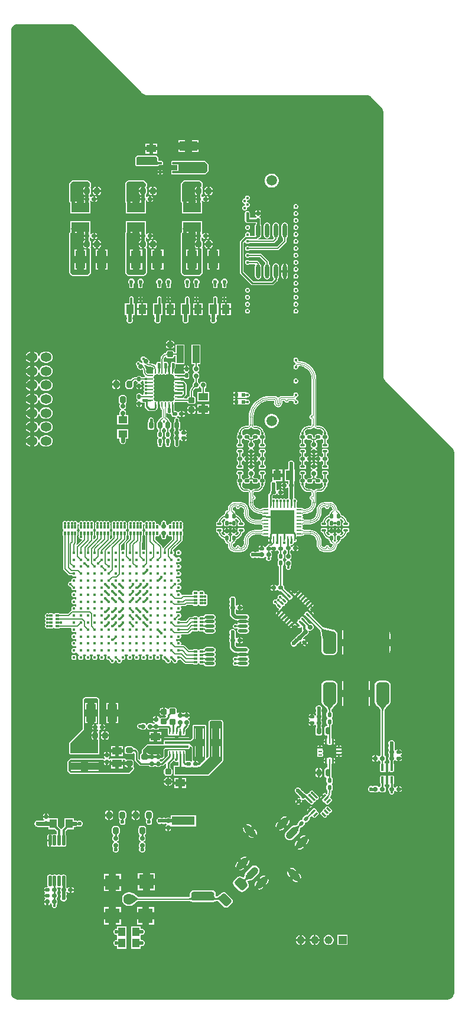
<source format=gtl>
G04*
G04 #@! TF.GenerationSoftware,Altium Limited,Altium Designer,21.7.2 (23)*
G04*
G04 Layer_Physical_Order=1*
G04 Layer_Color=255*
%FSLAX43Y43*%
%MOMM*%
G71*
G04*
G04 #@! TF.SameCoordinates,8EE3E7A9-439F-4166-B7BB-5AAA8F906105*
G04*
G04*
G04 #@! TF.FilePolarity,Positive*
G04*
G01*
G75*
%ADD11C,0.250*%
%ADD13C,0.200*%
%ADD16C,0.254*%
%ADD17C,0.300*%
G04:AMPARAMS|DCode=20|XSize=0.5mm|YSize=0.6mm|CornerRadius=0.125mm|HoleSize=0mm|Usage=FLASHONLY|Rotation=0.000|XOffset=0mm|YOffset=0mm|HoleType=Round|Shape=RoundedRectangle|*
%AMROUNDEDRECTD20*
21,1,0.500,0.350,0,0,0.0*
21,1,0.250,0.600,0,0,0.0*
1,1,0.250,0.125,-0.175*
1,1,0.250,-0.125,-0.175*
1,1,0.250,-0.125,0.175*
1,1,0.250,0.125,0.175*
%
%ADD20ROUNDEDRECTD20*%
G04:AMPARAMS|DCode=21|XSize=0.36mm|YSize=0.66mm|CornerRadius=0.09mm|HoleSize=0mm|Usage=FLASHONLY|Rotation=90.000|XOffset=0mm|YOffset=0mm|HoleType=Round|Shape=RoundedRectangle|*
%AMROUNDEDRECTD21*
21,1,0.360,0.480,0,0,90.0*
21,1,0.180,0.660,0,0,90.0*
1,1,0.180,0.240,0.090*
1,1,0.180,0.240,-0.090*
1,1,0.180,-0.240,-0.090*
1,1,0.180,-0.240,0.090*
%
%ADD21ROUNDEDRECTD21*%
G04:AMPARAMS|DCode=22|XSize=0.5mm|YSize=0.6mm|CornerRadius=0.125mm|HoleSize=0mm|Usage=FLASHONLY|Rotation=90.000|XOffset=0mm|YOffset=0mm|HoleType=Round|Shape=RoundedRectangle|*
%AMROUNDEDRECTD22*
21,1,0.500,0.350,0,0,90.0*
21,1,0.250,0.600,0,0,90.0*
1,1,0.250,0.175,0.125*
1,1,0.250,0.175,-0.125*
1,1,0.250,-0.175,-0.125*
1,1,0.250,-0.175,0.125*
%
%ADD22ROUNDEDRECTD22*%
%ADD23C,1.600*%
%ADD24R,2.000X2.000*%
%ADD25R,1.050X1.300*%
G04:AMPARAMS|DCode=26|XSize=0.61mm|YSize=0.6mm|CornerRadius=0.15mm|HoleSize=0mm|Usage=FLASHONLY|Rotation=180.000|XOffset=0mm|YOffset=0mm|HoleType=Round|Shape=RoundedRectangle|*
%AMROUNDEDRECTD26*
21,1,0.610,0.300,0,0,180.0*
21,1,0.310,0.600,0,0,180.0*
1,1,0.300,-0.155,0.150*
1,1,0.300,0.155,0.150*
1,1,0.300,0.155,-0.150*
1,1,0.300,-0.155,-0.150*
%
%ADD26ROUNDEDRECTD26*%
G04:AMPARAMS|DCode=27|XSize=0.8mm|YSize=1mm|CornerRadius=0.2mm|HoleSize=0mm|Usage=FLASHONLY|Rotation=0.000|XOffset=0mm|YOffset=0mm|HoleType=Round|Shape=RoundedRectangle|*
%AMROUNDEDRECTD27*
21,1,0.800,0.600,0,0,0.0*
21,1,0.400,1.000,0,0,0.0*
1,1,0.400,0.200,-0.300*
1,1,0.400,-0.200,-0.300*
1,1,0.400,-0.200,0.300*
1,1,0.400,0.200,0.300*
%
%ADD27ROUNDEDRECTD27*%
%ADD28R,0.600X0.500*%
%ADD29O,1.400X0.500*%
%ADD30C,0.450*%
G04:AMPARAMS|DCode=31|XSize=0.375mm|YSize=0.55mm|CornerRadius=0.094mm|HoleSize=0mm|Usage=FLASHONLY|Rotation=270.000|XOffset=0mm|YOffset=0mm|HoleType=Round|Shape=RoundedRectangle|*
%AMROUNDEDRECTD31*
21,1,0.375,0.363,0,0,270.0*
21,1,0.188,0.550,0,0,270.0*
1,1,0.188,-0.181,-0.094*
1,1,0.188,-0.181,0.094*
1,1,0.188,0.181,0.094*
1,1,0.188,0.181,-0.094*
%
%ADD31ROUNDEDRECTD31*%
G04:AMPARAMS|DCode=32|XSize=0.375mm|YSize=0.55mm|CornerRadius=0.094mm|HoleSize=0mm|Usage=FLASHONLY|Rotation=0.000|XOffset=0mm|YOffset=0mm|HoleType=Round|Shape=RoundedRectangle|*
%AMROUNDEDRECTD32*
21,1,0.375,0.363,0,0,0.0*
21,1,0.188,0.550,0,0,0.0*
1,1,0.188,0.094,-0.181*
1,1,0.188,-0.094,-0.181*
1,1,0.188,-0.094,0.181*
1,1,0.188,0.094,0.181*
%
%ADD32ROUNDEDRECTD32*%
G04:AMPARAMS|DCode=33|XSize=0.64mm|YSize=1.02mm|CornerRadius=0.16mm|HoleSize=0mm|Usage=FLASHONLY|Rotation=180.000|XOffset=0mm|YOffset=0mm|HoleType=Round|Shape=RoundedRectangle|*
%AMROUNDEDRECTD33*
21,1,0.640,0.700,0,0,180.0*
21,1,0.320,1.020,0,0,180.0*
1,1,0.320,-0.160,0.350*
1,1,0.320,0.160,0.350*
1,1,0.320,0.160,-0.350*
1,1,0.320,-0.160,-0.350*
%
%ADD33ROUNDEDRECTD33*%
%ADD34R,3.658X3.226*%
G04:AMPARAMS|DCode=35|XSize=1.88mm|YSize=3.226mm|CornerRadius=0.47mm|HoleSize=0mm|Usage=FLASHONLY|Rotation=180.000|XOffset=0mm|YOffset=0mm|HoleType=Round|Shape=RoundedRectangle|*
%AMROUNDEDRECTD35*
21,1,1.880,2.286,0,0,180.0*
21,1,0.940,3.226,0,0,180.0*
1,1,0.940,-0.470,1.143*
1,1,0.940,0.470,1.143*
1,1,0.940,0.470,-1.143*
1,1,0.940,-0.470,-1.143*
%
%ADD35ROUNDEDRECTD35*%
%ADD36R,1.400X1.100*%
%ADD37R,0.980X3.700*%
G04:AMPARAMS|DCode=38|XSize=0.9mm|YSize=0.8mm|CornerRadius=0.2mm|HoleSize=0mm|Usage=FLASHONLY|Rotation=0.000|XOffset=0mm|YOffset=0mm|HoleType=Round|Shape=RoundedRectangle|*
%AMROUNDEDRECTD38*
21,1,0.900,0.400,0,0,0.0*
21,1,0.500,0.800,0,0,0.0*
1,1,0.400,0.250,-0.200*
1,1,0.400,-0.250,-0.200*
1,1,0.400,-0.250,0.200*
1,1,0.400,0.250,0.200*
%
%ADD38ROUNDEDRECTD38*%
%ADD39R,1.400X2.600*%
%ADD40R,3.700X0.980*%
G04:AMPARAMS|DCode=42|XSize=0.61mm|YSize=0.6mm|CornerRadius=0.15mm|HoleSize=0mm|Usage=FLASHONLY|Rotation=270.000|XOffset=0mm|YOffset=0mm|HoleType=Round|Shape=RoundedRectangle|*
%AMROUNDEDRECTD42*
21,1,0.610,0.300,0,0,270.0*
21,1,0.310,0.600,0,0,270.0*
1,1,0.300,-0.150,-0.155*
1,1,0.300,-0.150,0.155*
1,1,0.300,0.150,0.155*
1,1,0.300,0.150,-0.155*
%
%ADD42ROUNDEDRECTD42*%
G04:AMPARAMS|DCode=43|XSize=0.25mm|YSize=0.8mm|CornerRadius=0.063mm|HoleSize=0mm|Usage=FLASHONLY|Rotation=0.000|XOffset=0mm|YOffset=0mm|HoleType=Round|Shape=RoundedRectangle|*
%AMROUNDEDRECTD43*
21,1,0.250,0.675,0,0,0.0*
21,1,0.125,0.800,0,0,0.0*
1,1,0.125,0.063,-0.338*
1,1,0.125,-0.063,-0.338*
1,1,0.125,-0.063,0.338*
1,1,0.125,0.063,0.338*
%
%ADD43ROUNDEDRECTD43*%
G04:AMPARAMS|DCode=44|XSize=0.25mm|YSize=3.4mm|CornerRadius=0.063mm|HoleSize=0mm|Usage=FLASHONLY|Rotation=90.000|XOffset=0mm|YOffset=0mm|HoleType=Round|Shape=RoundedRectangle|*
%AMROUNDEDRECTD44*
21,1,0.250,3.275,0,0,90.0*
21,1,0.125,3.400,0,0,90.0*
1,1,0.125,1.638,0.063*
1,1,0.125,1.638,-0.063*
1,1,0.125,-1.638,-0.063*
1,1,0.125,-1.638,0.063*
%
%ADD44ROUNDEDRECTD44*%
G04:AMPARAMS|DCode=45|XSize=0.9mm|YSize=0.8mm|CornerRadius=0.2mm|HoleSize=0mm|Usage=FLASHONLY|Rotation=270.000|XOffset=0mm|YOffset=0mm|HoleType=Round|Shape=RoundedRectangle|*
%AMROUNDEDRECTD45*
21,1,0.900,0.400,0,0,270.0*
21,1,0.500,0.800,0,0,270.0*
1,1,0.400,-0.200,-0.250*
1,1,0.400,-0.200,0.250*
1,1,0.400,0.200,0.250*
1,1,0.400,0.200,-0.250*
%
%ADD45ROUNDEDRECTD45*%
G04:AMPARAMS|DCode=46|XSize=0.8mm|YSize=1mm|CornerRadius=0.2mm|HoleSize=0mm|Usage=FLASHONLY|Rotation=90.000|XOffset=0mm|YOffset=0mm|HoleType=Round|Shape=RoundedRectangle|*
%AMROUNDEDRECTD46*
21,1,0.800,0.600,0,0,90.0*
21,1,0.400,1.000,0,0,90.0*
1,1,0.400,0.300,0.200*
1,1,0.400,0.300,-0.200*
1,1,0.400,-0.300,-0.200*
1,1,0.400,-0.300,0.200*
%
%ADD46ROUNDEDRECTD46*%
%ADD47O,0.250X0.750*%
%ADD48O,0.750X0.250*%
G04:AMPARAMS|DCode=49|XSize=0.45mm|YSize=0.3mm|CornerRadius=0.038mm|HoleSize=0mm|Usage=FLASHONLY|Rotation=0.000|XOffset=0mm|YOffset=0mm|HoleType=Round|Shape=RoundedRectangle|*
%AMROUNDEDRECTD49*
21,1,0.450,0.225,0,0,0.0*
21,1,0.375,0.300,0,0,0.0*
1,1,0.075,0.188,-0.113*
1,1,0.075,-0.188,-0.113*
1,1,0.075,-0.188,0.113*
1,1,0.075,0.188,0.113*
%
%ADD49ROUNDEDRECTD49*%
%ADD50R,2.600X1.400*%
%ADD51O,0.250X0.700*%
%ADD52O,0.700X0.250*%
G04:AMPARAMS|DCode=53|XSize=0.25mm|YSize=0.55mm|CornerRadius=0.063mm|HoleSize=0mm|Usage=FLASHONLY|Rotation=180.000|XOffset=0mm|YOffset=0mm|HoleType=Round|Shape=RoundedRectangle|*
%AMROUNDEDRECTD53*
21,1,0.250,0.425,0,0,180.0*
21,1,0.125,0.550,0,0,180.0*
1,1,0.125,-0.063,0.213*
1,1,0.125,0.063,0.213*
1,1,0.125,0.063,-0.213*
1,1,0.125,-0.063,-0.213*
%
%ADD53ROUNDEDRECTD53*%
G04:AMPARAMS|DCode=54|XSize=0.25mm|YSize=0.55mm|CornerRadius=0.063mm|HoleSize=0mm|Usage=FLASHONLY|Rotation=90.000|XOffset=0mm|YOffset=0mm|HoleType=Round|Shape=RoundedRectangle|*
%AMROUNDEDRECTD54*
21,1,0.250,0.425,0,0,90.0*
21,1,0.125,0.550,0,0,90.0*
1,1,0.125,0.213,0.063*
1,1,0.125,0.213,-0.063*
1,1,0.125,-0.213,-0.063*
1,1,0.125,-0.213,0.063*
%
%ADD54ROUNDEDRECTD54*%
G04:AMPARAMS|DCode=55|XSize=1.02mm|YSize=2mm|CornerRadius=0mm|HoleSize=0mm|Usage=FLASHONLY|Rotation=315.000|XOffset=0mm|YOffset=0mm|HoleType=Round|Shape=Round|*
%AMOVALD55*
21,1,0.980,1.020,0.000,0.000,45.0*
1,1,1.020,-0.346,-0.346*
1,1,1.020,0.346,0.346*
%
%ADD55OVALD55*%

G04:AMPARAMS|DCode=56|XSize=1.02mm|YSize=2mm|CornerRadius=0mm|HoleSize=0mm|Usage=FLASHONLY|Rotation=45.000|XOffset=0mm|YOffset=0mm|HoleType=Round|Shape=Round|*
%AMOVALD56*
21,1,0.980,1.020,0.000,0.000,135.0*
1,1,1.020,0.346,-0.346*
1,1,1.020,-0.346,0.346*
%
%ADD56OVALD56*%

G04:AMPARAMS|DCode=57|XSize=1mm|YSize=0.376mm|CornerRadius=0.094mm|HoleSize=0mm|Usage=FLASHONLY|Rotation=90.000|XOffset=0mm|YOffset=0mm|HoleType=Round|Shape=RoundedRectangle|*
%AMROUNDEDRECTD57*
21,1,1.000,0.188,0,0,90.0*
21,1,0.812,0.376,0,0,90.0*
1,1,0.188,0.094,0.406*
1,1,0.188,0.094,-0.406*
1,1,0.188,-0.094,-0.406*
1,1,0.188,-0.094,0.406*
%
%ADD57ROUNDEDRECTD57*%
%ADD58R,1.300X1.050*%
%ADD59O,0.600X2.000*%
G04:AMPARAMS|DCode=60|XSize=0.45mm|YSize=0.3mm|CornerRadius=0.038mm|HoleSize=0mm|Usage=FLASHONLY|Rotation=90.000|XOffset=0mm|YOffset=0mm|HoleType=Round|Shape=RoundedRectangle|*
%AMROUNDEDRECTD60*
21,1,0.450,0.225,0,0,90.0*
21,1,0.375,0.300,0,0,90.0*
1,1,0.075,0.113,0.188*
1,1,0.075,0.113,-0.188*
1,1,0.075,-0.113,-0.188*
1,1,0.075,-0.113,0.188*
%
%ADD60ROUNDEDRECTD60*%
G04:AMPARAMS|DCode=61|XSize=0.61mm|YSize=0.6mm|CornerRadius=0.15mm|HoleSize=0mm|Usage=FLASHONLY|Rotation=315.000|XOffset=0mm|YOffset=0mm|HoleType=Round|Shape=RoundedRectangle|*
%AMROUNDEDRECTD61*
21,1,0.610,0.300,0,0,315.0*
21,1,0.310,0.600,0,0,315.0*
1,1,0.300,0.003,-0.216*
1,1,0.300,-0.216,0.003*
1,1,0.300,-0.003,0.216*
1,1,0.300,0.216,-0.003*
%
%ADD61ROUNDEDRECTD61*%
%ADD62R,1.020X2.540*%
%ADD63R,1.100X1.400*%
G04:AMPARAMS|DCode=64|XSize=0.3mm|YSize=0.7mm|CornerRadius=0mm|HoleSize=0mm|Usage=FLASHONLY|Rotation=225.000|XOffset=0mm|YOffset=0mm|HoleType=Round|Shape=Round|*
%AMOVALD64*
21,1,0.400,0.300,0.000,0.000,315.0*
1,1,0.300,-0.141,0.141*
1,1,0.300,0.141,-0.141*
%
%ADD64OVALD64*%

G04:AMPARAMS|DCode=65|XSize=0.3mm|YSize=0.7mm|CornerRadius=0mm|HoleSize=0mm|Usage=FLASHONLY|Rotation=135.000|XOffset=0mm|YOffset=0mm|HoleType=Round|Shape=Round|*
%AMOVALD65*
21,1,0.400,0.300,0.000,0.000,225.0*
1,1,0.300,0.141,0.141*
1,1,0.300,-0.141,-0.141*
%
%ADD65OVALD65*%

G04:AMPARAMS|DCode=66|XSize=0.5mm|YSize=0.6mm|CornerRadius=0.125mm|HoleSize=0mm|Usage=FLASHONLY|Rotation=135.000|XOffset=0mm|YOffset=0mm|HoleType=Round|Shape=RoundedRectangle|*
%AMROUNDEDRECTD66*
21,1,0.500,0.350,0,0,135.0*
21,1,0.250,0.600,0,0,135.0*
1,1,0.250,0.035,0.212*
1,1,0.250,0.212,0.035*
1,1,0.250,-0.035,-0.212*
1,1,0.250,-0.212,-0.035*
%
%ADD66ROUNDEDRECTD66*%
G04:AMPARAMS|DCode=67|XSize=0.5mm|YSize=0.6mm|CornerRadius=0.125mm|HoleSize=0mm|Usage=FLASHONLY|Rotation=225.000|XOffset=0mm|YOffset=0mm|HoleType=Round|Shape=RoundedRectangle|*
%AMROUNDEDRECTD67*
21,1,0.500,0.350,0,0,225.0*
21,1,0.250,0.600,0,0,225.0*
1,1,0.250,-0.212,0.035*
1,1,0.250,-0.035,0.212*
1,1,0.250,0.212,-0.035*
1,1,0.250,0.035,-0.212*
%
%ADD67ROUNDEDRECTD67*%
G04:AMPARAMS|DCode=68|XSize=0.75mm|YSize=0.28mm|CornerRadius=0.07mm|HoleSize=0mm|Usage=FLASHONLY|Rotation=135.000|XOffset=0mm|YOffset=0mm|HoleType=Round|Shape=RoundedRectangle|*
%AMROUNDEDRECTD68*
21,1,0.750,0.140,0,0,135.0*
21,1,0.610,0.280,0,0,135.0*
1,1,0.140,-0.166,0.265*
1,1,0.140,0.265,-0.166*
1,1,0.140,0.166,-0.265*
1,1,0.140,-0.265,0.166*
%
%ADD68ROUNDEDRECTD68*%
G04:AMPARAMS|DCode=69|XSize=0.75mm|YSize=0.28mm|CornerRadius=0.07mm|HoleSize=0mm|Usage=FLASHONLY|Rotation=45.000|XOffset=0mm|YOffset=0mm|HoleType=Round|Shape=RoundedRectangle|*
%AMROUNDEDRECTD69*
21,1,0.750,0.140,0,0,45.0*
21,1,0.610,0.280,0,0,45.0*
1,1,0.140,0.265,0.166*
1,1,0.140,-0.166,-0.265*
1,1,0.140,-0.265,-0.166*
1,1,0.140,0.166,0.265*
%
%ADD69ROUNDEDRECTD69*%
G04:AMPARAMS|DCode=70|XSize=1.25mm|YSize=1.7mm|CornerRadius=0.313mm|HoleSize=0mm|Usage=FLASHONLY|Rotation=45.000|XOffset=0mm|YOffset=0mm|HoleType=Round|Shape=RoundedRectangle|*
%AMROUNDEDRECTD70*
21,1,1.250,1.075,0,0,45.0*
21,1,0.625,1.700,0,0,45.0*
1,1,0.625,0.601,-0.159*
1,1,0.625,0.159,-0.601*
1,1,0.625,-0.601,0.159*
1,1,0.625,-0.159,0.601*
%
%ADD70ROUNDEDRECTD70*%
G04:AMPARAMS|DCode=71|XSize=0.45mm|YSize=1.5mm|CornerRadius=0.113mm|HoleSize=0mm|Usage=FLASHONLY|Rotation=0.000|XOffset=0mm|YOffset=0mm|HoleType=Round|Shape=RoundedRectangle|*
%AMROUNDEDRECTD71*
21,1,0.450,1.275,0,0,0.0*
21,1,0.225,1.500,0,0,0.0*
1,1,0.225,0.113,-0.638*
1,1,0.225,-0.113,-0.638*
1,1,0.225,-0.113,0.638*
1,1,0.225,0.113,0.638*
%
%ADD71ROUNDEDRECTD71*%
%ADD72R,3.300X1.270*%
G04:AMPARAMS|DCode=73|XSize=3.3mm|YSize=1.27mm|CornerRadius=0.318mm|HoleSize=0mm|Usage=FLASHONLY|Rotation=0.000|XOffset=0mm|YOffset=0mm|HoleType=Round|Shape=RoundedRectangle|*
%AMROUNDEDRECTD73*
21,1,3.300,0.635,0,0,0.0*
21,1,2.665,1.270,0,0,0.0*
1,1,0.635,1.333,-0.318*
1,1,0.635,-1.333,-0.318*
1,1,0.635,-1.333,0.318*
1,1,0.635,1.333,0.318*
%
%ADD73ROUNDEDRECTD73*%
%ADD76C,0.500*%
%ADD78C,0.400*%
%ADD146C,0.115*%
%ADD147C,0.170*%
%ADD148C,0.185*%
%ADD149C,0.120*%
%ADD150C,0.600*%
%ADD151C,4.200*%
%ADD152O,1.600X1.300*%
%ADD153R,3.450X3.450*%
%ADD154R,1.000X1.800*%
%ADD155C,1.150*%
%ADD156R,1.150X1.150*%
%ADD157O,0.500X1.500*%
%ADD158R,1.250X1.250*%
%ADD159C,6.000*%
%ADD160C,1.500*%
%ADD161R,1.800X1.000*%
%ADD162P,3.818X4X180.0*%
%ADD163P,1.626X4X180.0*%
%ADD164C,0.600*%
%ADD165C,0.400*%
%ADD166C,0.700*%
G36*
X51000Y189700D02*
X58455Y189700D01*
X58455Y189700D01*
X58455Y189700D01*
X58455D01*
X58572Y189698D01*
X58768Y189659D01*
X58964Y189578D01*
X59140Y189460D01*
X59215Y189385D01*
X68760Y179840D01*
X68760Y179840D01*
X68832Y179775D01*
X68853Y179760D01*
X68993Y179667D01*
X69173Y179593D01*
X69364Y179555D01*
X69461Y179550D01*
X100851D01*
X100851Y179550D01*
Y179550D01*
X100851D01*
X100969Y179548D01*
X101167Y179508D01*
X101364Y179427D01*
X101542Y179308D01*
X101618Y179232D01*
X103029Y177821D01*
X103029Y177821D01*
X103029Y177821D01*
X103030Y177820D01*
X103112Y177734D01*
X103225Y177565D01*
X103308Y177366D01*
X103350Y177154D01*
X103350Y177046D01*
X103350Y139311D01*
X103350Y139311D01*
X103355Y139214D01*
X103393Y139023D01*
X103467Y138843D01*
X103575Y138682D01*
X103640Y138610D01*
X113185Y129065D01*
X113185Y129065D01*
X113260Y128990D01*
X113378Y128814D01*
X113459Y128618D01*
X113500Y128411D01*
X113500Y128305D01*
X113500Y51000D01*
X113500Y51000D01*
Y50902D01*
X113462Y50708D01*
X113386Y50526D01*
X113277Y50363D01*
X113137Y50223D01*
X112974Y50114D01*
X112792Y50038D01*
X112598Y50000D01*
X51000D01*
X50902Y50000D01*
X50708Y50038D01*
X50526Y50114D01*
X50363Y50223D01*
X50223Y50363D01*
X50114Y50526D01*
X50038Y50708D01*
X50000Y50902D01*
X50000Y51000D01*
Y188700D01*
X50000Y188798D01*
X50038Y188992D01*
X50114Y189174D01*
X50223Y189337D01*
X50363Y189477D01*
X50526Y189586D01*
X50708Y189662D01*
X50902Y189700D01*
X51000Y189700D01*
D02*
G37*
%LPC*%
G36*
X76900Y173074D02*
X75950D01*
Y172724D01*
X76900D01*
Y173074D01*
D02*
G37*
G36*
X74950D02*
X74000D01*
Y172724D01*
X74950D01*
Y173074D01*
D02*
G37*
G36*
X70950Y172578D02*
X70350D01*
Y172128D01*
X70950D01*
Y172578D01*
D02*
G37*
G36*
X69850D02*
X69250D01*
Y172128D01*
X69850D01*
Y172578D01*
D02*
G37*
G36*
X76900Y171724D02*
X75950D01*
Y171374D01*
X76900D01*
Y171724D01*
D02*
G37*
G36*
X74950D02*
X74000D01*
Y171374D01*
X74950D01*
Y171724D01*
D02*
G37*
G36*
X70950Y171628D02*
X70350D01*
Y171178D01*
X70950D01*
Y171628D01*
D02*
G37*
G36*
X69850D02*
X69250D01*
Y171178D01*
X69850D01*
Y171628D01*
D02*
G37*
G36*
X70800Y170862D02*
X68100D01*
X67985Y170815D01*
X67835Y170665D01*
X67788Y170550D01*
Y169650D01*
X67835Y169535D01*
X67985Y169385D01*
X68100Y169338D01*
X70950D01*
X71065Y169385D01*
X71167Y169488D01*
X71600D01*
X71715Y169535D01*
X71762Y169650D01*
Y169950D01*
X71715Y170065D01*
X71600Y170112D01*
X71167D01*
X71112Y170167D01*
Y170550D01*
X71065Y170665D01*
X70950Y170780D01*
Y170800D01*
X70930D01*
X70915Y170815D01*
X70800Y170862D01*
D02*
G37*
G36*
X71562Y168804D02*
X71525D01*
Y168650D01*
X71746D01*
X71739Y168686D01*
X71698Y168748D01*
X71636Y168789D01*
X71562Y168804D01*
D02*
G37*
G36*
X71225D02*
X71188D01*
X71114Y168789D01*
X71052Y168748D01*
X71011Y168686D01*
X71004Y168650D01*
X71225D01*
Y168804D01*
D02*
G37*
G36*
X71746Y168350D02*
X71525D01*
Y168196D01*
X71562D01*
X71636Y168211D01*
X71698Y168252D01*
X71739Y168314D01*
X71746Y168350D01*
D02*
G37*
G36*
X71225D02*
X71004D01*
X71011Y168314D01*
X71052Y168252D01*
X71114Y168211D01*
X71188Y168196D01*
X71225D01*
Y168350D01*
D02*
G37*
G36*
X77750Y170112D02*
X73950D01*
X73934Y170106D01*
X73325D01*
X73314Y170104D01*
X73137D01*
X73064Y170089D01*
X73002Y170048D01*
X72961Y169986D01*
X72946Y169913D01*
Y169688D01*
X72961Y169614D01*
X73002Y169552D01*
X73064Y169511D01*
X73137Y169496D01*
X73314D01*
X73325Y169494D01*
X73788D01*
Y168806D01*
X73325D01*
X73314Y168804D01*
X73137D01*
X73064Y168789D01*
X73002Y168748D01*
X72961Y168686D01*
X72946Y168613D01*
Y168387D01*
X72961Y168314D01*
X73002Y168252D01*
X73064Y168211D01*
X73137Y168196D01*
X73314D01*
X73325Y168194D01*
X73934D01*
X73950Y168188D01*
X77750D01*
X77865Y168235D01*
X78215Y168585D01*
X78262Y168700D01*
X78262Y169600D01*
X78215Y169715D01*
X77865Y170065D01*
X77750Y170112D01*
D02*
G37*
G36*
X87470Y168284D02*
X87206D01*
X86952Y168216D01*
X86724Y168084D01*
X86538Y167898D01*
X86406Y167670D01*
X86338Y167416D01*
Y167152D01*
X86406Y166898D01*
X86538Y166670D01*
X86724Y166484D01*
X86952Y166352D01*
X87206Y166284D01*
X87470D01*
X87724Y166352D01*
X87952Y166484D01*
X88138Y166670D01*
X88270Y166898D01*
X88338Y167152D01*
Y167416D01*
X88270Y167670D01*
X88138Y167898D01*
X87952Y168084D01*
X87724Y168216D01*
X87470Y168284D01*
D02*
G37*
G36*
X78500Y166407D02*
X78450D01*
Y165950D01*
X78857D01*
Y166050D01*
X78830Y166187D01*
X78752Y166302D01*
X78637Y166380D01*
X78500Y166407D01*
D02*
G37*
G36*
X78150D02*
X78100D01*
X77963Y166380D01*
X77848Y166302D01*
X77770Y166187D01*
X77743Y166050D01*
Y165950D01*
X78150D01*
Y166407D01*
D02*
G37*
G36*
X70500D02*
X70450D01*
Y165950D01*
X70857D01*
Y166050D01*
X70830Y166187D01*
X70752Y166302D01*
X70637Y166380D01*
X70500Y166407D01*
D02*
G37*
G36*
X62500D02*
X62450D01*
Y165950D01*
X62857D01*
Y166050D01*
X62830Y166187D01*
X62752Y166302D01*
X62637Y166380D01*
X62500Y166407D01*
D02*
G37*
G36*
X70150D02*
X70100D01*
X69963Y166380D01*
X69848Y166302D01*
X69770Y166187D01*
X69743Y166050D01*
Y165950D01*
X70150D01*
Y166407D01*
D02*
G37*
G36*
X62150D02*
X62100D01*
X61963Y166380D01*
X61848Y166302D01*
X61770Y166187D01*
X61743Y166050D01*
Y165950D01*
X62150D01*
Y166407D01*
D02*
G37*
G36*
X78857Y165650D02*
X78450D01*
Y165193D01*
X78500D01*
X78637Y165220D01*
X78752Y165298D01*
X78830Y165413D01*
X78857Y165550D01*
Y165650D01*
D02*
G37*
G36*
X78150D02*
X77743D01*
Y165550D01*
X77770Y165413D01*
X77848Y165298D01*
X77963Y165220D01*
X78100Y165193D01*
X78150D01*
Y165650D01*
D02*
G37*
G36*
X70857Y165650D02*
X70450D01*
Y165193D01*
X70500D01*
X70637Y165220D01*
X70752Y165298D01*
X70830Y165413D01*
X70857Y165550D01*
Y165650D01*
D02*
G37*
G36*
X70150D02*
X69743D01*
Y165550D01*
X69770Y165413D01*
X69848Y165298D01*
X69963Y165220D01*
X70100Y165193D01*
X70150D01*
Y165650D01*
D02*
G37*
G36*
X62857D02*
X62450D01*
Y165193D01*
X62500D01*
X62637Y165220D01*
X62752Y165298D01*
X62830Y165413D01*
X62857Y165550D01*
Y165650D01*
D02*
G37*
G36*
X62150D02*
X61743D01*
Y165550D01*
X61770Y165413D01*
X61848Y165298D01*
X61963Y165220D01*
X62100Y165193D01*
X62150D01*
Y165650D01*
D02*
G37*
G36*
X78075Y165055D02*
X78050D01*
Y164800D01*
X78350D01*
X78334Y164882D01*
X78273Y164973D01*
X78182Y165034D01*
X78075Y165055D01*
D02*
G37*
G36*
X62075D02*
X62050D01*
Y164800D01*
X62350D01*
X62334Y164882D01*
X62273Y164973D01*
X62182Y165034D01*
X62075Y165055D01*
D02*
G37*
G36*
X70075D02*
X70050D01*
Y164800D01*
X70350D01*
X70334Y164882D01*
X70273Y164973D01*
X70182Y165034D01*
X70075Y165055D01*
D02*
G37*
G36*
X78350Y164500D02*
X78050D01*
Y164245D01*
X78075D01*
X78182Y164266D01*
X78273Y164327D01*
X78334Y164418D01*
X78350Y164500D01*
D02*
G37*
G36*
X77000Y167312D02*
X74800Y167312D01*
X74685Y167265D01*
X74685Y167265D01*
X74385Y166965D01*
X74338Y166850D01*
X74338Y164247D01*
X74385Y164132D01*
X74450Y164105D01*
Y162547D01*
X77350D01*
Y164247D01*
X77308D01*
Y164378D01*
X77334Y164418D01*
X77335Y164424D01*
X77465D01*
X77466Y164418D01*
X77527Y164327D01*
X77618Y164266D01*
X77725Y164245D01*
X77750D01*
Y164650D01*
Y165055D01*
X77725D01*
X77618Y165034D01*
X77527Y164973D01*
X77513Y164952D01*
X77358Y164939D01*
X77308Y164992D01*
Y165094D01*
X77318Y165113D01*
X77317Y165115D01*
X77318Y165116D01*
X77308Y165146D01*
Y165268D01*
X77352Y165298D01*
X77430Y165413D01*
X77457Y165550D01*
Y166050D01*
X77430Y166187D01*
X77394Y166240D01*
X77415Y166364D01*
X77459Y166448D01*
X77456Y166464D01*
X77462Y166478D01*
Y166850D01*
X77415Y166965D01*
X77115Y167265D01*
X77000Y167312D01*
D02*
G37*
G36*
X70350Y164500D02*
X70050D01*
Y164245D01*
X70075D01*
X70182Y164266D01*
X70273Y164327D01*
X70334Y164418D01*
X70350Y164500D01*
D02*
G37*
G36*
X66800Y167312D02*
X66685Y167265D01*
X66385Y166965D01*
X66338Y166850D01*
Y164247D01*
X66385Y164132D01*
X66450Y164105D01*
Y162547D01*
X69350D01*
Y164247D01*
X69308D01*
Y164378D01*
X69334Y164418D01*
X69335Y164424D01*
X69465D01*
X69466Y164418D01*
X69527Y164327D01*
X69618Y164266D01*
X69725Y164245D01*
X69750D01*
Y164650D01*
X69900D01*
D01*
X69750D01*
Y165055D01*
X69725D01*
X69618Y165034D01*
X69527Y164973D01*
X69513Y164952D01*
X69358Y164939D01*
X69308Y164992D01*
Y165094D01*
X69318Y165113D01*
X69317Y165115D01*
X69318Y165116D01*
X69308Y165146D01*
Y165268D01*
X69352Y165298D01*
X69430Y165413D01*
X69457Y165550D01*
Y166050D01*
X69430Y166187D01*
X69394Y166240D01*
X69415Y166364D01*
X69459Y166448D01*
X69456Y166464D01*
X69462Y166478D01*
Y166850D01*
X69415Y166965D01*
X69115Y167265D01*
X69000Y167312D01*
X66800Y167312D01*
D02*
G37*
G36*
X62350Y164500D02*
X62050D01*
Y164245D01*
X62075D01*
X62182Y164266D01*
X62273Y164327D01*
X62334Y164418D01*
X62350Y164500D01*
D02*
G37*
G36*
X58800Y167312D02*
X58685Y167265D01*
X58385Y166965D01*
X58338Y166850D01*
Y164247D01*
X58385Y164132D01*
X58450Y164105D01*
Y162547D01*
X61350D01*
Y164247D01*
X61308D01*
Y164378D01*
X61334Y164418D01*
X61335Y164424D01*
X61465D01*
X61466Y164418D01*
X61527Y164327D01*
X61618Y164266D01*
X61725Y164245D01*
X61750D01*
Y164650D01*
X61900D01*
D01*
X61750D01*
Y165055D01*
X61725D01*
X61618Y165034D01*
X61527Y164973D01*
X61513Y164952D01*
X61358Y164939D01*
X61308Y164992D01*
Y165094D01*
X61318Y165113D01*
X61317Y165115D01*
X61318Y165116D01*
X61308Y165146D01*
Y165268D01*
X61352Y165298D01*
X61430Y165413D01*
X61457Y165550D01*
Y166050D01*
X61430Y166187D01*
X61394Y166240D01*
X61415Y166364D01*
X61459Y166448D01*
X61456Y166464D01*
X61462Y166478D01*
Y166850D01*
X61415Y166965D01*
X61115Y167265D01*
X61000Y167312D01*
X58800Y167312D01*
D02*
G37*
G36*
X90870Y163934D02*
X90730D01*
X90602Y163881D01*
X90503Y163782D01*
X90450Y163654D01*
Y163514D01*
X90503Y163386D01*
X90602Y163287D01*
X90730Y163234D01*
X90870D01*
X90998Y163287D01*
X91097Y163386D01*
X91150Y163514D01*
Y163654D01*
X91097Y163782D01*
X90998Y163881D01*
X90870Y163934D01*
D02*
G37*
G36*
X83926Y165164D02*
X83787D01*
X83658Y165111D01*
X83560Y165012D01*
X83507Y164883D01*
Y164744D01*
X83417Y164714D01*
X83412D01*
X83283Y164661D01*
X83185Y164562D01*
X83132Y164433D01*
Y164294D01*
X83185Y164166D01*
X83283Y164067D01*
X83412Y164014D01*
X83419D01*
X83507Y163893D01*
Y163754D01*
X83417Y163723D01*
X83412D01*
X83283Y163670D01*
X83185Y163571D01*
X83132Y163443D01*
Y163304D01*
X83185Y163175D01*
X83283Y163076D01*
X83412Y163023D01*
X83551D01*
X83680Y163076D01*
X83778Y163175D01*
X83832Y163304D01*
Y163443D01*
X83921Y163473D01*
X83926D01*
X84055Y163526D01*
X84153Y163625D01*
X84207Y163754D01*
Y163893D01*
X84153Y164021D01*
X84055Y164120D01*
X83926Y164173D01*
X83919D01*
X83832Y164294D01*
Y164433D01*
X83921Y164464D01*
X83926D01*
X84055Y164517D01*
X84153Y164616D01*
X84207Y164744D01*
Y164883D01*
X84153Y165012D01*
X84055Y165111D01*
X83926Y165164D01*
D02*
G37*
G36*
X85535Y163045D02*
Y162745D01*
X85790D01*
Y162770D01*
X85769Y162877D01*
X85708Y162968D01*
X85617Y163029D01*
X85535Y163045D01*
D02*
G37*
G36*
X85235D02*
X85153Y163029D01*
X85062Y162968D01*
X85001Y162877D01*
X84980Y162770D01*
Y162745D01*
X85235D01*
Y163045D01*
D02*
G37*
G36*
X90870Y162934D02*
X90730D01*
X90602Y162881D01*
X90503Y162782D01*
X90450Y162654D01*
Y162514D01*
X90503Y162386D01*
X90602Y162287D01*
X90730Y162234D01*
X90870D01*
X90998Y162287D01*
X91097Y162386D01*
X91150Y162514D01*
Y162654D01*
X91097Y162782D01*
X90998Y162881D01*
X90870Y162934D01*
D02*
G37*
G36*
Y161934D02*
X90730D01*
X90602Y161881D01*
X90503Y161782D01*
X90450Y161654D01*
Y161514D01*
X90503Y161386D01*
X90602Y161287D01*
X90730Y161234D01*
X90870D01*
X90998Y161287D01*
X91097Y161386D01*
X91150Y161514D01*
Y161654D01*
X91097Y161782D01*
X90998Y161881D01*
X90870Y161934D01*
D02*
G37*
G36*
Y160934D02*
X90730D01*
X90602Y160881D01*
X90503Y160782D01*
X90450Y160654D01*
Y160514D01*
X90503Y160386D01*
X90602Y160287D01*
X90730Y160234D01*
X90870D01*
X90998Y160287D01*
X91097Y160386D01*
X91150Y160514D01*
Y160654D01*
X91097Y160782D01*
X90998Y160881D01*
X90870Y160934D01*
D02*
G37*
G36*
X83970Y160925D02*
X83830D01*
X83702Y160872D01*
X83603Y160773D01*
X83550Y160645D01*
Y160505D01*
X83603Y160377D01*
X83702Y160278D01*
X83830Y160225D01*
X83970D01*
X84098Y160278D01*
X84197Y160377D01*
X84250Y160505D01*
Y160645D01*
X84197Y160773D01*
X84098Y160872D01*
X83970Y160925D01*
D02*
G37*
G36*
X78075Y159755D02*
X78050D01*
Y159500D01*
X78350D01*
X78334Y159582D01*
X78273Y159673D01*
X78182Y159734D01*
X78075Y159755D01*
D02*
G37*
G36*
X62075D02*
X62050D01*
Y159500D01*
X62350D01*
X62334Y159582D01*
X62273Y159673D01*
X62182Y159734D01*
X62075Y159755D01*
D02*
G37*
G36*
X70075D02*
X70050D01*
Y159500D01*
X70350D01*
X70334Y159582D01*
X70273Y159673D01*
X70182Y159734D01*
X70075Y159755D01*
D02*
G37*
G36*
X83850Y162957D02*
X83816Y162950D01*
X83780D01*
X83748Y162937D01*
X83713Y162930D01*
X83684Y162910D01*
X83652Y162897D01*
X83627Y162872D01*
X83598Y162852D01*
X83578Y162823D01*
X83553Y162798D01*
X83540Y162766D01*
X83520Y162737D01*
X83513Y162702D01*
X83500Y162670D01*
Y162634D01*
X83493Y162600D01*
Y161600D01*
X83500Y161566D01*
Y161530D01*
X83513Y161498D01*
X83520Y161463D01*
X83540Y161434D01*
X83553Y161402D01*
X83578Y161377D01*
X83598Y161348D01*
X83627Y161328D01*
X83652Y161303D01*
X83684Y161290D01*
X83713Y161270D01*
X83748Y161263D01*
X83780Y161250D01*
X83816D01*
X83850Y161243D01*
X85041D01*
Y161101D01*
X84971Y160997D01*
X84936Y160821D01*
Y159421D01*
X84815Y159380D01*
X84313D01*
X84242Y159486D01*
X84250Y159505D01*
Y159645D01*
X84197Y159773D01*
X84098Y159872D01*
X83970Y159925D01*
X83830D01*
X83702Y159872D01*
X83603Y159773D01*
X83550Y159645D01*
Y159505D01*
X83556Y159491D01*
X83543Y159359D01*
X83452Y159298D01*
X82852Y158698D01*
X82791Y158607D01*
X82770Y158500D01*
Y154150D01*
X82791Y154043D01*
X82852Y153952D01*
X84402Y152402D01*
X84493Y152341D01*
X84600Y152320D01*
X87450D01*
X87557Y152341D01*
X87648Y152402D01*
X88130Y152883D01*
X88191Y152974D01*
X88212Y153082D01*
Y153223D01*
X88259Y153255D01*
X88359Y153403D01*
X88394Y153579D01*
Y154979D01*
X88359Y155155D01*
X88259Y155303D01*
X88111Y155403D01*
X87935Y155438D01*
X87759Y155403D01*
X87611Y155303D01*
X87511Y155155D01*
X87476Y154979D01*
Y153579D01*
X87511Y153403D01*
X87611Y153255D01*
X87577Y153124D01*
X87334Y152880D01*
X84716D01*
X83330Y154266D01*
Y158375D01*
X83426Y158460D01*
X83560Y158433D01*
X83579Y158386D01*
X83678Y158287D01*
X83806Y158234D01*
X83946D01*
X84074Y158287D01*
X84124Y158337D01*
X87584D01*
X87679Y158356D01*
X87759Y158409D01*
X88110Y158760D01*
X88163Y158840D01*
X88182Y158935D01*
Y159045D01*
X88259Y159097D01*
X88359Y159245D01*
X88394Y159421D01*
Y160821D01*
X88359Y160997D01*
X88259Y161145D01*
X88111Y161245D01*
X87935Y161280D01*
X87759Y161245D01*
X87611Y161145D01*
X87511Y160997D01*
X87476Y160821D01*
Y159421D01*
X87511Y159245D01*
X87611Y159097D01*
X87601Y158950D01*
X87482Y158831D01*
X85492D01*
X85428Y158958D01*
X85437Y158971D01*
X85571Y158997D01*
X85719Y159097D01*
X85819Y159245D01*
X85854Y159421D01*
Y160821D01*
X85819Y160997D01*
X85754Y161093D01*
Y161291D01*
X85769Y161313D01*
X85790Y161420D01*
Y161770D01*
X85769Y161877D01*
X85708Y161968D01*
X85617Y162029D01*
X85611Y162030D01*
Y162160D01*
X85617Y162161D01*
X85708Y162222D01*
X85769Y162313D01*
X85790Y162420D01*
Y162445D01*
X84980D01*
Y162420D01*
X85001Y162313D01*
X85062Y162222D01*
X85153Y162161D01*
X85159Y162160D01*
Y162030D01*
X85153Y162029D01*
X85062Y161968D01*
X85054Y161957D01*
X84207D01*
Y162600D01*
X84200Y162634D01*
Y162670D01*
X84187Y162702D01*
X84180Y162737D01*
X84160Y162766D01*
X84147Y162798D01*
X84122Y162823D01*
X84102Y162852D01*
X84073Y162872D01*
X84048Y162897D01*
X84016Y162910D01*
X83987Y162930D01*
X83952Y162937D01*
X83920Y162950D01*
X83884D01*
X83850Y162957D01*
D02*
G37*
G36*
X90870Y159934D02*
X90730D01*
X90602Y159881D01*
X90503Y159782D01*
X90450Y159654D01*
Y159514D01*
X90503Y159386D01*
X90602Y159287D01*
X90730Y159234D01*
X90870D01*
X90998Y159287D01*
X91097Y159386D01*
X91150Y159514D01*
Y159654D01*
X91097Y159782D01*
X90998Y159881D01*
X90870Y159934D01*
D02*
G37*
G36*
X86665Y161280D02*
X86489Y161245D01*
X86341Y161145D01*
X86241Y160997D01*
X86206Y160821D01*
Y159421D01*
X86241Y159245D01*
X86341Y159097D01*
X86489Y158997D01*
X86665Y158962D01*
X86841Y158997D01*
X86989Y159097D01*
X87089Y159245D01*
X87124Y159421D01*
Y160821D01*
X87089Y160997D01*
X86989Y161145D01*
X86841Y161245D01*
X86665Y161280D01*
D02*
G37*
G36*
X78350Y159200D02*
X78050D01*
Y158945D01*
X78075D01*
X78182Y158966D01*
X78273Y159027D01*
X78334Y159118D01*
X78350Y159200D01*
D02*
G37*
G36*
X77350Y161453D02*
X74450D01*
Y160439D01*
X74442Y160400D01*
X74450Y160361D01*
Y159895D01*
X74385Y159868D01*
X74338Y159753D01*
Y154100D01*
X74385Y153985D01*
X74685Y153685D01*
X74800Y153638D01*
X77000Y153638D01*
X77115Y153685D01*
X77415Y153985D01*
X77462Y154100D01*
X77462Y157522D01*
X77456Y157536D01*
X77459Y157552D01*
X77433Y157592D01*
X77415Y157636D01*
X77394Y157760D01*
X77430Y157813D01*
X77457Y157950D01*
Y158450D01*
X77430Y158587D01*
X77352Y158702D01*
X77308Y158732D01*
Y158854D01*
X77318Y158884D01*
X77317Y158885D01*
X77318Y158887D01*
X77308Y158906D01*
Y159078D01*
X77334Y159118D01*
X77335Y159124D01*
X77465D01*
X77466Y159118D01*
X77527Y159027D01*
X77618Y158966D01*
X77725Y158945D01*
X77750D01*
Y159350D01*
Y159755D01*
X77725D01*
X77618Y159734D01*
X77527Y159673D01*
X77513Y159652D01*
X77363Y159639D01*
X77350Y159753D01*
X77350D01*
Y161453D01*
D02*
G37*
G36*
X70350Y159200D02*
X70050D01*
Y158945D01*
X70075D01*
X70182Y158966D01*
X70273Y159027D01*
X70334Y159118D01*
X70350Y159200D01*
D02*
G37*
G36*
X69350Y161453D02*
X66450D01*
Y160439D01*
X66442Y160400D01*
X66450Y160361D01*
Y159895D01*
X66385Y159868D01*
X66338Y159753D01*
Y154100D01*
X66385Y153985D01*
X66685Y153685D01*
X66800Y153638D01*
X69000Y153638D01*
X69115Y153685D01*
X69415Y153985D01*
X69462Y154100D01*
X69462Y157522D01*
X69456Y157536D01*
X69459Y157552D01*
X69433Y157592D01*
X69415Y157636D01*
X69394Y157760D01*
X69430Y157813D01*
X69457Y157950D01*
Y158450D01*
X69430Y158587D01*
X69352Y158702D01*
X69308Y158732D01*
Y158854D01*
X69318Y158884D01*
X69317Y158885D01*
X69318Y158887D01*
X69308Y158906D01*
Y159078D01*
X69334Y159118D01*
X69335Y159124D01*
X69465D01*
X69466Y159118D01*
X69527Y159027D01*
X69618Y158966D01*
X69725Y158945D01*
X69750D01*
Y159350D01*
Y159755D01*
X69725D01*
X69618Y159734D01*
X69527Y159673D01*
X69513Y159652D01*
X69363Y159639D01*
X69350Y159753D01*
X69350D01*
Y161453D01*
D02*
G37*
G36*
X62350Y159200D02*
X62050D01*
Y158945D01*
X62075D01*
X62182Y158966D01*
X62273Y159027D01*
X62334Y159118D01*
X62350Y159200D01*
D02*
G37*
G36*
X61350Y161453D02*
X58450D01*
Y160439D01*
X58442Y160400D01*
X58450Y160361D01*
Y159895D01*
X58385Y159868D01*
X58338Y159753D01*
Y154100D01*
X58385Y153985D01*
X58685Y153685D01*
X58800Y153638D01*
X61000Y153638D01*
X61115Y153685D01*
X61415Y153985D01*
X61462Y154100D01*
Y157522D01*
X61456Y157536D01*
X61459Y157552D01*
X61433Y157592D01*
X61415Y157636D01*
X61394Y157760D01*
X61430Y157813D01*
X61457Y157950D01*
Y158450D01*
X61430Y158587D01*
X61352Y158702D01*
X61308Y158732D01*
Y158854D01*
X61318Y158884D01*
X61317Y158885D01*
X61318Y158887D01*
X61308Y158906D01*
Y159078D01*
X61334Y159118D01*
X61335Y159124D01*
X61465D01*
X61466Y159118D01*
X61527Y159027D01*
X61618Y158966D01*
X61725Y158945D01*
X61750D01*
Y159350D01*
Y159755D01*
X61725D01*
X61618Y159734D01*
X61527Y159673D01*
X61513Y159652D01*
X61363Y159639D01*
X61350Y159753D01*
X61350D01*
Y161453D01*
D02*
G37*
G36*
X78500Y158807D02*
X78450D01*
Y158350D01*
X78857D01*
Y158450D01*
X78830Y158587D01*
X78752Y158702D01*
X78637Y158780D01*
X78500Y158807D01*
D02*
G37*
G36*
X78150D02*
X78100D01*
X77963Y158780D01*
X77848Y158702D01*
X77770Y158587D01*
X77743Y158450D01*
Y158350D01*
X78150D01*
Y158807D01*
D02*
G37*
G36*
X62500D02*
X62450D01*
Y158350D01*
X62857D01*
Y158450D01*
X62830Y158587D01*
X62752Y158702D01*
X62637Y158780D01*
X62500Y158807D01*
D02*
G37*
G36*
X62150D02*
X62100D01*
X61963Y158780D01*
X61848Y158702D01*
X61770Y158587D01*
X61743Y158450D01*
Y158350D01*
X62150D01*
Y158807D01*
D02*
G37*
G36*
X70500D02*
X70450D01*
Y158350D01*
X70857D01*
Y158450D01*
X70830Y158587D01*
X70752Y158702D01*
X70637Y158780D01*
X70500Y158807D01*
D02*
G37*
G36*
X70150D02*
X70100D01*
X69963Y158780D01*
X69848Y158702D01*
X69770Y158587D01*
X69743Y158450D01*
Y158350D01*
X70150D01*
Y158807D01*
D02*
G37*
G36*
X90870Y158934D02*
X90730D01*
X90602Y158881D01*
X90503Y158782D01*
X90450Y158654D01*
Y158514D01*
X90503Y158386D01*
X90602Y158287D01*
X90730Y158234D01*
X90870D01*
X90998Y158287D01*
X91097Y158386D01*
X91150Y158514D01*
Y158654D01*
X91097Y158782D01*
X90998Y158881D01*
X90870Y158934D01*
D02*
G37*
G36*
X89205Y161280D02*
X89029Y161245D01*
X88881Y161145D01*
X88781Y160997D01*
X88746Y160821D01*
Y159421D01*
X88781Y159245D01*
X88881Y159097D01*
X88958Y159045D01*
Y158707D01*
X88082Y157831D01*
X84124D01*
X84074Y157881D01*
X83946Y157934D01*
X83806D01*
X83678Y157881D01*
X83579Y157782D01*
X83526Y157654D01*
Y157514D01*
X83579Y157386D01*
X83678Y157287D01*
X83806Y157234D01*
X83946D01*
X84074Y157287D01*
X84124Y157337D01*
X88184D01*
X88279Y157356D01*
X88359Y157409D01*
X89380Y158430D01*
X89433Y158510D01*
X89452Y158605D01*
Y159045D01*
X89529Y159097D01*
X89629Y159245D01*
X89664Y159421D01*
Y160821D01*
X89629Y160997D01*
X89529Y161145D01*
X89381Y161245D01*
X89205Y161280D01*
D02*
G37*
G36*
X78857Y158050D02*
X78450D01*
Y157593D01*
X78500D01*
X78637Y157620D01*
X78752Y157698D01*
X78830Y157813D01*
X78857Y157950D01*
Y158050D01*
D02*
G37*
G36*
X78150D02*
X77743D01*
Y157950D01*
X77770Y157813D01*
X77848Y157698D01*
X77963Y157620D01*
X78100Y157593D01*
X78150D01*
Y158050D01*
D02*
G37*
G36*
X70857Y158050D02*
X70450D01*
Y157593D01*
X70500D01*
X70637Y157620D01*
X70752Y157698D01*
X70830Y157813D01*
X70857Y157950D01*
Y158050D01*
D02*
G37*
G36*
X70150D02*
X69743D01*
Y157950D01*
X69770Y157813D01*
X69848Y157698D01*
X69963Y157620D01*
X70100Y157593D01*
X70150D01*
Y158050D01*
D02*
G37*
G36*
X62857Y158050D02*
X62450D01*
Y157593D01*
X62500D01*
X62637Y157620D01*
X62752Y157698D01*
X62830Y157813D01*
X62857Y157950D01*
Y158050D01*
D02*
G37*
G36*
X62150D02*
X61743D01*
Y157950D01*
X61770Y157813D01*
X61848Y157698D01*
X61963Y157620D01*
X62100Y157593D01*
X62150D01*
Y158050D01*
D02*
G37*
G36*
X90870Y157934D02*
X90730D01*
X90602Y157881D01*
X90503Y157782D01*
X90450Y157654D01*
Y157514D01*
X90503Y157386D01*
X90602Y157287D01*
X90730Y157234D01*
X90870D01*
X90998Y157287D01*
X91097Y157386D01*
X91150Y157514D01*
Y157654D01*
X91097Y157782D01*
X90998Y157881D01*
X90870Y157934D01*
D02*
G37*
G36*
X63824Y157450D02*
X63474D01*
Y156500D01*
X63824D01*
Y157450D01*
D02*
G37*
G36*
X62474D02*
X62124D01*
Y156500D01*
X62474D01*
Y157450D01*
D02*
G37*
G36*
X71824Y157450D02*
X71474D01*
Y156500D01*
X71824D01*
Y157450D01*
D02*
G37*
G36*
X79824Y157450D02*
X79474D01*
Y156500D01*
X79824D01*
Y157450D01*
D02*
G37*
G36*
X70474Y157450D02*
X70124D01*
Y156500D01*
X70474D01*
Y157450D01*
D02*
G37*
G36*
X78474Y157450D02*
X78124D01*
Y156500D01*
X78474D01*
Y157450D01*
D02*
G37*
G36*
X90870Y156934D02*
X90730D01*
X90602Y156881D01*
X90503Y156782D01*
X90450Y156654D01*
Y156514D01*
X90503Y156386D01*
X90602Y156287D01*
X90730Y156234D01*
X90870D01*
X90998Y156287D01*
X91097Y156386D01*
X91150Y156514D01*
Y156654D01*
X91097Y156782D01*
X90998Y156881D01*
X90870Y156934D01*
D02*
G37*
G36*
Y155934D02*
X90730D01*
X90602Y155881D01*
X90503Y155782D01*
X90450Y155654D01*
Y155514D01*
X90503Y155386D01*
X90602Y155287D01*
X90730Y155234D01*
X90870D01*
X90998Y155287D01*
X91097Y155386D01*
X91150Y155514D01*
Y155654D01*
X91097Y155782D01*
X90998Y155881D01*
X90870Y155934D01*
D02*
G37*
G36*
X71824Y155500D02*
X71474D01*
Y154550D01*
X71824D01*
Y155500D01*
D02*
G37*
G36*
X70474D02*
X70124D01*
Y154550D01*
X70474D01*
Y155500D01*
D02*
G37*
G36*
X79824D02*
X79474D01*
Y154550D01*
X79824D01*
Y155500D01*
D02*
G37*
G36*
X78474D02*
X78124D01*
Y154550D01*
X78474D01*
Y155500D01*
D02*
G37*
G36*
X63824Y155500D02*
X63474D01*
Y154550D01*
X63824D01*
Y155500D01*
D02*
G37*
G36*
X62474D02*
X62124D01*
Y154550D01*
X62474D01*
Y155500D01*
D02*
G37*
G36*
X89355Y155408D02*
Y154429D01*
X89664D01*
Y154979D01*
X89629Y155155D01*
X89529Y155303D01*
X89381Y155403D01*
X89355Y155408D01*
D02*
G37*
G36*
X89055Y155408D02*
X89029Y155403D01*
X88881Y155303D01*
X88781Y155155D01*
X88746Y154979D01*
Y154429D01*
X89055D01*
Y155408D01*
D02*
G37*
G36*
X90870Y154934D02*
X90730D01*
X90602Y154881D01*
X90503Y154782D01*
X90450Y154654D01*
Y154514D01*
X90503Y154386D01*
X90602Y154287D01*
X90730Y154234D01*
X90870D01*
X90998Y154287D01*
X91097Y154386D01*
X91150Y154514D01*
Y154654D01*
X91097Y154782D01*
X90998Y154881D01*
X90870Y154934D01*
D02*
G37*
G36*
Y153934D02*
X90730D01*
X90602Y153881D01*
X90503Y153782D01*
X90450Y153654D01*
Y153514D01*
X90503Y153386D01*
X90602Y153287D01*
X90730Y153234D01*
X90870D01*
X90998Y153287D01*
X91097Y153386D01*
X91150Y153514D01*
Y153654D01*
X91097Y153782D01*
X90998Y153881D01*
X90870Y153934D01*
D02*
G37*
G36*
X89664Y154129D02*
X89355D01*
Y153150D01*
X89381Y153155D01*
X89529Y153255D01*
X89629Y153403D01*
X89664Y153579D01*
Y154129D01*
D02*
G37*
G36*
X89055D02*
X88746D01*
Y153579D01*
X88781Y153403D01*
X88881Y153255D01*
X89029Y153155D01*
X89055Y153150D01*
Y154129D01*
D02*
G37*
G36*
X83946Y156934D02*
X83806D01*
X83678Y156881D01*
X83579Y156782D01*
X83526Y156654D01*
Y156514D01*
X83579Y156386D01*
X83678Y156287D01*
X83806Y156234D01*
X83946D01*
X84074Y156287D01*
X84124Y156337D01*
X85614D01*
X86418Y155533D01*
Y155355D01*
X86341Y155303D01*
X86241Y155155D01*
X86206Y154979D01*
Y153579D01*
X86241Y153403D01*
X86341Y153255D01*
X86489Y153155D01*
X86665Y153120D01*
X86841Y153155D01*
X86989Y153255D01*
X87089Y153403D01*
X87124Y153579D01*
Y154979D01*
X87089Y155155D01*
X86989Y155303D01*
X86912Y155355D01*
Y155635D01*
X86893Y155730D01*
X86840Y155810D01*
X85891Y156759D01*
X85811Y156812D01*
X85716Y156831D01*
X84124D01*
X84074Y156881D01*
X83946Y156934D01*
D02*
G37*
G36*
Y155934D02*
X83806D01*
X83678Y155881D01*
X83579Y155782D01*
X83526Y155654D01*
Y155514D01*
X83579Y155386D01*
X83678Y155287D01*
X83806Y155234D01*
X83946D01*
X84074Y155287D01*
X84124Y155337D01*
X84940D01*
X85008Y155210D01*
X84971Y155155D01*
X84936Y154979D01*
Y153579D01*
X84971Y153403D01*
X85071Y153255D01*
X85219Y153155D01*
X85395Y153120D01*
X85571Y153155D01*
X85719Y153255D01*
X85819Y153403D01*
X85854Y153579D01*
Y154979D01*
X85819Y155155D01*
X85719Y155303D01*
X85632Y155362D01*
Y155415D01*
X85613Y155510D01*
X85559Y155590D01*
X85391Y155759D01*
X85311Y155812D01*
X85216Y155831D01*
X84124D01*
X84074Y155881D01*
X83946Y155934D01*
D02*
G37*
G36*
X90870Y152934D02*
X90730D01*
X90602Y152881D01*
X90503Y152782D01*
X90450Y152654D01*
Y152514D01*
X90503Y152386D01*
X90602Y152287D01*
X90730Y152234D01*
X90870D01*
X90998Y152287D01*
X91097Y152386D01*
X91150Y152514D01*
Y152654D01*
X91097Y152782D01*
X90998Y152881D01*
X90870Y152934D01*
D02*
G37*
G36*
X80640Y153250D02*
X80460D01*
X80295Y153181D01*
X80169Y153055D01*
X80100Y152890D01*
Y152710D01*
X80169Y152545D01*
X80244Y152469D01*
Y152275D01*
X80246Y152264D01*
Y152087D01*
X80261Y152014D01*
X80302Y151952D01*
X80364Y151911D01*
X80438Y151896D01*
X80662D01*
X80736Y151911D01*
X80798Y151952D01*
X80839Y152014D01*
X80854Y152087D01*
Y152264D01*
X80856Y152275D01*
Y152469D01*
X80931Y152545D01*
X81000Y152710D01*
Y152890D01*
X80931Y153055D01*
X80805Y153181D01*
X80640Y153250D01*
D02*
G37*
G36*
X79340D02*
X79160D01*
X78995Y153181D01*
X78869Y153055D01*
X78800Y152890D01*
Y152710D01*
X78869Y152545D01*
X78944Y152469D01*
Y152275D01*
X78946Y152264D01*
Y152087D01*
X78961Y152014D01*
X79002Y151952D01*
X79064Y151911D01*
X79137Y151896D01*
X79363D01*
X79436Y151911D01*
X79498Y151952D01*
X79539Y152014D01*
X79554Y152087D01*
Y152264D01*
X79556Y152275D01*
Y152469D01*
X79631Y152545D01*
X79700Y152710D01*
Y152890D01*
X79631Y153055D01*
X79505Y153181D01*
X79340Y153250D01*
D02*
G37*
G36*
X76640D02*
X76460D01*
X76295Y153181D01*
X76169Y153055D01*
X76100Y152890D01*
Y152710D01*
X76169Y152545D01*
X76244Y152469D01*
Y152275D01*
X76246Y152264D01*
Y152087D01*
X76261Y152014D01*
X76302Y151952D01*
X76364Y151911D01*
X76438Y151896D01*
X76662D01*
X76736Y151911D01*
X76798Y151952D01*
X76839Y152014D01*
X76854Y152087D01*
Y152264D01*
X76856Y152275D01*
Y152469D01*
X76931Y152545D01*
X77000Y152710D01*
Y152890D01*
X76931Y153055D01*
X76805Y153181D01*
X76640Y153250D01*
D02*
G37*
G36*
X75340D02*
X75160D01*
X74995Y153181D01*
X74869Y153055D01*
X74800Y152890D01*
Y152710D01*
X74869Y152545D01*
X74944Y152469D01*
Y152275D01*
X74946Y152264D01*
Y152087D01*
X74961Y152014D01*
X75002Y151952D01*
X75064Y151911D01*
X75137Y151896D01*
X75363D01*
X75436Y151911D01*
X75498Y151952D01*
X75539Y152014D01*
X75554Y152087D01*
Y152264D01*
X75556Y152275D01*
Y152469D01*
X75631Y152545D01*
X75700Y152710D01*
Y152890D01*
X75631Y153055D01*
X75505Y153181D01*
X75340Y153250D01*
D02*
G37*
G36*
X72640D02*
X72460D01*
X72295Y153181D01*
X72169Y153055D01*
X72100Y152890D01*
Y152710D01*
X72169Y152545D01*
X72244Y152469D01*
Y152275D01*
X72246Y152264D01*
Y152087D01*
X72261Y152014D01*
X72302Y151952D01*
X72364Y151911D01*
X72438Y151896D01*
X72662D01*
X72736Y151911D01*
X72798Y151952D01*
X72839Y152014D01*
X72854Y152087D01*
Y152264D01*
X72856Y152275D01*
Y152469D01*
X72931Y152545D01*
X73000Y152710D01*
Y152890D01*
X72931Y153055D01*
X72805Y153181D01*
X72640Y153250D01*
D02*
G37*
G36*
X71340D02*
X71160D01*
X70995Y153181D01*
X70869Y153055D01*
X70800Y152890D01*
Y152710D01*
X70869Y152545D01*
X70944Y152469D01*
Y152275D01*
X70946Y152264D01*
Y152087D01*
X70961Y152014D01*
X71002Y151952D01*
X71064Y151911D01*
X71137Y151896D01*
X71363D01*
X71436Y151911D01*
X71498Y151952D01*
X71539Y152014D01*
X71554Y152087D01*
Y152264D01*
X71556Y152275D01*
Y152469D01*
X71631Y152545D01*
X71700Y152710D01*
Y152890D01*
X71631Y153055D01*
X71505Y153181D01*
X71340Y153250D01*
D02*
G37*
G36*
X68640D02*
X68460D01*
X68295Y153181D01*
X68169Y153055D01*
X68100Y152890D01*
Y152710D01*
X68169Y152545D01*
X68244Y152469D01*
Y152275D01*
X68246Y152264D01*
Y152087D01*
X68261Y152014D01*
X68302Y151952D01*
X68364Y151911D01*
X68438Y151896D01*
X68662D01*
X68736Y151911D01*
X68798Y151952D01*
X68839Y152014D01*
X68854Y152087D01*
Y152264D01*
X68856Y152275D01*
Y152469D01*
X68931Y152545D01*
X69000Y152710D01*
Y152890D01*
X68931Y153055D01*
X68805Y153181D01*
X68640Y153250D01*
D02*
G37*
G36*
X67340D02*
X67160D01*
X66995Y153181D01*
X66869Y153055D01*
X66800Y152890D01*
Y152710D01*
X66869Y152545D01*
X66944Y152469D01*
Y152275D01*
X66946Y152264D01*
Y152087D01*
X66961Y152014D01*
X67002Y151952D01*
X67064Y151911D01*
X67137Y151896D01*
X67363D01*
X67436Y151911D01*
X67498Y151952D01*
X67539Y152014D01*
X67554Y152087D01*
Y152264D01*
X67556Y152275D01*
Y152469D01*
X67631Y152545D01*
X67700Y152710D01*
Y152890D01*
X67631Y153055D01*
X67505Y153181D01*
X67340Y153250D01*
D02*
G37*
G36*
X90870Y151934D02*
X90730D01*
X90602Y151881D01*
X90503Y151782D01*
X90450Y151654D01*
Y151514D01*
X90503Y151386D01*
X90602Y151287D01*
X90730Y151234D01*
X90870D01*
X90998Y151287D01*
X91097Y151386D01*
X91150Y151514D01*
Y151654D01*
X91097Y151782D01*
X90998Y151881D01*
X90870Y151934D01*
D02*
G37*
G36*
X83946D02*
X83806D01*
X83678Y151881D01*
X83579Y151782D01*
X83526Y151654D01*
Y151514D01*
X83579Y151386D01*
X83678Y151287D01*
X83806Y151234D01*
X83946D01*
X84074Y151287D01*
X84173Y151386D01*
X84226Y151514D01*
Y151654D01*
X84173Y151782D01*
X84074Y151881D01*
X83946Y151934D01*
D02*
G37*
G36*
X72700Y150696D02*
Y150475D01*
X72854D01*
Y150512D01*
X72839Y150586D01*
X72798Y150648D01*
X72736Y150689D01*
X72700Y150696D01*
D02*
G37*
G36*
X72400D02*
X72364Y150689D01*
X72302Y150648D01*
X72261Y150586D01*
X72246Y150512D01*
Y150475D01*
X72400D01*
Y150696D01*
D02*
G37*
G36*
X76700D02*
Y150475D01*
X76854D01*
Y150512D01*
X76839Y150586D01*
X76798Y150648D01*
X76736Y150689D01*
X76700Y150696D01*
D02*
G37*
G36*
X68700D02*
Y150475D01*
X68854D01*
Y150512D01*
X68839Y150586D01*
X68798Y150648D01*
X68736Y150689D01*
X68700Y150696D01*
D02*
G37*
G36*
X76400Y150696D02*
X76364Y150689D01*
X76302Y150648D01*
X76261Y150586D01*
X76246Y150512D01*
Y150475D01*
X76400D01*
Y150696D01*
D02*
G37*
G36*
X68400D02*
X68364Y150689D01*
X68302Y150648D01*
X68261Y150586D01*
X68246Y150512D01*
Y150475D01*
X68400D01*
Y150696D01*
D02*
G37*
G36*
X80700D02*
Y150475D01*
X80854D01*
Y150512D01*
X80839Y150586D01*
X80798Y150648D01*
X80736Y150689D01*
X80700Y150696D01*
D02*
G37*
G36*
X80400Y150696D02*
X80364Y150689D01*
X80302Y150648D01*
X80261Y150586D01*
X80246Y150512D01*
Y150475D01*
X80400D01*
Y150696D01*
D02*
G37*
G36*
X90870Y150934D02*
X90730D01*
X90602Y150881D01*
X90503Y150782D01*
X90450Y150654D01*
Y150514D01*
X90503Y150386D01*
X90602Y150287D01*
X90730Y150234D01*
X90870D01*
X90998Y150287D01*
X91097Y150386D01*
X91150Y150514D01*
Y150654D01*
X91097Y150782D01*
X90998Y150881D01*
X90870Y150934D01*
D02*
G37*
G36*
X83946D02*
X83806D01*
X83678Y150881D01*
X83579Y150782D01*
X83526Y150654D01*
Y150514D01*
X83579Y150386D01*
X83678Y150287D01*
X83806Y150234D01*
X83946D01*
X84074Y150287D01*
X84173Y150386D01*
X84226Y150514D01*
Y150654D01*
X84173Y150782D01*
X84074Y150881D01*
X83946Y150934D01*
D02*
G37*
G36*
X80854Y150175D02*
X80700D01*
Y149954D01*
X80736Y149961D01*
X80798Y150002D01*
X80839Y150064D01*
X80854Y150138D01*
Y150175D01*
D02*
G37*
G36*
X80400D02*
X80246D01*
Y150138D01*
X80261Y150064D01*
X80302Y150002D01*
X80364Y149961D01*
X80400Y149954D01*
Y150175D01*
D02*
G37*
G36*
X76854Y150175D02*
X76700D01*
Y149954D01*
X76736Y149961D01*
X76798Y150002D01*
X76839Y150064D01*
X76854Y150137D01*
Y150175D01*
D02*
G37*
G36*
X68854D02*
X68700D01*
Y149954D01*
X68736Y149961D01*
X68798Y150002D01*
X68839Y150064D01*
X68854Y150137D01*
Y150175D01*
D02*
G37*
G36*
X72854Y150175D02*
X72700D01*
Y149954D01*
X72736Y149961D01*
X72798Y150002D01*
X72839Y150064D01*
X72854Y150137D01*
Y150175D01*
D02*
G37*
G36*
X72400D02*
X72246D01*
Y150137D01*
X72261Y150064D01*
X72302Y150002D01*
X72364Y149961D01*
X72400Y149954D01*
Y150175D01*
D02*
G37*
G36*
X76400Y150175D02*
X76246D01*
Y150137D01*
X76261Y150064D01*
X76302Y150002D01*
X76364Y149961D01*
X76400Y149954D01*
Y150175D01*
D02*
G37*
G36*
X68400D02*
X68246D01*
Y150137D01*
X68261Y150064D01*
X68302Y150002D01*
X68364Y149961D01*
X68400Y149954D01*
Y150175D01*
D02*
G37*
G36*
X90870Y149934D02*
X90730D01*
X90602Y149881D01*
X90503Y149782D01*
X90450Y149654D01*
Y149514D01*
X90503Y149386D01*
X90602Y149287D01*
X90730Y149234D01*
X90870D01*
X90998Y149287D01*
X91097Y149386D01*
X91150Y149514D01*
Y149654D01*
X91097Y149782D01*
X90998Y149881D01*
X90870Y149934D01*
D02*
G37*
G36*
X83946D02*
X83806D01*
X83678Y149881D01*
X83579Y149782D01*
X83526Y149654D01*
Y149514D01*
X83579Y149386D01*
X83678Y149287D01*
X83806Y149234D01*
X83946D01*
X84074Y149287D01*
X84173Y149386D01*
X84226Y149514D01*
Y149654D01*
X84173Y149782D01*
X84074Y149881D01*
X83946Y149934D01*
D02*
G37*
G36*
X81489Y149750D02*
X80939D01*
Y149050D01*
X81489D01*
Y149750D01*
D02*
G37*
G36*
X80639D02*
X80089D01*
Y149050D01*
X80639D01*
Y149750D01*
D02*
G37*
G36*
X77489Y149750D02*
X76939D01*
Y149050D01*
X77489D01*
Y149750D01*
D02*
G37*
G36*
X69489D02*
X68939D01*
Y149050D01*
X69489D01*
Y149750D01*
D02*
G37*
G36*
X76639D02*
X76089D01*
Y149050D01*
X76639D01*
Y149750D01*
D02*
G37*
G36*
X68639D02*
X68089D01*
Y149050D01*
X68639D01*
Y149750D01*
D02*
G37*
G36*
X73489D02*
X72939D01*
Y149050D01*
X73489D01*
Y149750D01*
D02*
G37*
G36*
X72639D02*
X72089D01*
Y149050D01*
X72639D01*
Y149750D01*
D02*
G37*
G36*
X90870Y148934D02*
X90730D01*
X90602Y148881D01*
X90503Y148782D01*
X90450Y148654D01*
Y148514D01*
X90503Y148386D01*
X90602Y148287D01*
X90730Y148234D01*
X90870D01*
X90998Y148287D01*
X91097Y148386D01*
X91150Y148514D01*
Y148654D01*
X91097Y148782D01*
X90998Y148881D01*
X90870Y148934D01*
D02*
G37*
G36*
X83946D02*
X83806D01*
X83678Y148881D01*
X83579Y148782D01*
X83526Y148654D01*
Y148514D01*
X83579Y148386D01*
X83678Y148287D01*
X83806Y148234D01*
X83946D01*
X84074Y148287D01*
X84173Y148386D01*
X84226Y148514D01*
Y148654D01*
X84173Y148782D01*
X84074Y148881D01*
X83946Y148934D01*
D02*
G37*
G36*
X81489Y148750D02*
X80939D01*
Y148050D01*
X81489D01*
Y148750D01*
D02*
G37*
G36*
X80639D02*
X80089D01*
Y148050D01*
X80639D01*
Y148750D01*
D02*
G37*
G36*
X77489Y148750D02*
X76939D01*
Y148050D01*
X77489D01*
Y148750D01*
D02*
G37*
G36*
X76639D02*
X76089D01*
Y148050D01*
X76639D01*
Y148750D01*
D02*
G37*
G36*
X73489Y148750D02*
X72939D01*
Y148050D01*
X73489D01*
Y148750D01*
D02*
G37*
G36*
X72639D02*
X72089D01*
Y148050D01*
X72639D01*
Y148750D01*
D02*
G37*
G36*
X69489Y148750D02*
X68939D01*
Y148050D01*
X69489D01*
Y148750D01*
D02*
G37*
G36*
X68639D02*
X68089D01*
Y148050D01*
X68639D01*
Y148750D01*
D02*
G37*
G36*
X79363Y150704D02*
X79137D01*
X79064Y150689D01*
X79002Y150648D01*
X78961Y150586D01*
X78946Y150512D01*
Y150336D01*
X78944Y150325D01*
Y149750D01*
X78311D01*
Y148050D01*
X78510D01*
X78550Y147990D01*
Y147810D01*
X78598Y147695D01*
Y147505D01*
X78550Y147390D01*
Y147210D01*
X78619Y147045D01*
X78745Y146919D01*
X78910Y146850D01*
X79090D01*
X79255Y146919D01*
X79381Y147045D01*
X79450Y147210D01*
Y147390D01*
X79413Y147478D01*
Y147722D01*
X79450Y147810D01*
Y147990D01*
X79490Y148050D01*
X79711D01*
Y149750D01*
X79556D01*
Y150325D01*
X79554Y150336D01*
Y150512D01*
X79539Y150586D01*
X79498Y150648D01*
X79436Y150689D01*
X79363Y150704D01*
D02*
G37*
G36*
X75363Y150704D02*
X75137D01*
X75064Y150689D01*
X75002Y150648D01*
X74961Y150586D01*
X74946Y150512D01*
Y150336D01*
X74944Y150325D01*
Y149750D01*
X74311D01*
Y148050D01*
X74510D01*
X74550Y147990D01*
Y147810D01*
X74598Y147695D01*
Y147505D01*
X74550Y147390D01*
Y147210D01*
X74619Y147045D01*
X74745Y146919D01*
X74910Y146850D01*
X75090D01*
X75255Y146919D01*
X75381Y147045D01*
X75450Y147210D01*
Y147390D01*
X75413Y147478D01*
Y147722D01*
X75450Y147810D01*
Y147990D01*
X75490Y148050D01*
X75711D01*
Y149750D01*
X75556D01*
Y150325D01*
X75554Y150336D01*
Y150512D01*
X75539Y150586D01*
X75498Y150648D01*
X75436Y150689D01*
X75363Y150704D01*
D02*
G37*
G36*
X71363D02*
X71137D01*
X71064Y150689D01*
X71002Y150648D01*
X70961Y150586D01*
X70946Y150512D01*
Y150336D01*
X70944Y150325D01*
Y149750D01*
X70311D01*
Y148050D01*
X70510D01*
X70550Y147990D01*
Y147810D01*
X70598Y147695D01*
Y147505D01*
X70550Y147390D01*
Y147210D01*
X70619Y147045D01*
X70745Y146919D01*
X70910Y146850D01*
X71090D01*
X71255Y146919D01*
X71381Y147045D01*
X71450Y147210D01*
Y147390D01*
X71413Y147478D01*
Y147722D01*
X71450Y147810D01*
Y147990D01*
X71490Y148050D01*
X71711D01*
Y149750D01*
X71556D01*
Y150325D01*
X71554Y150336D01*
Y150512D01*
X71539Y150586D01*
X71498Y150648D01*
X71436Y150689D01*
X71363Y150704D01*
D02*
G37*
G36*
X67363D02*
X67137D01*
X67064Y150689D01*
X67002Y150648D01*
X66961Y150586D01*
X66946Y150512D01*
Y150336D01*
X66944Y150325D01*
Y149750D01*
X66311D01*
Y148050D01*
X66510D01*
X66550Y147990D01*
Y147810D01*
X66598Y147695D01*
Y147505D01*
X66550Y147390D01*
Y147210D01*
X66619Y147045D01*
X66745Y146919D01*
X66910Y146850D01*
X67090D01*
X67255Y146919D01*
X67381Y147045D01*
X67450Y147210D01*
Y147390D01*
X67413Y147478D01*
Y147722D01*
X67450Y147810D01*
Y147990D01*
X67490Y148050D01*
X67711D01*
Y149750D01*
X67556D01*
Y150325D01*
X67554Y150336D01*
Y150512D01*
X67539Y150586D01*
X67498Y150648D01*
X67436Y150689D01*
X67363Y150704D01*
D02*
G37*
G36*
X73038Y144357D02*
X72938D01*
Y143950D01*
X73394D01*
Y144000D01*
X73367Y144137D01*
X73290Y144252D01*
X73174Y144330D01*
X73038Y144357D01*
D02*
G37*
G36*
X72638D02*
X72538D01*
X72401Y144330D01*
X72285Y144252D01*
X72208Y144137D01*
X72181Y144000D01*
Y143950D01*
X72638D01*
Y144357D01*
D02*
G37*
G36*
X73394Y143650D02*
X72938D01*
Y143243D01*
X73038D01*
X73174Y143270D01*
X73290Y143348D01*
X73367Y143463D01*
X73394Y143600D01*
Y143650D01*
D02*
G37*
G36*
X72638D02*
X72181D01*
Y143600D01*
X72208Y143463D01*
X72285Y143348D01*
X72401Y143270D01*
X72538Y143243D01*
X72638D01*
Y143650D01*
D02*
G37*
G36*
X74865Y143829D02*
X73545D01*
Y142649D01*
X73385D01*
X73367Y142737D01*
X73290Y142852D01*
X73174Y142930D01*
X73038Y142957D01*
X72538D01*
X72401Y142930D01*
X72285Y142852D01*
X72208Y142737D01*
X72186Y142628D01*
X72069Y142612D01*
X71854Y142523D01*
X71669Y142381D01*
X71527Y142196D01*
X71438Y141981D01*
X71407Y141750D01*
X71410D01*
Y141401D01*
X71373Y141365D01*
X71287Y141330D01*
X71283Y141330D01*
X71252Y141337D01*
X71220Y141350D01*
X71184D01*
X71150Y141357D01*
X71116Y141350D01*
X71080D01*
X71048Y141337D01*
X71013Y141330D01*
X70984Y141310D01*
X70952Y141297D01*
X70927Y141272D01*
X70898Y141252D01*
X70878Y141223D01*
X70853Y141198D01*
X70840Y141166D01*
X70820Y141137D01*
X70813Y141102D01*
X70800Y141070D01*
Y141034D01*
X70793Y141000D01*
X70793Y141000D01*
Y140903D01*
X70666Y140860D01*
X70653Y140878D01*
X70483Y141008D01*
X70286Y141089D01*
X70075Y141117D01*
Y141117D01*
X69948Y141115D01*
X69843Y141117D01*
X69787Y141258D01*
X69807Y141289D01*
X69831Y141406D01*
X69807Y141523D01*
X69741Y141622D01*
X69522Y141841D01*
X69423Y141907D01*
X69306Y141931D01*
X69268Y141923D01*
X69247Y141973D01*
X69148Y142072D01*
X69020Y142125D01*
X68880D01*
X68752Y142072D01*
X68653Y141973D01*
X68600Y141845D01*
Y141705D01*
X68653Y141577D01*
X68752Y141478D01*
X68797Y141459D01*
X68788Y141413D01*
X68811Y141296D01*
X68841Y141250D01*
X68750Y141159D01*
X68704Y141189D01*
X68587Y141212D01*
X68541Y141203D01*
X68522Y141248D01*
X68423Y141347D01*
X68295Y141400D01*
X68155D01*
X68027Y141347D01*
X67928Y141248D01*
X67875Y141120D01*
Y140980D01*
X67928Y140852D01*
X68027Y140753D01*
X68077Y140732D01*
X68069Y140694D01*
X68093Y140577D01*
X68159Y140478D01*
X68378Y140259D01*
X68477Y140193D01*
X68594Y140169D01*
X68711Y140193D01*
X68742Y140213D01*
X68883Y140157D01*
X68885Y140052D01*
X68883Y139925D01*
X68883D01*
X68911Y139714D01*
X68992Y139517D01*
X69122Y139347D01*
X69186Y139298D01*
X69167Y139153D01*
X69152Y139147D01*
X69102Y139097D01*
X68741D01*
X68734Y139132D01*
X68673Y139223D01*
X68582Y139284D01*
X68475Y139305D01*
X68225D01*
X68118Y139284D01*
X68027Y139223D01*
X67966Y139132D01*
X67959Y139097D01*
X67600D01*
X67505Y139078D01*
X67425Y139025D01*
X67156Y138756D01*
X67150Y138757D01*
X66750D01*
X66613Y138730D01*
X66498Y138652D01*
X66420Y138537D01*
X66393Y138400D01*
Y137800D01*
X66420Y137663D01*
X66498Y137548D01*
X66613Y137470D01*
X66750Y137443D01*
X67150D01*
X67287Y137470D01*
X67402Y137548D01*
X67480Y137663D01*
X67507Y137800D01*
Y138400D01*
X67506Y138406D01*
X67702Y138603D01*
X67959D01*
X67966Y138568D01*
X68027Y138477D01*
X68118Y138416D01*
X68124Y138415D01*
Y138285D01*
X68118Y138284D01*
X68027Y138223D01*
X67966Y138132D01*
X67945Y138025D01*
Y138000D01*
X68755D01*
Y138025D01*
X68734Y138132D01*
X68673Y138223D01*
X68582Y138284D01*
X68576Y138285D01*
Y138415D01*
X68582Y138416D01*
X68673Y138477D01*
X68734Y138568D01*
X68741Y138603D01*
X68942D01*
X69023Y138476D01*
X69000Y138420D01*
Y138280D01*
X69053Y138152D01*
X69105Y138100D01*
X69053Y138048D01*
X69000Y137920D01*
Y137780D01*
X69053Y137652D01*
X69105Y137600D01*
X69053Y137548D01*
X69000Y137420D01*
Y137280D01*
X69053Y137152D01*
X69105Y137100D01*
X69053Y137048D01*
X69000Y136920D01*
Y136780D01*
X69023Y136724D01*
X68942Y136597D01*
X68741D01*
X68734Y136632D01*
X68673Y136723D01*
X68582Y136784D01*
X68475Y136805D01*
X68225D01*
X68118Y136784D01*
X68027Y136723D01*
X67966Y136632D01*
X67945Y136525D01*
Y136175D01*
X67966Y136068D01*
X68027Y135977D01*
X68118Y135916D01*
X68124Y135915D01*
Y135785D01*
X68118Y135784D01*
X68027Y135723D01*
X67966Y135632D01*
X67945Y135525D01*
Y135500D01*
X68350D01*
X68844D01*
X68882Y135517D01*
X68898Y135513D01*
X68930Y135500D01*
X68966D01*
X69000Y135493D01*
X69120D01*
Y134950D01*
X69141Y134843D01*
X69202Y134752D01*
X69602Y134352D01*
X69693Y134291D01*
X69800Y134270D01*
X70500D01*
X70607Y134291D01*
X70698Y134352D01*
X70848Y134502D01*
X70909Y134593D01*
X70920Y134645D01*
X71000Y134692D01*
Y135200D01*
Y135656D01*
X70986Y135646D01*
X70900Y135632D01*
X70814Y135646D01*
X70757Y135684D01*
X70650Y135705D01*
X70594Y135694D01*
X70591Y135696D01*
X70496Y135791D01*
X70494Y135794D01*
X70505Y135850D01*
X70484Y135957D01*
X70446Y136014D01*
X70432Y136100D01*
X70446Y136186D01*
X70484Y136243D01*
X70505Y136350D01*
X70484Y136457D01*
X70423Y136548D01*
Y136652D01*
X70484Y136743D01*
X70505Y136850D01*
X70484Y136957D01*
X70446Y137014D01*
X70432Y137100D01*
X70446Y137186D01*
X70484Y137243D01*
X70505Y137350D01*
X70484Y137457D01*
X70446Y137514D01*
X70432Y137600D01*
X70446Y137686D01*
X70484Y137743D01*
X70505Y137850D01*
X70484Y137957D01*
X70423Y138048D01*
Y138152D01*
X70484Y138243D01*
X70505Y138350D01*
X70484Y138457D01*
X70446Y138514D01*
X70432Y138600D01*
X70446Y138686D01*
X70484Y138743D01*
X70505Y138850D01*
X70484Y138957D01*
X70446Y139014D01*
X70432Y139100D01*
X70446Y139186D01*
X70484Y139243D01*
X70505Y139350D01*
X70494Y139406D01*
X70496Y139409D01*
X70591Y139504D01*
X70594Y139506D01*
X70650Y139495D01*
X70757Y139516D01*
X70814Y139554D01*
X70900Y139568D01*
X70986Y139554D01*
X71043Y139516D01*
X71150Y139495D01*
X71257Y139516D01*
X71314Y139554D01*
X71400Y139568D01*
X71486Y139554D01*
X71543Y139516D01*
X71650Y139495D01*
X71757Y139516D01*
X71848Y139577D01*
X71952D01*
X72043Y139516D01*
X72150Y139495D01*
X72257Y139516D01*
X72314Y139554D01*
X72400Y139568D01*
X72486Y139554D01*
X72500Y139544D01*
Y140000D01*
X72800D01*
Y139544D01*
X72814Y139554D01*
X72900Y139568D01*
X72986Y139554D01*
X73043Y139516D01*
X73150Y139495D01*
X73206Y139506D01*
X73209Y139504D01*
X73304Y139409D01*
X73306Y139406D01*
X73295Y139350D01*
X73316Y139243D01*
X73354Y139186D01*
X73368Y139100D01*
X73354Y139014D01*
X73344Y139000D01*
X73800D01*
X74314D01*
X74362Y139070D01*
X74746D01*
X74747Y139068D01*
X74808Y138977D01*
X74899Y138916D01*
X75006Y138895D01*
X75256D01*
X75363Y138916D01*
X75454Y138977D01*
X75515Y139068D01*
X75536Y139175D01*
Y139525D01*
X75515Y139632D01*
X75454Y139723D01*
X75363Y139784D01*
X75357Y139785D01*
Y139915D01*
X75363Y139916D01*
X75454Y139977D01*
X75515Y140068D01*
X75536Y140175D01*
Y140200D01*
X74725D01*
Y140175D01*
X74747Y140068D01*
X74808Y139977D01*
X74899Y139916D01*
X74905Y139915D01*
Y139785D01*
X74899Y139784D01*
X74808Y139723D01*
X74747Y139632D01*
X74746Y139630D01*
X73575D01*
X73519Y139619D01*
X73516Y139621D01*
X73421Y139716D01*
X73419Y139719D01*
X73430Y139775D01*
Y140333D01*
X73452Y140348D01*
X73472Y140377D01*
X73497Y140402D01*
X73510Y140434D01*
X73530Y140463D01*
X73537Y140498D01*
X73550Y140530D01*
Y140566D01*
X73557Y140600D01*
Y140989D01*
X74865D01*
Y143829D01*
D02*
G37*
G36*
X52700Y142787D02*
X52641Y142779D01*
X52447Y142699D01*
X52279Y142571D01*
X52151Y142403D01*
X52108Y142300D01*
X52700D01*
Y142787D01*
D02*
G37*
G36*
X55150Y142807D02*
X54850D01*
X54641Y142779D01*
X54447Y142699D01*
X54279Y142571D01*
X54151Y142403D01*
X54071Y142209D01*
X54064Y142159D01*
X53936D01*
X53929Y142209D01*
X53849Y142403D01*
X53721Y142571D01*
X53553Y142699D01*
X53359Y142779D01*
X53300Y142787D01*
Y142000D01*
Y141213D01*
X53359Y141221D01*
X53553Y141301D01*
X53721Y141429D01*
X53849Y141597D01*
X53929Y141791D01*
X53936Y141841D01*
X54064D01*
X54071Y141791D01*
X54151Y141597D01*
X54279Y141429D01*
X54447Y141301D01*
X54641Y141221D01*
X54850Y141193D01*
X55150D01*
X55359Y141221D01*
X55553Y141301D01*
X55721Y141429D01*
X55849Y141597D01*
X55929Y141791D01*
X55957Y142000D01*
X55929Y142209D01*
X55849Y142403D01*
X55721Y142571D01*
X55553Y142699D01*
X55359Y142779D01*
X55150Y142807D01*
D02*
G37*
G36*
X52700Y141700D02*
X52108D01*
X52151Y141597D01*
X52279Y141429D01*
X52447Y141301D01*
X52641Y141221D01*
X52700Y141213D01*
Y141700D01*
D02*
G37*
G36*
X75281Y140800D02*
Y140500D01*
X75536D01*
Y140525D01*
X75515Y140632D01*
X75454Y140723D01*
X75363Y140784D01*
X75281Y140800D01*
D02*
G37*
G36*
X74981D02*
X74899Y140784D01*
X74808Y140723D01*
X74747Y140632D01*
X74725Y140525D01*
Y140500D01*
X74981D01*
Y140800D01*
D02*
G37*
G36*
X52700Y140787D02*
X52641Y140779D01*
X52447Y140699D01*
X52279Y140571D01*
X52151Y140403D01*
X52108Y140300D01*
X52700D01*
Y140787D01*
D02*
G37*
G36*
X55150Y140807D02*
X54850D01*
X54641Y140779D01*
X54447Y140699D01*
X54279Y140571D01*
X54151Y140403D01*
X54071Y140209D01*
X54064Y140159D01*
X53936D01*
X53929Y140209D01*
X53849Y140403D01*
X53721Y140571D01*
X53553Y140699D01*
X53359Y140779D01*
X53300Y140787D01*
Y140000D01*
Y139213D01*
X53359Y139221D01*
X53553Y139301D01*
X53721Y139429D01*
X53849Y139597D01*
X53929Y139791D01*
X53936Y139841D01*
X54064D01*
X54071Y139791D01*
X54151Y139597D01*
X54279Y139429D01*
X54447Y139301D01*
X54641Y139221D01*
X54850Y139193D01*
X55150D01*
X55359Y139221D01*
X55553Y139301D01*
X55721Y139429D01*
X55849Y139597D01*
X55929Y139791D01*
X55957Y140000D01*
X55929Y140209D01*
X55849Y140403D01*
X55721Y140571D01*
X55553Y140699D01*
X55359Y140779D01*
X55150Y140807D01*
D02*
G37*
G36*
X52700Y139700D02*
X52108D01*
X52151Y139597D01*
X52279Y139429D01*
X52447Y139301D01*
X52641Y139221D01*
X52700Y139213D01*
Y139700D01*
D02*
G37*
G36*
X52700Y138787D02*
X52641Y138779D01*
X52447Y138699D01*
X52279Y138571D01*
X52151Y138403D01*
X52108Y138300D01*
X52700D01*
Y138787D01*
D02*
G37*
G36*
X65250Y138757D02*
X65200D01*
Y138250D01*
X65607D01*
Y138400D01*
X65580Y138537D01*
X65502Y138652D01*
X65387Y138730D01*
X65250Y138757D01*
D02*
G37*
G36*
X64900D02*
X64850D01*
X64713Y138730D01*
X64598Y138652D01*
X64520Y138537D01*
X64493Y138400D01*
Y138250D01*
X64900D01*
Y138757D01*
D02*
G37*
G36*
X90870Y138934D02*
X90730D01*
X90602Y138881D01*
X90503Y138782D01*
X90450Y138654D01*
Y138514D01*
X90503Y138386D01*
X90602Y138287D01*
X90730Y138234D01*
X90870D01*
X90998Y138287D01*
X91097Y138386D01*
X91150Y138514D01*
Y138654D01*
X91097Y138782D01*
X90998Y138881D01*
X90870Y138934D01*
D02*
G37*
G36*
X55150Y138807D02*
X54850D01*
X54641Y138779D01*
X54447Y138699D01*
X54279Y138571D01*
X54151Y138403D01*
X54071Y138209D01*
X54064Y138159D01*
X53936D01*
X53929Y138209D01*
X53849Y138403D01*
X53721Y138571D01*
X53553Y138699D01*
X53359Y138779D01*
X53300Y138787D01*
Y138000D01*
Y137213D01*
X53359Y137221D01*
X53553Y137301D01*
X53721Y137429D01*
X53849Y137597D01*
X53929Y137791D01*
X53936Y137841D01*
X54064D01*
X54071Y137791D01*
X54151Y137597D01*
X54279Y137429D01*
X54447Y137301D01*
X54641Y137221D01*
X54850Y137193D01*
X55150D01*
X55359Y137221D01*
X55553Y137301D01*
X55721Y137429D01*
X55849Y137597D01*
X55929Y137791D01*
X55957Y138000D01*
X55929Y138209D01*
X55849Y138403D01*
X55721Y138571D01*
X55553Y138699D01*
X55359Y138779D01*
X55150Y138807D01*
D02*
G37*
G36*
X77155Y143829D02*
X75835D01*
Y140989D01*
X76260D01*
Y140797D01*
X76228Y140791D01*
X76129Y140724D01*
X76063Y140625D01*
X76039Y140508D01*
Y140208D01*
X76063Y140091D01*
X76129Y139992D01*
X76228Y139925D01*
X76282Y139915D01*
Y139785D01*
X76228Y139775D01*
X76129Y139708D01*
X76063Y139609D01*
X76039Y139492D01*
Y139192D01*
X76063Y139075D01*
X76129Y138976D01*
X76228Y138909D01*
X76260Y138903D01*
Y138443D01*
X76233Y138437D01*
X76134Y138371D01*
X76067Y138272D01*
X76044Y138155D01*
Y137883D01*
X75931Y137769D01*
X75927Y137773D01*
X75753Y137545D01*
X75643Y137281D01*
X75606Y136996D01*
X75610D01*
Y136407D01*
X75600D01*
X75463Y136380D01*
X75348Y136302D01*
X75270Y136187D01*
X75251Y136090D01*
X74817D01*
X74764Y136217D01*
X75048Y136501D01*
X75109Y136592D01*
X75130Y136699D01*
Y137135D01*
X75147Y137152D01*
X75200Y137280D01*
Y137420D01*
X75147Y137548D01*
X75130Y137565D01*
Y137635D01*
X75147Y137652D01*
X75200Y137780D01*
Y137920D01*
X75147Y138048D01*
X75130Y138065D01*
Y138100D01*
X75109Y138207D01*
X75048Y138298D01*
X74798Y138548D01*
X74707Y138609D01*
X74600Y138630D01*
X74362D01*
X74314Y138700D01*
X73800D01*
X73344D01*
X73354Y138686D01*
X73368Y138600D01*
X73354Y138514D01*
X73316Y138457D01*
X73295Y138350D01*
X73316Y138243D01*
X73354Y138186D01*
X73368Y138100D01*
X73354Y138014D01*
X73316Y137957D01*
X73295Y137850D01*
X73316Y137743D01*
X73354Y137686D01*
X73368Y137600D01*
X73354Y137514D01*
X73316Y137457D01*
X73295Y137350D01*
X73316Y137243D01*
X73354Y137186D01*
X73368Y137100D01*
X73354Y137014D01*
X73344Y137000D01*
X73800D01*
Y136700D01*
X73344D01*
X73377Y136652D01*
Y136548D01*
X73316Y136457D01*
X73295Y136350D01*
X73316Y136243D01*
X73354Y136186D01*
X73368Y136100D01*
X73354Y136014D01*
X73316Y135957D01*
X73295Y135850D01*
X73306Y135794D01*
X73304Y135791D01*
X73209Y135696D01*
X73206Y135694D01*
X73150Y135705D01*
X73043Y135684D01*
X72986Y135646D01*
X72900Y135632D01*
X72814Y135646D01*
X72757Y135684D01*
X72650Y135705D01*
X72543Y135684D01*
X72486Y135646D01*
X72400Y135632D01*
X72314Y135646D01*
X72257Y135684D01*
X72150Y135705D01*
X72043Y135684D01*
X71952Y135623D01*
X71848D01*
X71757Y135684D01*
X71650Y135705D01*
X71543Y135684D01*
X71486Y135646D01*
X71400Y135632D01*
X71314Y135646D01*
X71300Y135656D01*
Y135200D01*
Y134744D01*
X71311Y134752D01*
X71429Y134704D01*
X71438Y134696D01*
X71457Y134600D01*
X71467Y134585D01*
X71514Y134514D01*
X71573Y134475D01*
Y133464D01*
X71563Y133409D01*
X71550Y133344D01*
X71380Y133310D01*
X71236Y133214D01*
X71140Y133070D01*
X71106Y132900D01*
X71106D01*
Y132900D01*
X71105Y132899D01*
X71069Y132892D01*
X70967Y132823D01*
X70898Y132721D01*
X70874Y132600D01*
Y131900D01*
X70898Y131779D01*
X70967Y131676D01*
X71069Y131608D01*
X71110Y131600D01*
Y131379D01*
X71027Y131323D01*
X70966Y131232D01*
X70945Y131125D01*
Y130775D01*
X70966Y130668D01*
X71027Y130577D01*
X71118Y130516D01*
X71124Y130515D01*
Y130385D01*
X71118Y130384D01*
X71027Y130323D01*
X70966Y130232D01*
X70945Y130125D01*
Y129775D01*
X70966Y129668D01*
X71025Y129580D01*
X71000Y129520D01*
Y129380D01*
X71053Y129252D01*
X71152Y129153D01*
X71280Y129100D01*
X71420D01*
X71548Y129153D01*
X71647Y129252D01*
X71700Y129380D01*
Y129520D01*
X71675Y129580D01*
X71734Y129668D01*
X71755Y129775D01*
Y130125D01*
X71734Y130232D01*
X71673Y130323D01*
X71582Y130384D01*
X71576Y130385D01*
Y130515D01*
X71582Y130516D01*
X71673Y130577D01*
X71734Y130668D01*
X71755Y130775D01*
Y131125D01*
X71734Y131232D01*
X71673Y131323D01*
X71590Y131379D01*
Y131600D01*
X71631Y131608D01*
X71733Y131676D01*
X71802Y131779D01*
X71826Y131900D01*
Y132600D01*
X71802Y132721D01*
X71752Y132796D01*
X71748Y132812D01*
X71759Y132908D01*
X71772Y132951D01*
X71806Y132974D01*
X71900Y133006D01*
X71994Y132974D01*
X72028Y132951D01*
X72041Y132908D01*
X72052Y132812D01*
X72048Y132796D01*
X71998Y132721D01*
X71974Y132600D01*
Y131900D01*
X71998Y131779D01*
X72066Y131677D01*
X72169Y131608D01*
X72210Y131600D01*
Y131379D01*
X72127Y131323D01*
X72066Y131232D01*
X72045Y131125D01*
Y130775D01*
X72066Y130668D01*
X72127Y130577D01*
X72218Y130516D01*
X72224Y130515D01*
Y130385D01*
X72218Y130384D01*
X72127Y130323D01*
X72066Y130232D01*
X72045Y130125D01*
Y129775D01*
X72066Y129668D01*
X72125Y129580D01*
X72100Y129520D01*
Y129380D01*
X72153Y129252D01*
X72252Y129153D01*
X72380Y129100D01*
X72520D01*
X72648Y129153D01*
X72747Y129252D01*
X72800Y129380D01*
Y129520D01*
X72775Y129580D01*
X72834Y129668D01*
X72855Y129775D01*
Y130125D01*
X72834Y130232D01*
X72773Y130323D01*
X72682Y130384D01*
X72676Y130385D01*
Y130515D01*
X72682Y130516D01*
X72773Y130577D01*
X72834Y130668D01*
X72855Y130775D01*
Y131125D01*
X72834Y131232D01*
X72773Y131323D01*
X72690Y131379D01*
Y131600D01*
X72731Y131608D01*
X72834Y131677D01*
X72902Y131779D01*
X72926Y131900D01*
Y132600D01*
X72902Y132721D01*
X72834Y132824D01*
X72731Y132892D01*
X72695Y132899D01*
X72694Y132900D01*
Y132900D01*
X72694D01*
X72660Y133070D01*
X72564Y133214D01*
X72420Y133310D01*
X72250Y133344D01*
X72237Y133409D01*
X72227Y133464D01*
Y133975D01*
X72229Y133976D01*
X72352Y134001D01*
X72354Y134001D01*
X72378Y133977D01*
X72398Y133948D01*
X72427Y133928D01*
X72452Y133903D01*
X72484Y133890D01*
X72513Y133870D01*
X72548Y133863D01*
X72580Y133850D01*
X72616D01*
X72650Y133843D01*
X72684Y133850D01*
X72720D01*
X72752Y133863D01*
X72787Y133870D01*
X72816Y133890D01*
X72848Y133903D01*
X72878Y133906D01*
X72987Y133813D01*
Y133744D01*
X73008Y133637D01*
X73069Y133546D01*
X73160Y133485D01*
X73268Y133464D01*
X73503D01*
X73594Y133382D01*
X73612Y133343D01*
X73609Y133327D01*
X73584Y133310D01*
X73552Y133297D01*
X73527Y133272D01*
X73498Y133252D01*
X73478Y133223D01*
X73453Y133198D01*
X73440Y133166D01*
X73420Y133137D01*
X73413Y133102D01*
X73400Y133070D01*
Y133034D01*
X73393Y133000D01*
Y132841D01*
X73367Y132824D01*
X73298Y132721D01*
X73274Y132600D01*
Y131900D01*
X73298Y131779D01*
X73367Y131677D01*
X73393Y131659D01*
Y131534D01*
X73377Y131523D01*
X73316Y131432D01*
X73295Y131325D01*
Y131075D01*
X73316Y130968D01*
X73377Y130877D01*
X73393Y130866D01*
Y130734D01*
X73377Y130723D01*
X73316Y130632D01*
X73295Y130525D01*
Y130275D01*
X73316Y130168D01*
X73377Y130077D01*
X73393Y130066D01*
Y129500D01*
X73400Y129466D01*
Y129430D01*
X73413Y129398D01*
X73420Y129363D01*
X73440Y129334D01*
X73453Y129302D01*
X73478Y129277D01*
X73498Y129248D01*
X73527Y129228D01*
X73552Y129203D01*
X73584Y129190D01*
X73613Y129170D01*
X73648Y129163D01*
X73680Y129150D01*
X73716D01*
X73750Y129143D01*
X73784Y129150D01*
X73820D01*
X73852Y129163D01*
X73887Y129170D01*
X73916Y129190D01*
X73948Y129203D01*
X73973Y129228D01*
X74002Y129248D01*
X74022Y129277D01*
X74047Y129302D01*
X74060Y129334D01*
X74080Y129363D01*
X74087Y129398D01*
X74100Y129430D01*
Y129466D01*
X74107Y129500D01*
Y130066D01*
X74123Y130077D01*
X74184Y130168D01*
X74185Y130174D01*
X74315D01*
X74316Y130168D01*
X74377Y130077D01*
X74468Y130016D01*
X74575Y129995D01*
X74600D01*
Y130400D01*
X74750D01*
Y130550D01*
X75200D01*
X75184Y130632D01*
X75123Y130723D01*
X75123Y130724D01*
Y130876D01*
X75123Y130877D01*
X75184Y130968D01*
X75200Y131050D01*
X74750D01*
Y131200D01*
X74600D01*
Y131605D01*
X74575D01*
X74468Y131584D01*
X74377Y131523D01*
X74316Y131432D01*
X74315Y131426D01*
X74185D01*
X74184Y131432D01*
X74123Y131523D01*
X74107Y131534D01*
Y131659D01*
X74133Y131677D01*
X74202Y131779D01*
X74226Y131900D01*
Y132600D01*
X74202Y132721D01*
X74133Y132824D01*
X74107Y132841D01*
Y133000D01*
X74100Y133034D01*
Y133070D01*
X74087Y133102D01*
X74080Y133137D01*
X74060Y133166D01*
X74047Y133198D01*
X74022Y133223D01*
X74002Y133252D01*
X73973Y133272D01*
X73948Y133297D01*
X73916Y133310D01*
X73887Y133330D01*
X73852Y133337D01*
X73820Y133350D01*
X73784D01*
X73765Y133354D01*
X73712Y133469D01*
X73725Y133485D01*
X73738Y133494D01*
X73816Y133546D01*
X73877Y133637D01*
X73878Y133643D01*
X74007D01*
X74008Y133637D01*
X74069Y133546D01*
X74160Y133485D01*
X74268Y133464D01*
X74293D01*
Y133869D01*
Y134275D01*
X74268D01*
X74160Y134253D01*
X74069Y134192D01*
X74008Y134101D01*
X74007Y134095D01*
X73878D01*
X73877Y134101D01*
X73816Y134192D01*
X73725Y134253D01*
X73618Y134275D01*
X73430D01*
Y135425D01*
X73419Y135481D01*
X73421Y135484D01*
X73516Y135579D01*
X73519Y135581D01*
X73575Y135570D01*
X74025D01*
X74132Y135591D01*
X74161Y135610D01*
X75251D01*
X75270Y135513D01*
X75348Y135398D01*
X75463Y135320D01*
X75600Y135293D01*
X76100D01*
X76237Y135320D01*
X76352Y135398D01*
X76430Y135513D01*
X76457Y135650D01*
Y136050D01*
X76430Y136187D01*
X76352Y136302D01*
X76237Y136380D01*
X76100Y136407D01*
X76090D01*
Y136996D01*
X76088Y137006D01*
X76133Y137233D01*
X76261Y137425D01*
X76269Y137431D01*
X76378Y137539D01*
X76650D01*
X76767Y137563D01*
X76866Y137629D01*
X76933Y137728D01*
X76943Y137782D01*
X77073D01*
X77083Y137728D01*
X77150Y137629D01*
X77249Y137563D01*
X77276Y137557D01*
Y137039D01*
X76650D01*
Y135639D01*
X78350D01*
Y137039D01*
X77756D01*
Y137557D01*
X77783Y137563D01*
X77882Y137629D01*
X77949Y137728D01*
X77972Y137845D01*
Y138155D01*
X77949Y138272D01*
X77882Y138371D01*
X77783Y138437D01*
X77666Y138461D01*
X77366D01*
X77249Y138437D01*
X77150Y138371D01*
X77083Y138272D01*
X77073Y138218D01*
X76943D01*
X76933Y138272D01*
X76866Y138371D01*
X76767Y138437D01*
X76740Y138443D01*
Y138903D01*
X76772Y138909D01*
X76871Y138976D01*
X76937Y139075D01*
X76961Y139192D01*
Y139492D01*
X76937Y139609D01*
X76871Y139708D01*
X76772Y139775D01*
X76718Y139785D01*
Y139915D01*
X76772Y139925D01*
X76871Y139992D01*
X76937Y140091D01*
X76961Y140208D01*
Y140508D01*
X76937Y140625D01*
X76871Y140724D01*
X76772Y140791D01*
X76740Y140797D01*
Y140989D01*
X77155D01*
Y143829D01*
D02*
G37*
G36*
X65607Y137950D02*
X65200D01*
Y137443D01*
X65250D01*
X65387Y137470D01*
X65502Y137548D01*
X65580Y137663D01*
X65607Y137800D01*
Y137950D01*
D02*
G37*
G36*
X64900D02*
X64493D01*
Y137800D01*
X64520Y137663D01*
X64598Y137548D01*
X64713Y137470D01*
X64850Y137443D01*
X64900D01*
Y137950D01*
D02*
G37*
G36*
X68755Y137700D02*
X68500D01*
Y137400D01*
X68582Y137416D01*
X68673Y137477D01*
X68734Y137568D01*
X68755Y137675D01*
Y137700D01*
D02*
G37*
G36*
X68200D02*
X67945D01*
Y137675D01*
X67966Y137568D01*
X68027Y137477D01*
X68118Y137416D01*
X68200Y137400D01*
Y137700D01*
D02*
G37*
G36*
X52700D02*
X52108D01*
X52151Y137597D01*
X52279Y137429D01*
X52447Y137301D01*
X52641Y137221D01*
X52700Y137213D01*
Y137700D01*
D02*
G37*
G36*
X82150Y137000D02*
X81850D01*
Y136750D01*
X82150D01*
Y137000D01*
D02*
G37*
G36*
X90870Y136950D02*
X90730D01*
X90602Y136897D01*
X90503Y136798D01*
X90450Y136670D01*
Y136565D01*
X90443Y136525D01*
X90349Y136442D01*
X88961D01*
X88961Y136442D01*
X88773D01*
Y136449D01*
X88541Y136403D01*
X88344Y136271D01*
X88322Y136238D01*
X88195D01*
X88172Y136271D01*
X87976Y136403D01*
X87743Y136449D01*
Y136442D01*
X87216D01*
X87216Y136442D01*
X87066D01*
Y136447D01*
X86595Y136410D01*
X86135Y136299D01*
X85698Y136118D01*
X85295Y135871D01*
X84936Y135564D01*
X84629Y135205D01*
X84382Y134802D01*
X84201Y134365D01*
X84090Y133905D01*
X84053Y133434D01*
X84058D01*
Y132295D01*
X84060Y132289D01*
X84015Y132180D01*
X83952Y132154D01*
X83900Y132165D01*
X83650D01*
Y132169D01*
X83367Y132132D01*
X83103Y132023D01*
X82876Y131849D01*
X82702Y131622D01*
X82596Y131366D01*
X82503Y131273D01*
X82450Y131145D01*
Y131005D01*
X82480Y130934D01*
X82427Y130898D01*
X82366Y130807D01*
X82345Y130700D01*
Y130450D01*
X82366Y130343D01*
X82427Y130252D01*
X82518Y130191D01*
X82560Y130182D01*
Y129745D01*
X82560D01*
X82466Y129726D01*
X82387Y129673D01*
X82334Y129594D01*
X82315Y129500D01*
Y129320D01*
X82334Y129226D01*
X82387Y129147D01*
X82466Y129094D01*
X82560Y129075D01*
X83040D01*
X83134Y129094D01*
X83213Y129147D01*
X83266Y129226D01*
X83285Y129320D01*
Y129500D01*
X83266Y129594D01*
X83213Y129673D01*
X83134Y129726D01*
X83040Y129745D01*
X83040D01*
Y130182D01*
X83082Y130191D01*
X83173Y130252D01*
X83234Y130343D01*
X83235Y130349D01*
X83365D01*
X83366Y130343D01*
X83427Y130252D01*
X83518Y130191D01*
X83625Y130170D01*
X83917D01*
X83981Y130106D01*
X84058Y130054D01*
X84115Y130042D01*
X84126Y129938D01*
X84122Y129911D01*
X84029Y129849D01*
X83963Y129750D01*
X83939Y129633D01*
Y129333D01*
X83963Y129216D01*
X84029Y129117D01*
X84128Y129050D01*
X84182Y129040D01*
Y128910D01*
X84128Y128900D01*
X84029Y128833D01*
X83963Y128734D01*
X83939Y128617D01*
X84861D01*
X84837Y128734D01*
X84771Y128833D01*
X84672Y128900D01*
X84618Y128910D01*
Y129040D01*
X84672Y129050D01*
X84771Y129117D01*
X84837Y129216D01*
X84861Y129333D01*
Y129633D01*
X84837Y129750D01*
X84771Y129849D01*
X84678Y129911D01*
X84674Y129938D01*
X84685Y130042D01*
X84742Y130054D01*
X84819Y130106D01*
X84883Y130170D01*
X85175D01*
X85282Y130191D01*
X85373Y130252D01*
X85434Y130343D01*
X85435Y130349D01*
X85565D01*
X85566Y130343D01*
X85627Y130252D01*
X85718Y130191D01*
X85760Y130182D01*
Y129745D01*
X85760D01*
X85666Y129726D01*
X85587Y129673D01*
X85534Y129594D01*
X85515Y129500D01*
Y129320D01*
X85534Y129226D01*
X85587Y129147D01*
X85666Y129094D01*
X85760Y129075D01*
X86240D01*
X86334Y129094D01*
X86413Y129147D01*
X86466Y129226D01*
X86485Y129320D01*
Y129500D01*
X86466Y129594D01*
X86413Y129673D01*
X86334Y129726D01*
X86240Y129745D01*
X86240D01*
Y130182D01*
X86282Y130191D01*
X86373Y130252D01*
X86434Y130343D01*
X86455Y130450D01*
Y130700D01*
X86434Y130807D01*
X86373Y130898D01*
X86320Y130934D01*
X86350Y131005D01*
Y131145D01*
X86297Y131273D01*
X86204Y131366D01*
X86098Y131622D01*
X85924Y131849D01*
X85697Y132023D01*
X85433Y132132D01*
X85150Y132169D01*
Y132165D01*
X84900D01*
X84848Y132154D01*
X84785Y132180D01*
X84740Y132289D01*
X84742Y132295D01*
Y133430D01*
X84740Y133439D01*
X84784Y133885D01*
X84916Y134322D01*
X85132Y134725D01*
X85422Y135078D01*
X85775Y135368D01*
X86178Y135584D01*
X86615Y135716D01*
X87061Y135760D01*
X87070Y135758D01*
X87659D01*
Y135428D01*
X87652D01*
X87698Y135196D01*
X87829Y134999D01*
X88026Y134868D01*
X88258Y134822D01*
X88258D01*
X88258D01*
Y134822D01*
X88376Y134845D01*
X88491Y134868D01*
X88687Y134999D01*
X88819Y135196D01*
X88865Y135428D01*
X88857D01*
Y135758D01*
X89162D01*
X89182Y135655D01*
X89254Y135547D01*
X89362Y135475D01*
X89488Y135450D01*
X89615Y135475D01*
X89723Y135547D01*
X89795Y135655D01*
X89815Y135758D01*
X90349D01*
X90443Y135675D01*
X90450Y135635D01*
Y135530D01*
X90503Y135402D01*
X90602Y135303D01*
X90730Y135250D01*
X90870D01*
X90998Y135303D01*
X91097Y135402D01*
X91150Y135530D01*
Y135670D01*
X91097Y135798D01*
X90998Y135897D01*
X90899Y135938D01*
X90846Y136016D01*
X90816Y136036D01*
X90816Y136163D01*
X90846Y136184D01*
X90899Y136262D01*
X90998Y136303D01*
X91097Y136402D01*
X91150Y136530D01*
Y136670D01*
X91097Y136798D01*
X90998Y136897D01*
X90870Y136950D01*
D02*
G37*
G36*
X52700Y136787D02*
X52641Y136779D01*
X52447Y136699D01*
X52279Y136571D01*
X52151Y136403D01*
X52108Y136300D01*
X52700D01*
Y136787D01*
D02*
G37*
G36*
X82850Y137000D02*
X82750D01*
X82723Y137000D01*
X82450D01*
Y136600D01*
Y136200D01*
X82723D01*
X82750Y136200D01*
X82850D01*
X82877Y136200D01*
X83750D01*
Y136200D01*
X83803Y136235D01*
X83806Y136234D01*
X83946D01*
X84074Y136287D01*
X84173Y136386D01*
X84226Y136514D01*
Y136654D01*
X84173Y136782D01*
X84074Y136881D01*
X83946Y136934D01*
X83806D01*
X83750Y136972D01*
Y137000D01*
X82877D01*
X82850Y137000D01*
D02*
G37*
G36*
X82150Y136450D02*
X81850D01*
Y136200D01*
X82150D01*
Y136450D01*
D02*
G37*
G36*
X55150Y136807D02*
X54850D01*
X54641Y136779D01*
X54447Y136699D01*
X54279Y136571D01*
X54151Y136403D01*
X54071Y136209D01*
X54064Y136159D01*
X53936D01*
X53929Y136209D01*
X53849Y136403D01*
X53721Y136571D01*
X53553Y136699D01*
X53359Y136779D01*
X53300Y136787D01*
Y136000D01*
Y135213D01*
X53359Y135221D01*
X53553Y135301D01*
X53721Y135429D01*
X53849Y135597D01*
X53929Y135791D01*
X53936Y135841D01*
X54064D01*
X54071Y135791D01*
X54151Y135597D01*
X54279Y135429D01*
X54447Y135301D01*
X54641Y135221D01*
X54850Y135193D01*
X55150D01*
X55359Y135221D01*
X55553Y135301D01*
X55721Y135429D01*
X55849Y135597D01*
X55929Y135791D01*
X55957Y136000D01*
X55929Y136209D01*
X55849Y136403D01*
X55721Y136571D01*
X55553Y136699D01*
X55359Y136779D01*
X55150Y136807D01*
D02*
G37*
G36*
X82150Y136000D02*
X81850D01*
Y135750D01*
X82150D01*
Y136000D01*
D02*
G37*
G36*
X82850Y136000D02*
X82750D01*
X82723Y136000D01*
X82450D01*
Y135600D01*
Y135200D01*
X82723D01*
X82750Y135200D01*
X82850D01*
X82877Y135200D01*
X83750D01*
Y135200D01*
X83803Y135235D01*
X83806Y135234D01*
X83946D01*
X84074Y135287D01*
X84173Y135386D01*
X84226Y135514D01*
Y135654D01*
X84173Y135782D01*
X84074Y135881D01*
X83946Y135934D01*
X83806D01*
X83750Y135972D01*
Y136000D01*
X82877D01*
X82850Y136000D01*
D02*
G37*
G36*
X52700Y135700D02*
X52108D01*
X52151Y135597D01*
X52279Y135429D01*
X52447Y135301D01*
X52641Y135221D01*
X52700Y135213D01*
Y135700D01*
D02*
G37*
G36*
X82150Y135450D02*
X81850D01*
Y135200D01*
X82150D01*
Y135450D01*
D02*
G37*
G36*
X68755Y135200D02*
X68500D01*
Y134900D01*
X68582Y134916D01*
X68673Y134977D01*
X68734Y135068D01*
X68755Y135175D01*
Y135200D01*
D02*
G37*
G36*
X68200D02*
X67945D01*
Y135175D01*
X67966Y135068D01*
X68027Y134977D01*
X68118Y134916D01*
X68200Y134900D01*
Y135200D01*
D02*
G37*
G36*
X78350Y135261D02*
X77750D01*
Y134811D01*
X78350D01*
Y135261D01*
D02*
G37*
G36*
X77250D02*
X76650D01*
Y134811D01*
X77250D01*
Y135261D01*
D02*
G37*
G36*
X76100Y135007D02*
X76000D01*
Y134600D01*
X76457D01*
Y134650D01*
X76430Y134787D01*
X76352Y134902D01*
X76237Y134980D01*
X76100Y135007D01*
D02*
G37*
G36*
X75700D02*
X75600D01*
X75463Y134980D01*
X75348Y134902D01*
X75270Y134787D01*
X75243Y134650D01*
Y134600D01*
X75700D01*
Y135007D01*
D02*
G37*
G36*
X52700Y134787D02*
X52641Y134779D01*
X52447Y134699D01*
X52279Y134571D01*
X52151Y134403D01*
X52108Y134300D01*
X52700D01*
Y134787D01*
D02*
G37*
G36*
X55150Y134807D02*
X54850D01*
X54641Y134779D01*
X54447Y134699D01*
X54279Y134571D01*
X54151Y134403D01*
X54071Y134209D01*
X54064Y134159D01*
X53936D01*
X53929Y134209D01*
X53849Y134403D01*
X53721Y134571D01*
X53553Y134699D01*
X53359Y134779D01*
X53300Y134787D01*
Y134000D01*
Y133213D01*
X53359Y133221D01*
X53553Y133301D01*
X53721Y133429D01*
X53849Y133597D01*
X53929Y133791D01*
X53936Y133841D01*
X54064D01*
X54071Y133791D01*
X54151Y133597D01*
X54279Y133429D01*
X54447Y133301D01*
X54641Y133221D01*
X54850Y133193D01*
X55150D01*
X55359Y133221D01*
X55553Y133301D01*
X55721Y133429D01*
X55849Y133597D01*
X55929Y133791D01*
X55957Y134000D01*
X55929Y134209D01*
X55849Y134403D01*
X55721Y134571D01*
X55553Y134699D01*
X55359Y134779D01*
X55150Y134807D01*
D02*
G37*
G36*
X74618Y134275D02*
X74593D01*
Y134019D01*
X74893D01*
X74877Y134101D01*
X74816Y134192D01*
X74725Y134253D01*
X74618Y134275D01*
D02*
G37*
G36*
X76457Y134300D02*
X76000D01*
Y133893D01*
X76100D01*
X76237Y133920D01*
X76352Y133998D01*
X76430Y134113D01*
X76457Y134250D01*
Y134300D01*
D02*
G37*
G36*
X75700D02*
X75243D01*
Y134250D01*
X75270Y134113D01*
X75348Y133998D01*
X75463Y133920D01*
X75600Y133893D01*
X75700D01*
Y134300D01*
D02*
G37*
G36*
X78350Y134311D02*
X77750D01*
Y133861D01*
X78350D01*
Y134311D01*
D02*
G37*
G36*
X77250D02*
X76650D01*
Y133861D01*
X77250D01*
Y134311D01*
D02*
G37*
G36*
X74893Y133719D02*
X74593D01*
Y133464D01*
X74618D01*
X74725Y133485D01*
X74816Y133546D01*
X74877Y133637D01*
X74893Y133719D01*
D02*
G37*
G36*
X52700Y133700D02*
X52108D01*
X52151Y133597D01*
X52279Y133429D01*
X52447Y133301D01*
X52641Y133221D01*
X52700Y133213D01*
Y133700D01*
D02*
G37*
G36*
X66200Y136557D02*
X65800D01*
X65663Y136530D01*
X65548Y136452D01*
X65470Y136337D01*
X65443Y136200D01*
Y135600D01*
X65470Y135463D01*
X65548Y135348D01*
X65592Y135318D01*
X65563Y135275D01*
X65539Y135158D01*
Y134858D01*
X65563Y134741D01*
X65629Y134642D01*
X65728Y134575D01*
X65782Y134565D01*
Y134435D01*
X65728Y134425D01*
X65629Y134358D01*
X65563Y134259D01*
X65539Y134142D01*
Y133842D01*
X65545Y133812D01*
X65448Y133685D01*
X65200D01*
Y132335D01*
X66800D01*
Y133685D01*
X66552D01*
X66455Y133812D01*
X66461Y133842D01*
Y134142D01*
X66437Y134259D01*
X66371Y134358D01*
X66272Y134425D01*
X66218Y134435D01*
Y134565D01*
X66272Y134575D01*
X66371Y134642D01*
X66437Y134741D01*
X66461Y134858D01*
Y135158D01*
X66437Y135275D01*
X66408Y135318D01*
X66452Y135348D01*
X66530Y135463D01*
X66557Y135600D01*
Y136200D01*
X66530Y136337D01*
X66452Y136452D01*
X66337Y136530D01*
X66200Y136557D01*
D02*
G37*
G36*
X52700Y132787D02*
X52641Y132779D01*
X52447Y132699D01*
X52279Y132571D01*
X52151Y132403D01*
X52108Y132300D01*
X52700D01*
Y132787D01*
D02*
G37*
G36*
X55150Y132807D02*
X54850D01*
X54641Y132779D01*
X54447Y132699D01*
X54279Y132571D01*
X54151Y132403D01*
X54071Y132209D01*
X54064Y132159D01*
X53936D01*
X53929Y132209D01*
X53849Y132403D01*
X53721Y132571D01*
X53553Y132699D01*
X53359Y132779D01*
X53300Y132787D01*
Y132000D01*
Y131213D01*
X53359Y131221D01*
X53553Y131301D01*
X53721Y131429D01*
X53849Y131597D01*
X53929Y131791D01*
X53936Y131841D01*
X54064D01*
X54071Y131791D01*
X54151Y131597D01*
X54279Y131429D01*
X54447Y131301D01*
X54641Y131221D01*
X54850Y131193D01*
X55150D01*
X55359Y131221D01*
X55553Y131301D01*
X55721Y131429D01*
X55849Y131597D01*
X55929Y131791D01*
X55957Y132000D01*
X55929Y132209D01*
X55849Y132403D01*
X55721Y132571D01*
X55553Y132699D01*
X55359Y132779D01*
X55150Y132807D01*
D02*
G37*
G36*
X90870Y141950D02*
X90730D01*
X90602Y141897D01*
X90503Y141798D01*
X90450Y141670D01*
Y141530D01*
X90503Y141402D01*
X90602Y141303D01*
X90701Y141262D01*
X90754Y141184D01*
X90784Y141163D01*
X90784Y141036D01*
X90754Y141016D01*
X90701Y140938D01*
X90602Y140897D01*
X90503Y140798D01*
X90450Y140670D01*
Y140530D01*
X90503Y140402D01*
X90602Y140303D01*
X90730Y140250D01*
X90870D01*
X90998Y140303D01*
X91097Y140402D01*
X91150Y140530D01*
Y140635D01*
X91150Y140638D01*
X91222Y140726D01*
X91254Y140751D01*
X91538Y140723D01*
X91893Y140615D01*
X92219Y140441D01*
X92506Y140206D01*
X92741Y139919D01*
X92915Y139593D01*
X93023Y139238D01*
X93059Y138872D01*
X93058Y138870D01*
Y133887D01*
Y133789D01*
X92935Y133765D01*
X92828Y133693D01*
X92756Y133585D01*
X92731Y133459D01*
X92756Y133332D01*
X92828Y133224D01*
X92935Y133153D01*
X93058Y133128D01*
Y132295D01*
X93060Y132289D01*
X93015Y132180D01*
X92952Y132154D01*
X92900Y132165D01*
X92650D01*
Y132169D01*
X92367Y132132D01*
X92103Y132023D01*
X91876Y131849D01*
X91702Y131622D01*
X91596Y131366D01*
X91503Y131273D01*
X91450Y131145D01*
Y131005D01*
X91480Y130934D01*
X91427Y130898D01*
X91366Y130807D01*
X91345Y130700D01*
Y130450D01*
X91366Y130343D01*
X91427Y130252D01*
X91518Y130191D01*
X91560Y130182D01*
Y129745D01*
X91560D01*
X91466Y129726D01*
X91387Y129673D01*
X91334Y129594D01*
X91315Y129500D01*
Y129320D01*
X91334Y129226D01*
X91387Y129147D01*
X91466Y129094D01*
X91560Y129075D01*
X92040D01*
X92134Y129094D01*
X92213Y129147D01*
X92266Y129226D01*
X92285Y129320D01*
Y129500D01*
X92266Y129594D01*
X92213Y129673D01*
X92134Y129726D01*
X92040Y129745D01*
X92040D01*
Y130182D01*
X92082Y130191D01*
X92173Y130252D01*
X92234Y130343D01*
X92235Y130349D01*
X92365D01*
X92366Y130343D01*
X92427Y130252D01*
X92518Y130191D01*
X92625Y130170D01*
X92906D01*
X92975Y130100D01*
X93055Y130047D01*
X93100Y130038D01*
X93117Y129966D01*
X93113Y129906D01*
X93029Y129849D01*
X92963Y129750D01*
X92939Y129633D01*
Y129333D01*
X92963Y129216D01*
X93029Y129117D01*
X93128Y129050D01*
X93182Y129040D01*
Y128910D01*
X93128Y128900D01*
X93029Y128833D01*
X92963Y128734D01*
X92939Y128617D01*
X93861D01*
X93837Y128734D01*
X93771Y128833D01*
X93672Y128900D01*
X93618Y128910D01*
Y129040D01*
X93672Y129050D01*
X93771Y129117D01*
X93837Y129216D01*
X93861Y129333D01*
Y129633D01*
X93837Y129750D01*
X93771Y129849D01*
X93687Y129906D01*
X93683Y129966D01*
X93700Y130038D01*
X93745Y130047D01*
X93825Y130100D01*
X93894Y130170D01*
X94175D01*
X94282Y130191D01*
X94373Y130252D01*
X94434Y130343D01*
X94435Y130349D01*
X94565D01*
X94566Y130343D01*
X94627Y130252D01*
X94718Y130191D01*
X94760Y130182D01*
Y129745D01*
X94760D01*
X94666Y129726D01*
X94587Y129673D01*
X94534Y129594D01*
X94515Y129500D01*
Y129320D01*
X94534Y129226D01*
X94587Y129147D01*
X94666Y129094D01*
X94760Y129075D01*
X95240D01*
X95334Y129094D01*
X95413Y129147D01*
X95466Y129226D01*
X95485Y129320D01*
Y129500D01*
X95466Y129594D01*
X95413Y129673D01*
X95334Y129726D01*
X95240Y129745D01*
X95240D01*
Y130182D01*
X95282Y130191D01*
X95373Y130252D01*
X95434Y130343D01*
X95455Y130450D01*
Y130700D01*
X95434Y130807D01*
X95373Y130898D01*
X95320Y130934D01*
X95350Y131005D01*
Y131145D01*
X95297Y131273D01*
X95204Y131366D01*
X95098Y131622D01*
X94924Y131849D01*
X94697Y132023D01*
X94433Y132132D01*
X94150Y132169D01*
Y132165D01*
X93900D01*
X93848Y132154D01*
X93785Y132180D01*
X93740Y132289D01*
X93742Y132295D01*
Y138870D01*
X93750D01*
X93700Y139373D01*
X93554Y139857D01*
X93315Y140303D01*
X92994Y140694D01*
X92603Y141015D01*
X92157Y141254D01*
X91673Y141400D01*
X91251Y141442D01*
X91158Y141524D01*
X91150Y141569D01*
Y141670D01*
X91097Y141798D01*
X90998Y141897D01*
X90870Y141950D01*
D02*
G37*
G36*
X87470Y133884D02*
X87206D01*
X86952Y133816D01*
X86724Y133684D01*
X86538Y133498D01*
X86406Y133270D01*
X86338Y133016D01*
Y132752D01*
X86406Y132498D01*
X86538Y132270D01*
X86724Y132084D01*
X86952Y131952D01*
X87206Y131884D01*
X87470D01*
X87724Y131952D01*
X87952Y132084D01*
X88138Y132270D01*
X88270Y132498D01*
X88338Y132752D01*
Y133016D01*
X88270Y133270D01*
X88138Y133498D01*
X87952Y133684D01*
X87724Y133816D01*
X87470Y133884D01*
D02*
G37*
G36*
X70050Y133357D02*
X70016Y133350D01*
X69980D01*
X69948Y133337D01*
X69913Y133330D01*
X69884Y133310D01*
X69852Y133297D01*
X69827Y133272D01*
X69798Y133252D01*
X69778Y133223D01*
X69753Y133198D01*
X69740Y133166D01*
X69720Y133137D01*
X69713Y133102D01*
X69700Y133070D01*
Y133034D01*
X69693Y133000D01*
Y132841D01*
X69666Y132823D01*
X69598Y132721D01*
X69574Y132600D01*
Y131900D01*
X69598Y131779D01*
X69666Y131676D01*
X69769Y131608D01*
X69890Y131584D01*
X70210D01*
X70331Y131608D01*
X70434Y131676D01*
X70502Y131779D01*
X70526Y131900D01*
Y132600D01*
X70502Y132721D01*
X70434Y132823D01*
X70407Y132841D01*
Y133000D01*
X70400Y133034D01*
Y133070D01*
X70387Y133102D01*
X70380Y133137D01*
X70360Y133166D01*
X70347Y133198D01*
X70322Y133223D01*
X70302Y133252D01*
X70273Y133272D01*
X70248Y133297D01*
X70216Y133310D01*
X70187Y133330D01*
X70152Y133337D01*
X70120Y133350D01*
X70084D01*
X70050Y133357D01*
D02*
G37*
G36*
X74925Y131605D02*
X74900D01*
Y131350D01*
X75200D01*
X75184Y131432D01*
X75123Y131523D01*
X75032Y131584D01*
X74925Y131605D01*
D02*
G37*
G36*
X52700Y131700D02*
X52108D01*
X52151Y131597D01*
X52279Y131429D01*
X52447Y131301D01*
X52641Y131221D01*
X52700Y131213D01*
Y131700D01*
D02*
G37*
G36*
X52700Y130787D02*
X52641Y130779D01*
X52447Y130699D01*
X52279Y130571D01*
X52151Y130403D01*
X52108Y130300D01*
X52700D01*
Y130787D01*
D02*
G37*
G36*
X55150Y130807D02*
X54850D01*
X54641Y130779D01*
X54447Y130699D01*
X54279Y130571D01*
X54151Y130403D01*
X54071Y130209D01*
X54064Y130159D01*
X53936D01*
X53929Y130209D01*
X53849Y130403D01*
X53721Y130571D01*
X53553Y130699D01*
X53359Y130779D01*
X53300Y130787D01*
Y130000D01*
Y129213D01*
X53359Y129221D01*
X53553Y129301D01*
X53721Y129429D01*
X53849Y129597D01*
X53929Y129791D01*
X53936Y129841D01*
X54064D01*
X54071Y129791D01*
X54151Y129597D01*
X54279Y129429D01*
X54447Y129301D01*
X54641Y129221D01*
X54850Y129193D01*
X55150D01*
X55359Y129221D01*
X55553Y129301D01*
X55721Y129429D01*
X55849Y129597D01*
X55929Y129791D01*
X55957Y130000D01*
X55929Y130209D01*
X55849Y130403D01*
X55721Y130571D01*
X55553Y130699D01*
X55359Y130779D01*
X55150Y130807D01*
D02*
G37*
G36*
X75200Y130250D02*
X74900D01*
Y129995D01*
X74925D01*
X75032Y130016D01*
X75123Y130077D01*
X75184Y130168D01*
X75200Y130250D01*
D02*
G37*
G36*
X66800Y131665D02*
X65200D01*
Y130315D01*
X65541D01*
Y130000D01*
X65550Y129956D01*
Y129910D01*
X65567Y129869D01*
X65576Y129824D01*
X65601Y129787D01*
X65619Y129745D01*
X65650Y129713D01*
X65676Y129676D01*
X65713Y129650D01*
X65745Y129619D01*
X65787Y129601D01*
X65824Y129576D01*
X65869Y129567D01*
X65910Y129550D01*
X65956D01*
X66000Y129541D01*
X66044Y129550D01*
X66090D01*
X66131Y129567D01*
X66176Y129576D01*
X66213Y129601D01*
X66255Y129619D01*
X66287Y129650D01*
X66324Y129676D01*
X66350Y129713D01*
X66381Y129745D01*
X66399Y129787D01*
X66424Y129824D01*
X66433Y129869D01*
X66450Y129910D01*
Y129956D01*
X66459Y130000D01*
Y130315D01*
X66800D01*
Y131665D01*
D02*
G37*
G36*
X52700Y129700D02*
X52108D01*
X52151Y129597D01*
X52279Y129429D01*
X52447Y129301D01*
X52641Y129221D01*
X52700Y129213D01*
Y129700D01*
D02*
G37*
G36*
X93861Y128317D02*
X93550D01*
Y128011D01*
X93555D01*
X93672Y128034D01*
X93771Y128101D01*
X93837Y128200D01*
X93861Y128317D01*
D02*
G37*
G36*
X93250D02*
X92939D01*
X92963Y128200D01*
X93029Y128101D01*
X93128Y128034D01*
X93245Y128011D01*
X93250D01*
Y128317D01*
D02*
G37*
G36*
X84861Y128317D02*
X84550D01*
Y128011D01*
X84555D01*
X84672Y128034D01*
X84771Y128101D01*
X84837Y128200D01*
X84861Y128317D01*
D02*
G37*
G36*
X84250D02*
X83939D01*
X83963Y128200D01*
X84029Y128101D01*
X84128Y128034D01*
X84245Y128011D01*
X84250D01*
Y128317D01*
D02*
G37*
G36*
X95240Y128875D02*
X94760D01*
X94666Y128856D01*
X94587Y128803D01*
X94534Y128724D01*
X94515Y128630D01*
Y128450D01*
X94534Y128356D01*
X94587Y128277D01*
X94666Y128224D01*
X94760Y128205D01*
X94760D01*
Y127818D01*
X94718Y127809D01*
X94627Y127748D01*
X94566Y127657D01*
X94565Y127651D01*
X94435D01*
X94434Y127657D01*
X94373Y127748D01*
X94282Y127809D01*
X94175Y127830D01*
X94150D01*
Y127425D01*
Y127020D01*
X94175D01*
X94282Y127041D01*
X94373Y127102D01*
X94434Y127193D01*
X94435Y127199D01*
X94565D01*
X94566Y127193D01*
X94627Y127102D01*
X94718Y127041D01*
X94760Y127032D01*
Y126645D01*
X94760D01*
X94666Y126626D01*
X94587Y126573D01*
X94534Y126494D01*
X94515Y126400D01*
Y126220D01*
X94534Y126126D01*
X94587Y126047D01*
X94666Y125994D01*
X94760Y125975D01*
X95240D01*
X95334Y125994D01*
X95413Y126047D01*
X95466Y126126D01*
X95485Y126220D01*
Y126400D01*
X95466Y126494D01*
X95413Y126573D01*
X95334Y126626D01*
X95240Y126645D01*
X95240D01*
Y127032D01*
X95282Y127041D01*
X95373Y127102D01*
X95434Y127193D01*
X95455Y127300D01*
Y127550D01*
X95434Y127657D01*
X95373Y127748D01*
X95282Y127809D01*
X95240Y127818D01*
Y128205D01*
X95240D01*
X95334Y128224D01*
X95413Y128277D01*
X95466Y128356D01*
X95485Y128450D01*
Y128630D01*
X95466Y128724D01*
X95413Y128803D01*
X95334Y128856D01*
X95240Y128875D01*
D02*
G37*
G36*
X86240Y128875D02*
X85760D01*
X85666Y128856D01*
X85587Y128803D01*
X85534Y128724D01*
X85515Y128630D01*
Y128450D01*
X85534Y128356D01*
X85587Y128277D01*
X85666Y128224D01*
X85760Y128205D01*
X85760D01*
Y127818D01*
X85718Y127809D01*
X85627Y127748D01*
X85566Y127657D01*
X85565Y127651D01*
X85435D01*
X85434Y127657D01*
X85373Y127748D01*
X85282Y127809D01*
X85175Y127830D01*
X85150D01*
Y127425D01*
Y127020D01*
X85175D01*
X85282Y127041D01*
X85373Y127102D01*
X85434Y127193D01*
X85435Y127199D01*
X85565D01*
X85566Y127193D01*
X85627Y127102D01*
X85718Y127041D01*
X85760Y127032D01*
Y126645D01*
X85760D01*
X85666Y126626D01*
X85587Y126573D01*
X85534Y126494D01*
X85515Y126400D01*
Y126220D01*
X85534Y126126D01*
X85587Y126047D01*
X85666Y125994D01*
X85760Y125975D01*
X86240D01*
X86334Y125994D01*
X86413Y126047D01*
X86466Y126126D01*
X86485Y126220D01*
Y126400D01*
X86466Y126494D01*
X86413Y126573D01*
X86334Y126626D01*
X86240Y126645D01*
X86240D01*
Y127032D01*
X86282Y127041D01*
X86373Y127102D01*
X86434Y127193D01*
X86455Y127300D01*
Y127550D01*
X86434Y127657D01*
X86373Y127748D01*
X86282Y127809D01*
X86240Y127818D01*
Y128205D01*
X86240D01*
X86334Y128224D01*
X86413Y128277D01*
X86466Y128356D01*
X86485Y128450D01*
Y128630D01*
X86466Y128724D01*
X86413Y128803D01*
X86334Y128856D01*
X86240Y128875D01*
D02*
G37*
G36*
X92975Y127830D02*
X92950D01*
Y127575D01*
X93250D01*
X93234Y127657D01*
X93173Y127748D01*
X93082Y127809D01*
X92975Y127830D01*
D02*
G37*
G36*
X83975D02*
X83950D01*
Y127575D01*
X84250D01*
X84234Y127657D01*
X84173Y127748D01*
X84082Y127809D01*
X83975Y127830D01*
D02*
G37*
G36*
X84850Y127830D02*
X84825D01*
X84718Y127809D01*
X84627Y127748D01*
X84566Y127657D01*
X84550Y127575D01*
X84850D01*
Y127830D01*
D02*
G37*
G36*
X93850Y127830D02*
X93825D01*
X93718Y127809D01*
X93627Y127748D01*
X93566Y127657D01*
X93550Y127575D01*
X93850D01*
Y127830D01*
D02*
G37*
G36*
Y127275D02*
X93550D01*
X93566Y127193D01*
X93627Y127102D01*
X93718Y127041D01*
X93825Y127020D01*
X93850D01*
Y127275D01*
D02*
G37*
G36*
X93250Y127275D02*
X92950D01*
Y127020D01*
X92975D01*
X93082Y127041D01*
X93173Y127102D01*
X93234Y127193D01*
X93250Y127275D01*
D02*
G37*
G36*
X92040Y128875D02*
X91560D01*
X91466Y128856D01*
X91387Y128803D01*
X91334Y128724D01*
X91315Y128630D01*
Y128450D01*
X91334Y128356D01*
X91387Y128277D01*
X91466Y128224D01*
X91560Y128205D01*
X91560D01*
Y127818D01*
X91518Y127809D01*
X91427Y127748D01*
X91366Y127657D01*
X91345Y127550D01*
Y127300D01*
X91366Y127193D01*
X91427Y127102D01*
X91518Y127041D01*
X91560Y127032D01*
Y126645D01*
X91560D01*
X91466Y126626D01*
X91387Y126573D01*
X91334Y126494D01*
X91315Y126400D01*
Y126220D01*
X91334Y126126D01*
X91387Y126047D01*
X91466Y125994D01*
X91560Y125975D01*
X92040D01*
X92134Y125994D01*
X92213Y126047D01*
X92266Y126126D01*
X92285Y126220D01*
Y126400D01*
X92266Y126494D01*
X92213Y126573D01*
X92134Y126626D01*
X92040Y126645D01*
X92040D01*
Y127032D01*
X92082Y127041D01*
X92173Y127102D01*
X92234Y127193D01*
X92235Y127199D01*
X92365D01*
X92366Y127193D01*
X92427Y127102D01*
X92518Y127041D01*
X92625Y127020D01*
X92650D01*
Y127425D01*
Y127830D01*
X92625D01*
X92518Y127809D01*
X92427Y127748D01*
X92366Y127657D01*
X92365Y127651D01*
X92235D01*
X92234Y127657D01*
X92173Y127748D01*
X92082Y127809D01*
X92040Y127818D01*
Y128205D01*
X92040D01*
X92134Y128224D01*
X92213Y128277D01*
X92266Y128356D01*
X92285Y128450D01*
Y128630D01*
X92266Y128724D01*
X92213Y128803D01*
X92134Y128856D01*
X92040Y128875D01*
D02*
G37*
G36*
X84250Y127275D02*
X83950D01*
Y127020D01*
X83975D01*
X84082Y127041D01*
X84173Y127102D01*
X84234Y127193D01*
X84250Y127275D01*
D02*
G37*
G36*
X83040Y128875D02*
X82560D01*
X82466Y128856D01*
X82387Y128803D01*
X82334Y128724D01*
X82315Y128630D01*
Y128450D01*
X82334Y128356D01*
X82387Y128277D01*
X82466Y128224D01*
X82560Y128205D01*
X82560D01*
Y127818D01*
X82518Y127809D01*
X82427Y127748D01*
X82366Y127657D01*
X82345Y127550D01*
Y127300D01*
X82366Y127193D01*
X82427Y127102D01*
X82518Y127041D01*
X82560Y127032D01*
Y126645D01*
X82560D01*
X82466Y126626D01*
X82387Y126573D01*
X82334Y126494D01*
X82315Y126400D01*
Y126220D01*
X82334Y126126D01*
X82387Y126047D01*
X82466Y125994D01*
X82560Y125975D01*
X83040D01*
X83134Y125994D01*
X83213Y126047D01*
X83266Y126126D01*
X83285Y126220D01*
Y126400D01*
X83266Y126494D01*
X83213Y126573D01*
X83134Y126626D01*
X83040Y126645D01*
X83040D01*
Y127032D01*
X83082Y127041D01*
X83173Y127102D01*
X83234Y127193D01*
X83235Y127199D01*
X83365D01*
X83366Y127193D01*
X83427Y127102D01*
X83518Y127041D01*
X83625Y127020D01*
X83650D01*
Y127425D01*
Y127830D01*
X83625D01*
X83518Y127809D01*
X83427Y127748D01*
X83366Y127657D01*
X83365Y127651D01*
X83235D01*
X83234Y127657D01*
X83173Y127748D01*
X83082Y127809D01*
X83040Y127818D01*
Y128205D01*
X83040D01*
X83134Y128224D01*
X83213Y128277D01*
X83266Y128356D01*
X83285Y128450D01*
Y128630D01*
X83266Y128724D01*
X83213Y128803D01*
X83134Y128856D01*
X83040Y128875D01*
D02*
G37*
G36*
X84850Y127275D02*
X84550D01*
X84566Y127193D01*
X84627Y127102D01*
X84718Y127041D01*
X84825Y127020D01*
X84850D01*
Y127275D01*
D02*
G37*
G36*
X84555Y126839D02*
X84550D01*
Y126533D01*
X84861D01*
X84837Y126650D01*
X84771Y126749D01*
X84672Y126816D01*
X84555Y126839D01*
D02*
G37*
G36*
X84250D02*
X84245D01*
X84128Y126816D01*
X84029Y126749D01*
X83963Y126650D01*
X83939Y126533D01*
X84250D01*
Y126839D01*
D02*
G37*
G36*
X93555Y126839D02*
X93550D01*
Y126533D01*
X93861D01*
X93837Y126650D01*
X93771Y126749D01*
X93672Y126816D01*
X93555Y126839D01*
D02*
G37*
G36*
X93250D02*
X93245D01*
X93128Y126816D01*
X93029Y126749D01*
X92963Y126650D01*
X92939Y126533D01*
X93250D01*
Y126839D01*
D02*
G37*
G36*
X88847Y125965D02*
X88397D01*
Y125365D01*
X88847D01*
Y125965D01*
D02*
G37*
G36*
X87897D02*
X87447D01*
Y125365D01*
X87897D01*
Y125965D01*
D02*
G37*
G36*
X90240Y127200D02*
X90060D01*
X89895Y127131D01*
X89769Y127005D01*
X89700Y126840D01*
Y126660D01*
X89742Y126559D01*
Y126341D01*
X89700Y126240D01*
Y126060D01*
X89602Y125965D01*
X89225D01*
Y124265D01*
X89742D01*
Y123885D01*
X89716Y123846D01*
X89715Y123840D01*
X89585D01*
X89584Y123846D01*
X89523Y123937D01*
X89432Y123997D01*
X89325Y124019D01*
X89300D01*
Y123613D01*
Y123208D01*
X89325D01*
X89432Y123229D01*
X89523Y123290D01*
X89537Y123311D01*
X89692Y123325D01*
X89742Y123271D01*
Y121892D01*
X89724Y121796D01*
X89618Y121775D01*
X89580D01*
X89452Y121722D01*
X89400Y121670D01*
X89348Y121722D01*
X89220Y121775D01*
X89080D01*
X88952Y121722D01*
X88900Y121670D01*
X88848Y121722D01*
X88720Y121775D01*
X88580D01*
X88452Y121722D01*
X88390Y121660D01*
X88343Y121707D01*
X88215Y121760D01*
X88075D01*
X87947Y121707D01*
X87909Y121669D01*
X87843Y121734D01*
X87715Y121787D01*
X87575D01*
X87557Y121780D01*
X87430Y121865D01*
Y122115D01*
X87560Y122245D01*
X87588D01*
X87600Y122242D01*
X87612Y122245D01*
X87775D01*
X87882Y122266D01*
X87973Y122327D01*
X88034Y122418D01*
X88035Y122424D01*
X88165D01*
X88166Y122418D01*
X88227Y122327D01*
X88318Y122266D01*
X88425Y122245D01*
X88450D01*
Y122650D01*
Y123055D01*
X88425D01*
X88318Y123034D01*
X88227Y122973D01*
X88213Y122952D01*
X88058Y122939D01*
X88008Y122992D01*
Y123034D01*
X88050Y123135D01*
Y123315D01*
X88008Y123416D01*
Y123634D01*
X88050Y123735D01*
Y123915D01*
X87981Y124080D01*
X87923Y124138D01*
X87976Y124265D01*
X88847D01*
Y124865D01*
X88147D01*
X87447D01*
Y124265D01*
X87380Y124226D01*
X87345Y124206D01*
X87345Y124206D01*
X87219Y124080D01*
X87150Y123915D01*
Y123735D01*
X87192Y123634D01*
Y123416D01*
X87150Y123315D01*
Y123135D01*
X87192Y123034D01*
Y122922D01*
X87166Y122882D01*
X87145Y122775D01*
Y122644D01*
X87141Y122638D01*
X87136Y122613D01*
X86952Y122429D01*
X86891Y122338D01*
X86870Y122231D01*
Y121050D01*
Y120566D01*
X86851Y120531D01*
X86794Y120474D01*
X86759Y120455D01*
X86275D01*
X86168Y120434D01*
X86140Y120416D01*
X86025Y120388D01*
X85921Y120367D01*
X85909Y120359D01*
X85832Y120308D01*
X85812Y120278D01*
X85690Y120267D01*
X85690Y120267D01*
X85690Y120267D01*
X85445Y120299D01*
X85216Y120394D01*
X85020Y120545D01*
X84869Y120741D01*
X84774Y120970D01*
X84742Y121215D01*
X84742D01*
Y121549D01*
X84844Y121570D01*
X84952Y121642D01*
X85024Y121749D01*
X85049Y121876D01*
X85024Y122003D01*
X84952Y122110D01*
X84844Y122182D01*
X84742Y122203D01*
Y122555D01*
X84740Y122561D01*
X84785Y122670D01*
X84848Y122696D01*
X84900Y122685D01*
X85150D01*
Y122681D01*
X85433Y122718D01*
X85697Y122827D01*
X85924Y123001D01*
X86098Y123228D01*
X86204Y123484D01*
X86297Y123577D01*
X86350Y123705D01*
Y123845D01*
X86320Y123916D01*
X86373Y123952D01*
X86434Y124043D01*
X86455Y124150D01*
Y124400D01*
X86434Y124507D01*
X86373Y124598D01*
X86282Y124659D01*
X86240Y124668D01*
Y125105D01*
X86240D01*
X86334Y125124D01*
X86413Y125177D01*
X86466Y125256D01*
X86485Y125350D01*
Y125530D01*
X86466Y125624D01*
X86413Y125703D01*
X86334Y125756D01*
X86240Y125775D01*
X85760D01*
X85666Y125756D01*
X85587Y125703D01*
X85534Y125624D01*
X85515Y125530D01*
Y125350D01*
X85534Y125256D01*
X85587Y125177D01*
X85666Y125124D01*
X85760Y125105D01*
X85760D01*
Y124668D01*
X85718Y124659D01*
X85627Y124598D01*
X85566Y124507D01*
X85565Y124501D01*
X85435D01*
X85434Y124507D01*
X85373Y124598D01*
X85282Y124659D01*
X85175Y124680D01*
X84883D01*
X84819Y124744D01*
X84742Y124796D01*
X84685Y124808D01*
X84674Y124912D01*
X84678Y124939D01*
X84771Y125001D01*
X84837Y125100D01*
X84861Y125217D01*
Y125517D01*
X84837Y125634D01*
X84771Y125733D01*
X84672Y125800D01*
X84618Y125810D01*
Y125940D01*
X84672Y125950D01*
X84771Y126017D01*
X84837Y126116D01*
X84861Y126233D01*
Y126233D01*
X84400D01*
X83939D01*
Y126233D01*
X83963Y126116D01*
X84029Y126017D01*
X84128Y125950D01*
X84182Y125940D01*
Y125810D01*
X84128Y125800D01*
X84029Y125733D01*
X83963Y125634D01*
X83939Y125517D01*
Y125217D01*
X83963Y125100D01*
X84029Y125001D01*
X84122Y124939D01*
X84126Y124912D01*
X84115Y124808D01*
X84058Y124796D01*
X83981Y124744D01*
X83917Y124680D01*
X83625D01*
X83518Y124659D01*
X83427Y124598D01*
X83366Y124507D01*
X83365Y124501D01*
X83235D01*
X83234Y124507D01*
X83173Y124598D01*
X83082Y124659D01*
X83040Y124668D01*
Y125105D01*
X83040D01*
X83134Y125124D01*
X83213Y125177D01*
X83266Y125256D01*
X83285Y125350D01*
Y125530D01*
X83266Y125624D01*
X83213Y125703D01*
X83134Y125756D01*
X83040Y125775D01*
X82560D01*
X82466Y125756D01*
X82387Y125703D01*
X82334Y125624D01*
X82315Y125530D01*
Y125350D01*
X82334Y125256D01*
X82387Y125177D01*
X82466Y125124D01*
X82560Y125105D01*
X82560D01*
Y124668D01*
X82518Y124659D01*
X82427Y124598D01*
X82366Y124507D01*
X82345Y124400D01*
Y124150D01*
X82366Y124043D01*
X82427Y123952D01*
X82480Y123916D01*
X82450Y123845D01*
Y123705D01*
X82503Y123577D01*
X82596Y123484D01*
X82702Y123228D01*
X82876Y123001D01*
X83103Y122827D01*
X83367Y122718D01*
X83650Y122681D01*
Y122685D01*
X83900D01*
X83952Y122696D01*
X84015Y122670D01*
X84017Y122665D01*
X84058Y122555D01*
X84058Y122555D01*
X84058Y122555D01*
Y121215D01*
X84055D01*
X84086Y120896D01*
X84179Y120589D01*
X84330Y120306D01*
X84534Y120059D01*
X84781Y119855D01*
X85064Y119704D01*
X85371Y119611D01*
X85690Y119580D01*
Y119580D01*
X85813Y119570D01*
X85832Y119542D01*
X85909Y119491D01*
X85921Y119483D01*
X85999Y119468D01*
X86012Y119451D01*
X86040Y119394D01*
X86052Y119336D01*
X86044Y119325D01*
X86525D01*
Y119025D01*
X86044D01*
X86052Y119014D01*
X86040Y118956D01*
X86012Y118899D01*
X85999Y118882D01*
X85921Y118867D01*
X85909Y118859D01*
X85832Y118808D01*
X85805Y118767D01*
X84960D01*
Y118767D01*
X84717Y118799D01*
X84491Y118893D01*
X84297Y119042D01*
X84148Y119236D01*
X84054Y119462D01*
X84022Y119705D01*
X84022D01*
Y120127D01*
X84027D01*
X83989Y120421D01*
X83875Y120695D01*
X83695Y120930D01*
X83460Y121110D01*
X83186Y121224D01*
X82892Y121262D01*
Y121257D01*
X82063D01*
Y121261D01*
X81802Y121227D01*
X81558Y121126D01*
X81349Y120966D01*
X81189Y120757D01*
X81088Y120513D01*
X81054Y120252D01*
X81058D01*
Y120110D01*
X80930Y120085D01*
X80786Y119989D01*
X80690Y119845D01*
X80656Y119675D01*
X80577Y119598D01*
X80577Y119598D01*
X80568Y119585D01*
X80516Y119507D01*
X80495Y119400D01*
Y119398D01*
X80252Y119297D01*
X79984Y119091D01*
X79778Y118823D01*
X79648Y118510D01*
X79639Y118445D01*
X79610D01*
X79516Y118426D01*
X79437Y118373D01*
X79384Y118294D01*
X79365Y118200D01*
Y118020D01*
X79384Y117926D01*
X79437Y117847D01*
X79516Y117794D01*
X79610Y117775D01*
X80090D01*
X80184Y117794D01*
X80263Y117847D01*
X80316Y117926D01*
X80335Y118020D01*
Y118200D01*
X80316Y118294D01*
X80263Y118373D01*
X80184Y118426D01*
X80157Y118477D01*
X80199Y118580D01*
X80328Y118747D01*
X80440Y118833D01*
X80572Y118851D01*
X80661Y118782D01*
X80664Y118727D01*
X80661Y118654D01*
X80577Y118598D01*
X80516Y118507D01*
X80495Y118400D01*
Y118050D01*
X80516Y117943D01*
X80577Y117852D01*
X80668Y117791D01*
X80775Y117770D01*
X81025D01*
X81132Y117791D01*
X81223Y117852D01*
X81259Y117905D01*
X81330Y117875D01*
X81470D01*
X81541Y117905D01*
X81577Y117852D01*
X81668Y117791D01*
X81775Y117770D01*
X82025D01*
X82132Y117791D01*
X82223Y117852D01*
X82284Y117943D01*
X82305Y118050D01*
Y118400D01*
X82284Y118507D01*
X82223Y118598D01*
X82139Y118654D01*
X82136Y118727D01*
X82139Y118782D01*
X82228Y118851D01*
X82360Y118833D01*
X82472Y118747D01*
X82601Y118580D01*
X82643Y118477D01*
X82616Y118426D01*
X82537Y118373D01*
X82484Y118294D01*
X82465Y118200D01*
Y118020D01*
X82484Y117926D01*
X82537Y117847D01*
X82616Y117794D01*
X82710Y117775D01*
X83190D01*
X83284Y117794D01*
X83363Y117847D01*
X83416Y117926D01*
X83435Y118020D01*
Y118200D01*
X83416Y118294D01*
X83363Y118373D01*
X83284Y118426D01*
X83190Y118445D01*
X83161D01*
X83152Y118510D01*
X83022Y118823D01*
X82816Y119091D01*
X82548Y119297D01*
X82305Y119398D01*
Y119400D01*
X82284Y119507D01*
X82232Y119585D01*
X82223Y119598D01*
X82223Y119598D01*
X82144Y119675D01*
X82110Y119845D01*
X82014Y119989D01*
X81870Y120085D01*
X81742Y120110D01*
Y120250D01*
X81744D01*
X81768Y120373D01*
X81838Y120477D01*
X81896Y120516D01*
X81957Y120540D01*
X82008Y120560D01*
X82086Y120568D01*
X82096Y120570D01*
X82170Y120573D01*
X82172D01*
X82193Y120470D01*
X82265Y120362D01*
X82372Y120290D01*
X82499Y120265D01*
X82626Y120290D01*
X82734Y120362D01*
X82805Y120470D01*
X82808Y120482D01*
X82872Y120550D01*
X82932Y120565D01*
X83062Y120539D01*
X83207Y120442D01*
X83304Y120297D01*
X83338Y120125D01*
X83338D01*
X83338Y120125D01*
Y119705D01*
X83335D01*
X83366Y119388D01*
X83458Y119083D01*
X83609Y118802D01*
X83811Y118556D01*
X84057Y118354D01*
X84338Y118203D01*
X84643Y118111D01*
X84960Y118080D01*
Y118083D01*
X85805D01*
X85832Y118042D01*
X85909Y117991D01*
X85921Y117983D01*
X85999Y117968D01*
X86012Y117951D01*
X86040Y117894D01*
X86052Y117836D01*
X86016Y117782D01*
X85995Y117675D01*
X86016Y117568D01*
X86052Y117514D01*
X86040Y117456D01*
X86012Y117399D01*
X85999Y117382D01*
X85921Y117367D01*
X85909Y117359D01*
X85832Y117308D01*
X85805Y117267D01*
X84960D01*
Y117270D01*
X84643Y117239D01*
X84338Y117147D01*
X84057Y116996D01*
X83811Y116794D01*
X83609Y116548D01*
X83458Y116267D01*
X83366Y115962D01*
X83335Y115645D01*
X83338D01*
Y115225D01*
X83338Y115225D01*
X83338D01*
X83304Y115053D01*
X83207Y114908D01*
X83062Y114811D01*
X82932Y114785D01*
X82872Y114800D01*
X82808Y114868D01*
X82805Y114880D01*
X82734Y114988D01*
X82626Y115060D01*
X82499Y115085D01*
X82372Y115060D01*
X82265Y114988D01*
X82193Y114880D01*
X82172Y114777D01*
X82170D01*
X82095Y114781D01*
X82009Y114790D01*
X81898Y114833D01*
X81838Y114873D01*
X81768Y114977D01*
X81744Y115100D01*
X81742D01*
Y115240D01*
X81870Y115265D01*
X82014Y115361D01*
X82110Y115505D01*
X82144Y115675D01*
X82223Y115752D01*
X82223Y115752D01*
X82232Y115765D01*
X82284Y115843D01*
X82305Y115950D01*
Y115952D01*
X82548Y116053D01*
X82816Y116259D01*
X83022Y116527D01*
X83152Y116840D01*
X83161Y116905D01*
X83190D01*
X83284Y116924D01*
X83363Y116977D01*
X83416Y117056D01*
X83435Y117150D01*
Y117330D01*
X83416Y117424D01*
X83363Y117503D01*
X83284Y117556D01*
X83190Y117575D01*
X82710D01*
X82616Y117556D01*
X82537Y117503D01*
X82484Y117424D01*
X82465Y117330D01*
Y117150D01*
X82484Y117056D01*
X82537Y116977D01*
X82616Y116924D01*
X82643Y116873D01*
X82601Y116770D01*
X82472Y116603D01*
X82360Y116517D01*
X82228Y116499D01*
X82139Y116568D01*
X82136Y116623D01*
X82139Y116696D01*
X82223Y116752D01*
X82284Y116843D01*
X82305Y116950D01*
Y116975D01*
X81495D01*
Y116950D01*
X81516Y116843D01*
X81577Y116752D01*
X81668Y116691D01*
X81674Y116690D01*
Y116560D01*
X81668Y116559D01*
X81577Y116498D01*
X81516Y116407D01*
X81495Y116300D01*
Y115950D01*
X81516Y115843D01*
X81543Y115803D01*
X81548Y115741D01*
X81532Y115663D01*
X81519Y115638D01*
X81495Y115622D01*
X81400Y115587D01*
X81305Y115622D01*
X81281Y115638D01*
X81268Y115663D01*
X81252Y115741D01*
X81257Y115803D01*
X81284Y115843D01*
X81305Y115950D01*
Y116300D01*
X81284Y116407D01*
X81223Y116498D01*
X81132Y116559D01*
X81126Y116560D01*
Y116690D01*
X81132Y116691D01*
X81223Y116752D01*
X81284Y116843D01*
X81305Y116950D01*
Y116975D01*
X80900D01*
X80495D01*
Y116950D01*
X80516Y116843D01*
X80577Y116752D01*
X80661Y116696D01*
X80664Y116623D01*
X80661Y116568D01*
X80572Y116499D01*
X80440Y116517D01*
X80328Y116603D01*
X80199Y116770D01*
X80157Y116873D01*
X80184Y116924D01*
X80263Y116977D01*
X80316Y117056D01*
X80335Y117150D01*
Y117330D01*
X80316Y117424D01*
X80263Y117503D01*
X80184Y117556D01*
X80090Y117575D01*
X79610D01*
X79516Y117556D01*
X79437Y117503D01*
X79384Y117424D01*
X79365Y117330D01*
Y117150D01*
X79384Y117056D01*
X79437Y116977D01*
X79516Y116924D01*
X79610Y116905D01*
X79639D01*
X79648Y116840D01*
X79778Y116527D01*
X79984Y116259D01*
X80252Y116053D01*
X80495Y115952D01*
Y115950D01*
X80516Y115843D01*
X80568Y115765D01*
X80577Y115752D01*
X80577Y115752D01*
X80656Y115675D01*
X80690Y115505D01*
X80786Y115361D01*
X80930Y115265D01*
X81058Y115240D01*
Y115098D01*
X81054D01*
X81088Y114837D01*
X81189Y114593D01*
X81349Y114384D01*
X81558Y114224D01*
X81802Y114123D01*
X82063Y114089D01*
Y114093D01*
X82892D01*
Y114088D01*
X83186Y114126D01*
X83460Y114240D01*
X83695Y114420D01*
X83875Y114655D01*
X83989Y114929D01*
X84027Y115223D01*
X84022D01*
Y115645D01*
X84022D01*
X84054Y115888D01*
X84148Y116114D01*
X84297Y116308D01*
X84491Y116457D01*
X84717Y116551D01*
X84960Y116583D01*
Y116583D01*
X85805D01*
X85832Y116542D01*
X85909Y116491D01*
X85921Y116483D01*
X86025Y116462D01*
X86140Y116434D01*
X86168Y116416D01*
X86275Y116395D01*
X86759D01*
X86794Y116376D01*
X86851Y116319D01*
X86870Y116284D01*
Y116200D01*
X87150D01*
Y116050D01*
X87300D01*
Y115475D01*
X87326Y115435D01*
X87330Y115424D01*
X87210Y115305D01*
X87007D01*
X86913Y115286D01*
X86833Y115232D01*
X86725Y115125D01*
X86672Y115045D01*
X86661Y114993D01*
X86618Y114984D01*
X86527Y114923D01*
X86466Y114832D01*
X86465Y114826D01*
X86335D01*
X86334Y114832D01*
X86273Y114923D01*
X86182Y114984D01*
X86075Y115005D01*
X86050D01*
Y114600D01*
X85900D01*
Y114450D01*
X85450D01*
X85466Y114368D01*
X85527Y114277D01*
X85499Y114142D01*
X85490Y114131D01*
X85442Y114118D01*
X85365Y114150D01*
X85185D01*
X85084Y114108D01*
X84866D01*
X84765Y114150D01*
X84585D01*
X84420Y114081D01*
X84294Y113955D01*
X84225Y113790D01*
Y113610D01*
X84294Y113445D01*
X84420Y113319D01*
X84585Y113250D01*
X84765D01*
X84866Y113292D01*
X85084D01*
X85185Y113250D01*
X85365D01*
X85466Y113292D01*
X85581D01*
X85625Y113263D01*
X85742Y113239D01*
X86042D01*
X86159Y113263D01*
X86258Y113329D01*
X86325Y113428D01*
X86335Y113482D01*
X86465D01*
X86475Y113428D01*
X86542Y113329D01*
X86584Y113301D01*
X86550Y113220D01*
Y113080D01*
X86603Y112952D01*
X86702Y112853D01*
X86830Y112800D01*
X86970D01*
X87098Y112853D01*
X87197Y112952D01*
X87250Y113080D01*
Y113220D01*
X87220Y113293D01*
X87274Y113329D01*
X87341Y113428D01*
X87364Y113545D01*
Y113855D01*
X87341Y113972D01*
X87286Y114054D01*
X87282Y114106D01*
X87302Y114205D01*
X87355Y114232D01*
X87368Y114223D01*
X87475Y114202D01*
X87500D01*
Y114607D01*
X87800D01*
Y114202D01*
X87825D01*
X87932Y114223D01*
X88023Y114284D01*
X88049Y114323D01*
X88071Y114329D01*
X88193Y114320D01*
X88241Y114248D01*
X88348Y114176D01*
X88359Y114174D01*
Y113973D01*
X88291Y113927D01*
X88219Y113819D01*
X88194Y113693D01*
Y113343D01*
X88219Y113216D01*
X88291Y113108D01*
X88312Y113094D01*
Y112941D01*
X88291Y112927D01*
X88219Y112819D01*
X88194Y112693D01*
Y112343D01*
X88219Y112216D01*
X88291Y112108D01*
X88359Y112062D01*
Y109408D01*
X88348Y109406D01*
X88241Y109334D01*
X88193Y109262D01*
X88071Y109253D01*
X88049Y109259D01*
X88023Y109298D01*
X87932Y109359D01*
X87825Y109380D01*
X87800D01*
Y108975D01*
Y108570D01*
X87825D01*
X87932Y108591D01*
X88023Y108652D01*
X88049Y108691D01*
X88071Y108697D01*
X88193Y108688D01*
X88241Y108616D01*
X88348Y108544D01*
X88475Y108519D01*
X88695D01*
X89214Y108000D01*
X89196Y107934D01*
X89403Y107727D01*
X89423Y107697D01*
X89564Y107556D01*
X89706Y107414D01*
X89735Y107395D01*
X89904Y107226D01*
X89958Y107310D01*
X90095Y107337D01*
X90210Y107415D01*
X90288Y107530D01*
X90315Y107667D01*
X90399Y107721D01*
X90230Y107890D01*
X90211Y107919D01*
X90069Y108061D01*
X89928Y108202D01*
X89898Y108222D01*
X89691Y108429D01*
X89625Y108411D01*
X89156Y108880D01*
Y109100D01*
X89131Y109227D01*
X89059Y109334D01*
X88952Y109406D01*
X88941Y109408D01*
Y112062D01*
X89009Y112108D01*
X89081Y112216D01*
X89106Y112343D01*
Y112693D01*
X89081Y112819D01*
X89009Y112927D01*
X88988Y112941D01*
Y113094D01*
X89009Y113108D01*
X89081Y113216D01*
X89106Y113343D01*
Y113693D01*
X89081Y113819D01*
X89009Y113927D01*
X88941Y113973D01*
Y114174D01*
X88952Y114176D01*
X89059Y114248D01*
X89131Y114356D01*
X89150Y114450D01*
X89279D01*
X89291Y114393D01*
X89352Y114302D01*
X89443Y114241D01*
X89445Y114241D01*
Y113935D01*
X89354Y113874D01*
X89288Y113775D01*
X89264Y113658D01*
Y113358D01*
X89288Y113241D01*
X89354Y113142D01*
X89453Y113075D01*
X89507Y113065D01*
Y112935D01*
X89453Y112925D01*
X89354Y112858D01*
X89288Y112759D01*
X89264Y112642D01*
Y112342D01*
X89288Y112225D01*
X89354Y112126D01*
X89424Y112079D01*
X89375Y111962D01*
Y111822D01*
X89428Y111694D01*
X89527Y111595D01*
X89655Y111542D01*
X89795D01*
X89923Y111595D01*
X90022Y111694D01*
X90075Y111822D01*
Y111962D01*
X90026Y112079D01*
X90096Y112126D01*
X90162Y112225D01*
X90186Y112342D01*
Y112642D01*
X90162Y112759D01*
X90096Y112858D01*
X89997Y112925D01*
X89943Y112935D01*
Y113065D01*
X89997Y113075D01*
X90096Y113142D01*
X90162Y113241D01*
X90186Y113358D01*
Y113658D01*
X90162Y113775D01*
X90096Y113874D01*
X90005Y113935D01*
Y114241D01*
X90007Y114241D01*
X90098Y114302D01*
X90159Y114393D01*
X90160Y114399D01*
X90290D01*
X90291Y114393D01*
X90352Y114302D01*
X90443Y114241D01*
X90550Y114220D01*
X90575D01*
Y114625D01*
Y115030D01*
X90550D01*
X90443Y115009D01*
X90352Y114948D01*
X90291Y114857D01*
X90290Y114851D01*
X90160D01*
X90159Y114857D01*
X90098Y114948D01*
X90047Y114983D01*
X90065Y115048D01*
X90100Y115100D01*
X90220D01*
X90348Y115153D01*
X90447Y115252D01*
X90500Y115380D01*
Y115428D01*
X90625Y115525D01*
X90650Y115520D01*
X90757Y115541D01*
X90848Y115602D01*
X90909Y115693D01*
X90930Y115800D01*
Y115900D01*
X90650D01*
Y116200D01*
X90930D01*
Y116284D01*
X90949Y116319D01*
X91006Y116376D01*
X91041Y116395D01*
X91525D01*
X91632Y116416D01*
X91660Y116434D01*
X91775Y116462D01*
X91879Y116483D01*
X91891Y116491D01*
X91968Y116542D01*
X91995Y116583D01*
X92840D01*
Y116583D01*
X93083Y116551D01*
X93309Y116457D01*
X93503Y116308D01*
X93652Y116114D01*
X93746Y115888D01*
X93778Y115645D01*
X93778D01*
Y115223D01*
X93773D01*
X93811Y114929D01*
X93925Y114655D01*
X94105Y114420D01*
X94340Y114240D01*
X94614Y114126D01*
X94908Y114088D01*
Y114093D01*
X95737D01*
Y114089D01*
X95998Y114123D01*
X96242Y114224D01*
X96451Y114384D01*
X96611Y114593D01*
X96712Y114837D01*
X96746Y115098D01*
X96742D01*
Y115240D01*
X96870Y115265D01*
X97014Y115361D01*
X97110Y115505D01*
X97144Y115675D01*
X97223Y115752D01*
X97223Y115752D01*
X97232Y115765D01*
X97284Y115843D01*
X97305Y115950D01*
Y115952D01*
X97548Y116053D01*
X97816Y116259D01*
X98022Y116527D01*
X98152Y116840D01*
X98161Y116905D01*
X98190D01*
X98284Y116924D01*
X98363Y116977D01*
X98416Y117056D01*
X98435Y117150D01*
Y117330D01*
X98416Y117424D01*
X98363Y117503D01*
X98284Y117556D01*
X98190Y117575D01*
X97710D01*
X97616Y117556D01*
X97537Y117503D01*
X97484Y117424D01*
X97465Y117330D01*
Y117150D01*
X97484Y117056D01*
X97537Y116977D01*
X97616Y116924D01*
X97643Y116873D01*
X97601Y116770D01*
X97472Y116603D01*
X97360Y116517D01*
X97228Y116499D01*
X97139Y116568D01*
X97136Y116623D01*
X97139Y116696D01*
X97223Y116752D01*
X97284Y116843D01*
X97305Y116950D01*
Y116975D01*
X96900D01*
X96495D01*
Y116950D01*
X96516Y116843D01*
X96577Y116752D01*
X96668Y116691D01*
X96674Y116690D01*
Y116560D01*
X96668Y116559D01*
X96577Y116498D01*
X96516Y116407D01*
X96495Y116300D01*
Y115950D01*
X96516Y115843D01*
X96543Y115803D01*
X96548Y115741D01*
X96532Y115663D01*
X96519Y115638D01*
X96495Y115622D01*
X96400Y115587D01*
X96305Y115622D01*
X96281Y115638D01*
X96268Y115663D01*
X96252Y115741D01*
X96257Y115803D01*
X96284Y115843D01*
X96305Y115950D01*
Y116300D01*
X96284Y116407D01*
X96223Y116498D01*
X96132Y116559D01*
X96126Y116560D01*
Y116690D01*
X96132Y116691D01*
X96223Y116752D01*
X96284Y116843D01*
X96305Y116950D01*
Y116975D01*
X95495D01*
Y116950D01*
X95516Y116843D01*
X95577Y116752D01*
X95661Y116696D01*
X95664Y116623D01*
X95661Y116568D01*
X95572Y116499D01*
X95440Y116517D01*
X95328Y116603D01*
X95199Y116770D01*
X95157Y116873D01*
X95184Y116924D01*
X95263Y116977D01*
X95316Y117056D01*
X95335Y117150D01*
Y117330D01*
X95316Y117424D01*
X95263Y117503D01*
X95184Y117556D01*
X95090Y117575D01*
X94610D01*
X94516Y117556D01*
X94437Y117503D01*
X94384Y117424D01*
X94365Y117330D01*
Y117150D01*
X94384Y117056D01*
X94437Y116977D01*
X94516Y116924D01*
X94610Y116905D01*
X94639D01*
X94648Y116840D01*
X94778Y116527D01*
X94984Y116259D01*
X95252Y116053D01*
X95495Y115952D01*
Y115950D01*
X95516Y115843D01*
X95568Y115765D01*
X95577Y115752D01*
X95577Y115752D01*
X95656Y115675D01*
X95690Y115505D01*
X95786Y115361D01*
X95930Y115265D01*
X96058Y115240D01*
Y115100D01*
X96056D01*
X96032Y114977D01*
X95962Y114873D01*
X95902Y114833D01*
X95791Y114790D01*
X95705Y114781D01*
X95630Y114777D01*
X95628D01*
X95607Y114880D01*
X95535Y114988D01*
X95428Y115060D01*
X95301Y115085D01*
X95174Y115060D01*
X95066Y114988D01*
X94995Y114880D01*
X94992Y114868D01*
X94928Y114800D01*
X94868Y114785D01*
X94738Y114811D01*
X94593Y114908D01*
X94496Y115053D01*
X94462Y115225D01*
X94462D01*
X94462Y115225D01*
Y115645D01*
X94465D01*
X94434Y115962D01*
X94342Y116267D01*
X94191Y116548D01*
X93989Y116794D01*
X93743Y116996D01*
X93462Y117147D01*
X93157Y117239D01*
X92840Y117270D01*
Y117267D01*
X91995D01*
X91968Y117308D01*
X91891Y117359D01*
X91879Y117367D01*
X91801Y117382D01*
X91788Y117399D01*
X91760Y117456D01*
X91748Y117514D01*
X91784Y117568D01*
X91805Y117675D01*
X91784Y117782D01*
X91748Y117836D01*
X91760Y117894D01*
X91788Y117951D01*
X91801Y117968D01*
X91879Y117983D01*
X91891Y117991D01*
X91968Y118042D01*
X91995Y118083D01*
X92840D01*
Y118080D01*
X93157Y118111D01*
X93462Y118203D01*
X93743Y118354D01*
X93989Y118556D01*
X94191Y118802D01*
X94342Y119083D01*
X94434Y119388D01*
X94465Y119705D01*
X94462D01*
Y120125D01*
X94462Y120125D01*
X94462D01*
X94496Y120297D01*
X94593Y120442D01*
X94738Y120539D01*
X94868Y120565D01*
X94928Y120550D01*
X94992Y120482D01*
X94995Y120470D01*
X95066Y120362D01*
X95174Y120290D01*
X95301Y120265D01*
X95428Y120290D01*
X95535Y120362D01*
X95607Y120470D01*
X95628Y120573D01*
X95630D01*
X95705Y120569D01*
X95791Y120560D01*
X95902Y120517D01*
X95962Y120477D01*
X96032Y120373D01*
X96056Y120250D01*
X96058D01*
Y120110D01*
X95930Y120085D01*
X95786Y119989D01*
X95690Y119845D01*
X95656Y119675D01*
X95577Y119598D01*
X95577Y119598D01*
X95568Y119585D01*
X95516Y119507D01*
X95495Y119400D01*
Y119398D01*
X95252Y119297D01*
X94984Y119091D01*
X94778Y118823D01*
X94648Y118510D01*
X94639Y118445D01*
X94610D01*
X94516Y118426D01*
X94437Y118373D01*
X94384Y118294D01*
X94365Y118200D01*
Y118020D01*
X94384Y117926D01*
X94437Y117847D01*
X94516Y117794D01*
X94610Y117775D01*
X95090D01*
X95184Y117794D01*
X95263Y117847D01*
X95316Y117926D01*
X95335Y118020D01*
Y118200D01*
X95316Y118294D01*
X95263Y118373D01*
X95184Y118426D01*
X95157Y118477D01*
X95199Y118580D01*
X95328Y118747D01*
X95440Y118833D01*
X95572Y118851D01*
X95661Y118782D01*
X95664Y118727D01*
X95661Y118654D01*
X95577Y118598D01*
X95516Y118507D01*
X95495Y118400D01*
Y118050D01*
X95516Y117943D01*
X95577Y117852D01*
X95668Y117791D01*
X95775Y117770D01*
X96025D01*
X96132Y117791D01*
X96223Y117852D01*
X96259Y117905D01*
X96330Y117875D01*
X96470D01*
X96541Y117905D01*
X96577Y117852D01*
X96668Y117791D01*
X96775Y117770D01*
X97025D01*
X97132Y117791D01*
X97223Y117852D01*
X97284Y117943D01*
X97305Y118050D01*
Y118400D01*
X97284Y118507D01*
X97223Y118598D01*
X97139Y118654D01*
X97136Y118727D01*
X97139Y118782D01*
X97228Y118851D01*
X97360Y118833D01*
X97472Y118747D01*
X97601Y118580D01*
X97643Y118477D01*
X97616Y118426D01*
X97537Y118373D01*
X97484Y118294D01*
X97465Y118200D01*
Y118020D01*
X97484Y117926D01*
X97537Y117847D01*
X97616Y117794D01*
X97710Y117775D01*
X98190D01*
X98284Y117794D01*
X98363Y117847D01*
X98416Y117926D01*
X98435Y118020D01*
Y118200D01*
X98416Y118294D01*
X98363Y118373D01*
X98284Y118426D01*
X98190Y118445D01*
X98161D01*
X98152Y118510D01*
X98022Y118823D01*
X97816Y119091D01*
X97548Y119297D01*
X97305Y119398D01*
Y119400D01*
X97284Y119507D01*
X97232Y119585D01*
X97223Y119598D01*
X97223Y119598D01*
X97144Y119675D01*
X97110Y119845D01*
X97014Y119989D01*
X96870Y120085D01*
X96742Y120110D01*
Y120252D01*
X96746D01*
X96712Y120513D01*
X96611Y120757D01*
X96451Y120966D01*
X96242Y121126D01*
X95998Y121227D01*
X95737Y121261D01*
Y121257D01*
X94908D01*
Y121262D01*
X94614Y121224D01*
X94340Y121110D01*
X94105Y120930D01*
X93925Y120695D01*
X93811Y120421D01*
X93773Y120127D01*
X93778D01*
Y119705D01*
X93778D01*
X93746Y119462D01*
X93652Y119236D01*
X93503Y119042D01*
X93309Y118893D01*
X93083Y118799D01*
X92840Y118767D01*
Y118767D01*
X91995D01*
X91968Y118808D01*
X91891Y118859D01*
X91879Y118867D01*
X91801Y118882D01*
X91788Y118899D01*
X91760Y118956D01*
X91748Y119014D01*
X91784Y119068D01*
X91805Y119175D01*
X91784Y119282D01*
X91748Y119336D01*
X91760Y119394D01*
X91788Y119451D01*
X91801Y119468D01*
X91879Y119483D01*
X91891Y119491D01*
X91968Y119542D01*
X91987Y119570D01*
X92110Y119580D01*
Y119580D01*
X92429Y119611D01*
X92736Y119704D01*
X93019Y119855D01*
X93266Y120059D01*
X93470Y120306D01*
X93621Y120589D01*
X93714Y120896D01*
X93745Y121215D01*
X93742D01*
Y122430D01*
X93742Y122555D01*
X93783Y122665D01*
X93785Y122670D01*
X93848Y122696D01*
X93900Y122685D01*
X94150D01*
Y122681D01*
X94433Y122718D01*
X94697Y122827D01*
X94924Y123001D01*
X95098Y123228D01*
X95204Y123484D01*
X95297Y123577D01*
X95350Y123705D01*
Y123845D01*
X95320Y123916D01*
X95373Y123952D01*
X95434Y124043D01*
X95455Y124150D01*
Y124400D01*
X95434Y124507D01*
X95373Y124598D01*
X95282Y124659D01*
X95240Y124668D01*
Y125105D01*
X95240D01*
X95334Y125124D01*
X95413Y125177D01*
X95466Y125256D01*
X95485Y125350D01*
Y125530D01*
X95466Y125624D01*
X95413Y125703D01*
X95334Y125756D01*
X95240Y125775D01*
X94760D01*
X94666Y125756D01*
X94587Y125703D01*
X94534Y125624D01*
X94515Y125530D01*
Y125350D01*
X94534Y125256D01*
X94587Y125177D01*
X94666Y125124D01*
X94760Y125105D01*
X94760D01*
Y124668D01*
X94718Y124659D01*
X94627Y124598D01*
X94566Y124507D01*
X94565Y124501D01*
X94435D01*
X94434Y124507D01*
X94373Y124598D01*
X94282Y124659D01*
X94175Y124680D01*
X93894D01*
X93825Y124750D01*
X93745Y124803D01*
X93700Y124812D01*
X93683Y124884D01*
X93687Y124944D01*
X93771Y125001D01*
X93837Y125100D01*
X93861Y125217D01*
Y125517D01*
X93837Y125634D01*
X93771Y125733D01*
X93672Y125800D01*
X93618Y125810D01*
Y125940D01*
X93672Y125950D01*
X93771Y126017D01*
X93837Y126116D01*
X93861Y126233D01*
Y126233D01*
X93400D01*
X92939D01*
Y126233D01*
X92963Y126116D01*
X93029Y126017D01*
X93128Y125950D01*
X93182Y125940D01*
Y125810D01*
X93128Y125800D01*
X93029Y125733D01*
X92963Y125634D01*
X92939Y125517D01*
Y125217D01*
X92963Y125100D01*
X93029Y125001D01*
X93113Y124944D01*
X93117Y124884D01*
X93100Y124812D01*
X93055Y124803D01*
X92975Y124750D01*
X92906Y124680D01*
X92625D01*
X92518Y124659D01*
X92427Y124598D01*
X92366Y124507D01*
X92365Y124501D01*
X92235D01*
X92234Y124507D01*
X92173Y124598D01*
X92082Y124659D01*
X92040Y124668D01*
Y125105D01*
X92040D01*
X92134Y125124D01*
X92213Y125177D01*
X92266Y125256D01*
X92285Y125350D01*
Y125530D01*
X92266Y125624D01*
X92213Y125703D01*
X92134Y125756D01*
X92040Y125775D01*
X91560D01*
X91466Y125756D01*
X91387Y125703D01*
X91334Y125624D01*
X91315Y125530D01*
Y125350D01*
X91334Y125256D01*
X91387Y125177D01*
X91466Y125124D01*
X91560Y125105D01*
X91560D01*
Y124668D01*
X91518Y124659D01*
X91427Y124598D01*
X91366Y124507D01*
X91345Y124400D01*
Y124150D01*
X91366Y124043D01*
X91427Y123952D01*
X91480Y123916D01*
X91450Y123845D01*
Y123705D01*
X91503Y123577D01*
X91596Y123484D01*
X91702Y123228D01*
X91876Y123001D01*
X92103Y122827D01*
X92367Y122718D01*
X92650Y122681D01*
Y122685D01*
X92900D01*
X92952Y122696D01*
X93015Y122670D01*
X93060Y122561D01*
X93058Y122555D01*
Y122203D01*
X92956Y122182D01*
X92848Y122110D01*
X92776Y122003D01*
X92751Y121876D01*
X92776Y121749D01*
X92848Y121642D01*
X92956Y121570D01*
X93058Y121549D01*
Y121215D01*
X93058D01*
X93026Y120970D01*
X92931Y120741D01*
X92780Y120545D01*
X92584Y120394D01*
X92355Y120299D01*
X92110Y120267D01*
X92110Y120267D01*
Y120267D01*
X91988Y120278D01*
X91968Y120308D01*
X91891Y120359D01*
X91879Y120367D01*
X91775Y120388D01*
X91660Y120416D01*
X91632Y120434D01*
X91525Y120455D01*
X91041D01*
X91006Y120474D01*
X90949Y120531D01*
X90930Y120566D01*
Y121050D01*
X90909Y121157D01*
X90897Y121175D01*
Y121177D01*
X90947Y121227D01*
X91000Y121355D01*
Y121495D01*
X90947Y121623D01*
X90848Y121722D01*
X90720Y121775D01*
X90682D01*
X90576Y121796D01*
X90558Y121892D01*
Y123342D01*
X90584Y123381D01*
X90605Y123488D01*
Y123738D01*
X90584Y123846D01*
X90558Y123885D01*
Y124265D01*
X90625D01*
Y125965D01*
X90625D01*
X90585Y126025D01*
X90600Y126060D01*
Y126240D01*
X90558Y126341D01*
Y126559D01*
X90600Y126660D01*
Y126840D01*
X90531Y127005D01*
X90405Y127131D01*
X90240Y127200D01*
D02*
G37*
G36*
X89000Y124019D02*
X88975D01*
X88868Y123997D01*
X88777Y123937D01*
X88716Y123846D01*
X88700Y123763D01*
X89000D01*
Y124019D01*
D02*
G37*
G36*
Y123463D02*
X88700D01*
X88716Y123381D01*
X88777Y123290D01*
X88868Y123229D01*
X88975Y123208D01*
X89000D01*
Y123463D01*
D02*
G37*
G36*
X88775Y123055D02*
X88750D01*
Y122800D01*
X89050D01*
X89034Y122882D01*
X88973Y122973D01*
X88882Y123034D01*
X88775Y123055D01*
D02*
G37*
G36*
X89050Y122500D02*
X88750D01*
Y122245D01*
X88775D01*
X88882Y122266D01*
X88973Y122327D01*
X89034Y122418D01*
X89050Y122500D01*
D02*
G37*
G36*
X71945Y118608D02*
X71805D01*
X71677Y118555D01*
X71578Y118456D01*
X71525Y118328D01*
Y118188D01*
X71541Y118149D01*
X71504Y118124D01*
X71438Y118025D01*
X71414Y117908D01*
X71287Y117906D01*
X71273Y117976D01*
X71219Y118057D01*
X71139Y118111D01*
X71044Y118130D01*
X70917D01*
X70856Y118130D01*
X70800Y118248D01*
Y118270D01*
X70747Y118398D01*
X70648Y118497D01*
X70520Y118550D01*
X70380D01*
X70252Y118497D01*
X70200Y118445D01*
X70148Y118497D01*
X70020Y118550D01*
X69880D01*
X69752Y118497D01*
X69700Y118445D01*
X69648Y118497D01*
X69520Y118550D01*
X69380D01*
X69252Y118497D01*
X69153Y118398D01*
X69100Y118270D01*
Y118130D01*
X69150Y118011D01*
X69127Y117976D01*
X69108Y117881D01*
Y117519D01*
X69127Y117424D01*
X69181Y117343D01*
X69213Y117321D01*
Y117179D01*
X69181Y117157D01*
X69127Y117076D01*
X69108Y116981D01*
Y116619D01*
X69127Y116524D01*
X69181Y116443D01*
X69203Y116428D01*
Y114436D01*
X69097Y114366D01*
X69075Y114375D01*
X68925D01*
X68874Y114354D01*
X68747Y114439D01*
Y115448D01*
X68775Y115475D01*
X68828Y115555D01*
X68847Y115650D01*
Y116428D01*
X68869Y116443D01*
X68923Y116524D01*
X68942Y116619D01*
Y116981D01*
X68923Y117076D01*
X68869Y117157D01*
X68837Y117179D01*
Y117321D01*
X68869Y117343D01*
X68923Y117424D01*
X68942Y117519D01*
Y117881D01*
X68923Y117976D01*
X68900Y118011D01*
X68950Y118130D01*
Y118270D01*
X68897Y118398D01*
X68798Y118497D01*
X68670Y118550D01*
X68530D01*
X68402Y118497D01*
X68350Y118445D01*
X68298Y118497D01*
X68170Y118550D01*
X68030D01*
X67902Y118497D01*
X67850Y118445D01*
X67798Y118497D01*
X67670Y118550D01*
X67530D01*
X67402Y118497D01*
X67350Y118445D01*
X67298Y118497D01*
X67170Y118550D01*
X67030D01*
X66902Y118497D01*
X66803Y118398D01*
X66750Y118270D01*
Y118130D01*
X66800Y118011D01*
X66777Y117976D01*
X66758Y117881D01*
Y117519D01*
X66777Y117424D01*
X66831Y117343D01*
X66863Y117321D01*
Y117179D01*
X66831Y117157D01*
X66777Y117076D01*
X66758Y116981D01*
Y116619D01*
X66777Y116524D01*
X66831Y116443D01*
X66853Y116428D01*
Y116002D01*
X66325Y115475D01*
X66272Y115395D01*
X66253Y115300D01*
Y114439D01*
X66126Y114354D01*
X66075Y114375D01*
X65925D01*
X65874Y114354D01*
X65747Y114439D01*
Y115098D01*
X66425Y115775D01*
X66478Y115855D01*
X66497Y115950D01*
Y116428D01*
X66519Y116443D01*
X66573Y116524D01*
X66592Y116619D01*
Y116981D01*
X66573Y117076D01*
X66519Y117157D01*
X66487Y117179D01*
Y117321D01*
X66519Y117343D01*
X66573Y117424D01*
X66592Y117519D01*
Y117881D01*
X66573Y117976D01*
X66550Y118011D01*
X66600Y118130D01*
Y118270D01*
X66547Y118398D01*
X66448Y118497D01*
X66320Y118550D01*
X66180D01*
X66052Y118497D01*
X66000Y118445D01*
X65948Y118497D01*
X65820Y118550D01*
X65680D01*
X65552Y118497D01*
X65500Y118445D01*
X65448Y118497D01*
X65320Y118550D01*
X65180D01*
X65052Y118497D01*
X65000Y118445D01*
X64948Y118497D01*
X64820Y118550D01*
X64680D01*
X64552Y118497D01*
X64453Y118398D01*
X64400Y118270D01*
Y118130D01*
X64450Y118011D01*
X64427Y117976D01*
X64408Y117881D01*
Y117519D01*
X64427Y117424D01*
X64481Y117343D01*
X64513Y117321D01*
Y117179D01*
X64481Y117157D01*
X64427Y117076D01*
X64408Y116981D01*
Y116619D01*
X64427Y116524D01*
X64481Y116443D01*
X64503Y116428D01*
Y116202D01*
X64274Y115974D01*
X64147Y116027D01*
Y116428D01*
X64169Y116443D01*
X64223Y116524D01*
X64242Y116619D01*
Y116981D01*
X64223Y117076D01*
X64169Y117157D01*
X64137Y117179D01*
Y117321D01*
X64169Y117343D01*
X64223Y117424D01*
X64242Y117519D01*
Y117881D01*
X64223Y117976D01*
X64200Y118011D01*
X64250Y118130D01*
Y118270D01*
X64197Y118398D01*
X64098Y118497D01*
X63970Y118550D01*
X63830D01*
X63702Y118497D01*
X63650Y118445D01*
X63598Y118497D01*
X63470Y118550D01*
X63330D01*
X63202Y118497D01*
X63150Y118445D01*
X63098Y118497D01*
X62970Y118550D01*
X62830D01*
X62702Y118497D01*
X62650Y118445D01*
X62598Y118497D01*
X62470Y118550D01*
X62330D01*
X62202Y118497D01*
X62103Y118398D01*
X62050Y118270D01*
Y118130D01*
X62100Y118011D01*
X62077Y117976D01*
X62058Y117881D01*
Y117519D01*
X62077Y117424D01*
X62131Y117343D01*
X62163Y117321D01*
Y117179D01*
X62131Y117157D01*
X62077Y117076D01*
X62058Y116981D01*
Y116619D01*
X62077Y116524D01*
X62131Y116443D01*
X62153Y116428D01*
Y116152D01*
X61915Y115914D01*
X61797Y115963D01*
Y116428D01*
X61819Y116443D01*
X61873Y116524D01*
X61892Y116619D01*
Y116981D01*
X61873Y117076D01*
X61819Y117157D01*
X61787Y117179D01*
Y117321D01*
X61819Y117343D01*
X61873Y117424D01*
X61892Y117519D01*
Y117881D01*
X61873Y117976D01*
X61850Y118011D01*
X61900Y118130D01*
Y118270D01*
X61847Y118398D01*
X61748Y118497D01*
X61620Y118550D01*
X61480D01*
X61352Y118497D01*
X61300Y118445D01*
X61248Y118497D01*
X61120Y118550D01*
X60980D01*
X60852Y118497D01*
X60800Y118445D01*
X60748Y118497D01*
X60620Y118550D01*
X60480D01*
X60352Y118497D01*
X60300Y118445D01*
X60248Y118497D01*
X60120Y118550D01*
X59980D01*
X59852Y118497D01*
X59753Y118398D01*
X59700Y118270D01*
Y118130D01*
X59750Y118011D01*
X59727Y117976D01*
X59708Y117881D01*
Y117519D01*
X59727Y117424D01*
X59781Y117343D01*
X59813Y117321D01*
Y117179D01*
X59781Y117157D01*
X59727Y117076D01*
X59708Y116981D01*
Y116619D01*
X59727Y116524D01*
X59750Y116489D01*
X59700Y116370D01*
Y116230D01*
X59753Y116102D01*
X59852Y116003D01*
X59980Y115950D01*
X60120D01*
X60122Y115951D01*
X60193Y115843D01*
X59471Y115121D01*
X59333Y115162D01*
X59330Y115180D01*
X59375Y115225D01*
X59428Y115305D01*
X59447Y115400D01*
Y116428D01*
X59469Y116443D01*
X59523Y116524D01*
X59542Y116619D01*
Y116981D01*
X59523Y117076D01*
X59469Y117157D01*
X59437Y117179D01*
Y117321D01*
X59469Y117343D01*
X59523Y117424D01*
X59542Y117519D01*
Y117881D01*
X59523Y117976D01*
X59500Y118011D01*
X59550Y118130D01*
Y118270D01*
X59497Y118398D01*
X59398Y118497D01*
X59270Y118550D01*
X59130D01*
X59002Y118497D01*
X58950Y118445D01*
X58898Y118497D01*
X58770Y118550D01*
X58630D01*
X58502Y118497D01*
X58450Y118445D01*
X58398Y118497D01*
X58270Y118550D01*
X58130D01*
X58002Y118497D01*
X57950Y118445D01*
X57898Y118497D01*
X57770Y118550D01*
X57630D01*
X57502Y118497D01*
X57403Y118398D01*
X57350Y118270D01*
Y118130D01*
X57400Y118011D01*
X57377Y117976D01*
X57358Y117881D01*
Y117519D01*
X57377Y117424D01*
X57431Y117343D01*
X57463Y117321D01*
Y117179D01*
X57431Y117157D01*
X57377Y117076D01*
X57358Y116981D01*
Y116619D01*
X57377Y116524D01*
X57431Y116443D01*
X57453Y116428D01*
Y111675D01*
X57472Y111580D01*
X57525Y111500D01*
X58200Y110825D01*
X58280Y110772D01*
X58375Y110753D01*
X58717D01*
X58788Y110682D01*
X58925Y110625D01*
X59075D01*
X59212Y110682D01*
X59223Y110693D01*
X59350Y110640D01*
Y110360D01*
X59223Y110307D01*
X59212Y110318D01*
X59075Y110375D01*
X58925D01*
X58788Y110318D01*
X58682Y110212D01*
X58625Y110075D01*
Y109965D01*
X58596Y109905D01*
X58519Y109850D01*
X58430D01*
X58302Y109797D01*
X58203Y109698D01*
X58150Y109570D01*
Y109430D01*
X58203Y109302D01*
X58302Y109203D01*
X58430Y109150D01*
X58500D01*
X58625Y109025D01*
Y108925D01*
X58682Y108788D01*
X58788Y108682D01*
X58925Y108625D01*
X59075D01*
X59212Y108682D01*
X59223Y108693D01*
X59350Y108640D01*
Y108360D01*
X59223Y108307D01*
X59212Y108318D01*
X59075Y108375D01*
X58925D01*
X58788Y108318D01*
X58682Y108212D01*
X58625Y108075D01*
Y107925D01*
X58682Y107788D01*
X58788Y107682D01*
X58925Y107625D01*
X59075D01*
X59212Y107682D01*
X59223Y107693D01*
X59350Y107640D01*
Y107360D01*
X59223Y107307D01*
X59212Y107318D01*
X59075Y107375D01*
X58925D01*
X58788Y107318D01*
X58682Y107212D01*
X58625Y107075D01*
Y106925D01*
X58682Y106788D01*
X58788Y106682D01*
X58925Y106625D01*
X59075D01*
X59212Y106682D01*
X59223Y106693D01*
X59350Y106640D01*
Y106360D01*
X59223Y106307D01*
X59212Y106318D01*
X59075Y106375D01*
X58925D01*
X58788Y106318D01*
X58682Y106212D01*
X58625Y106075D01*
Y105925D01*
X58653Y105859D01*
X58650Y105752D01*
X58597Y105693D01*
X58569Y105675D01*
X58142Y105247D01*
X56972D01*
X56957Y105269D01*
X56876Y105323D01*
X56781Y105342D01*
X56419D01*
X56324Y105323D01*
X56243Y105269D01*
X56221Y105237D01*
X56079D01*
X56057Y105269D01*
X55976Y105323D01*
X55881Y105342D01*
X55519D01*
X55424Y105323D01*
X55389Y105300D01*
X55270Y105350D01*
X55130D01*
X55002Y105297D01*
X54903Y105198D01*
X54850Y105070D01*
Y104930D01*
X54903Y104802D01*
X54955Y104750D01*
X54903Y104698D01*
X54850Y104570D01*
Y104430D01*
X54903Y104302D01*
X54955Y104250D01*
X54903Y104198D01*
X54850Y104070D01*
Y103930D01*
X54903Y103802D01*
X54955Y103750D01*
X54903Y103698D01*
X54850Y103570D01*
Y103430D01*
X54903Y103302D01*
X55002Y103203D01*
X55130Y103150D01*
X55270D01*
X55389Y103200D01*
X55424Y103177D01*
X55519Y103158D01*
X55881D01*
X55976Y103177D01*
X56057Y103231D01*
X56079Y103263D01*
X56221D01*
X56243Y103231D01*
X56324Y103177D01*
X56419Y103158D01*
X56781D01*
X56876Y103177D01*
X56957Y103231D01*
X56972Y103253D01*
X58561D01*
X58646Y103126D01*
X58625Y103075D01*
Y102925D01*
X58682Y102788D01*
X58788Y102682D01*
X58925Y102625D01*
X59075D01*
X59212Y102682D01*
X59223Y102693D01*
X59350Y102640D01*
Y102360D01*
X59223Y102307D01*
X59212Y102318D01*
X59075Y102375D01*
X58925D01*
X58788Y102318D01*
X58682Y102212D01*
X58625Y102075D01*
Y101925D01*
X58682Y101788D01*
X58788Y101682D01*
X58925Y101625D01*
X59075D01*
X59212Y101682D01*
X59223Y101693D01*
X59350Y101640D01*
Y101360D01*
X59223Y101307D01*
X59212Y101318D01*
X59075Y101375D01*
X58925D01*
X58788Y101318D01*
X58682Y101212D01*
X58625Y101075D01*
Y100925D01*
X58682Y100788D01*
X58788Y100682D01*
X58925Y100625D01*
X59075D01*
X59212Y100682D01*
X59223Y100693D01*
X59350Y100640D01*
Y100360D01*
X59223Y100307D01*
X59212Y100318D01*
X59075Y100375D01*
X58925D01*
X58788Y100318D01*
X58682Y100212D01*
X58625Y100075D01*
Y99925D01*
X58682Y99788D01*
X58788Y99682D01*
X58925Y99625D01*
X59075D01*
X59212Y99682D01*
X59225Y99695D01*
X59350Y99700D01*
X59650Y99400D01*
X59690D01*
X59743Y99273D01*
X59682Y99212D01*
X59625Y99075D01*
Y98925D01*
X59682Y98788D01*
X59788Y98682D01*
X59925Y98625D01*
X60075D01*
X60212Y98682D01*
X60318Y98788D01*
X60375Y98925D01*
Y99075D01*
X60318Y99212D01*
X60257Y99273D01*
X60310Y99400D01*
X60690D01*
X60743Y99273D01*
X60682Y99212D01*
X60625Y99075D01*
Y98925D01*
X60682Y98788D01*
X60788Y98682D01*
X60925Y98625D01*
X61075D01*
X61212Y98682D01*
X61318Y98788D01*
X61375Y98925D01*
Y99075D01*
X61318Y99212D01*
X61257Y99273D01*
X61310Y99400D01*
X61690D01*
X61743Y99273D01*
X61682Y99212D01*
X61625Y99075D01*
Y98925D01*
X61682Y98788D01*
X61788Y98682D01*
X61925Y98625D01*
X62075D01*
X62212Y98682D01*
X62318Y98788D01*
X62375Y98925D01*
Y99075D01*
X62318Y99212D01*
X62257Y99273D01*
X62310Y99400D01*
X62690D01*
X62743Y99273D01*
X62682Y99212D01*
X62625Y99075D01*
Y98925D01*
X62682Y98788D01*
X62788Y98682D01*
X62925Y98625D01*
X63075D01*
X63212Y98682D01*
X63318Y98788D01*
X63375Y98925D01*
Y99075D01*
X63318Y99212D01*
X63257Y99273D01*
X63310Y99400D01*
X63690D01*
X63743Y99273D01*
X63682Y99212D01*
X63625Y99075D01*
Y98925D01*
X63682Y98788D01*
X63788Y98682D01*
X63925Y98625D01*
X64025D01*
X64150Y98500D01*
Y98430D01*
X64203Y98302D01*
X64302Y98203D01*
X64430Y98150D01*
X64570D01*
X64698Y98203D01*
X64797Y98302D01*
X64850Y98430D01*
Y98519D01*
X64905Y98596D01*
X64965Y98625D01*
X65025D01*
X65150Y98500D01*
Y98430D01*
X65203Y98302D01*
X65302Y98203D01*
X65430Y98150D01*
X65570D01*
X65698Y98203D01*
X65797Y98302D01*
X65850Y98430D01*
Y98519D01*
X65905Y98596D01*
X65965Y98625D01*
X66075D01*
X66212Y98682D01*
X66318Y98788D01*
X66375Y98925D01*
Y99075D01*
X66318Y99212D01*
X66257Y99273D01*
X66310Y99400D01*
X66690D01*
X66743Y99273D01*
X66682Y99212D01*
X66625Y99075D01*
Y98925D01*
X66682Y98788D01*
X66788Y98682D01*
X66925Y98625D01*
X67075D01*
X67212Y98682D01*
X67318Y98788D01*
X67375Y98925D01*
Y99075D01*
X67318Y99212D01*
X67257Y99273D01*
X67310Y99400D01*
X67690D01*
X67743Y99273D01*
X67682Y99212D01*
X67625Y99075D01*
Y98925D01*
X67682Y98788D01*
X67788Y98682D01*
X67925Y98625D01*
X68075D01*
X68212Y98682D01*
X68318Y98788D01*
X68375Y98925D01*
Y99075D01*
X68318Y99212D01*
X68257Y99273D01*
X68310Y99400D01*
X68690D01*
X68743Y99273D01*
X68682Y99212D01*
X68625Y99075D01*
Y98925D01*
X68682Y98788D01*
X68788Y98682D01*
X68925Y98625D01*
X69075D01*
X69212Y98682D01*
X69318Y98788D01*
X69375Y98925D01*
Y99075D01*
X69318Y99212D01*
X69257Y99273D01*
X69310Y99400D01*
X69690D01*
X69743Y99273D01*
X69682Y99212D01*
X69625Y99075D01*
Y98925D01*
X69682Y98788D01*
X69788Y98682D01*
X69925Y98625D01*
X70075D01*
X70212Y98682D01*
X70318Y98788D01*
X70375Y98925D01*
Y99075D01*
X70318Y99212D01*
X70257Y99273D01*
X70310Y99400D01*
X70690D01*
X70743Y99273D01*
X70682Y99212D01*
X70625Y99075D01*
Y98925D01*
X70682Y98788D01*
X70788Y98682D01*
X70925Y98625D01*
X71075D01*
X71212Y98682D01*
X71318Y98788D01*
X71375Y98925D01*
Y99075D01*
X71318Y99212D01*
X71257Y99273D01*
X71310Y99400D01*
X71690D01*
X71743Y99273D01*
X71682Y99212D01*
X71625Y99075D01*
Y98925D01*
X71682Y98788D01*
X71788Y98682D01*
X71925Y98625D01*
X71978D01*
X72150Y98453D01*
Y98430D01*
X72203Y98302D01*
X72302Y98203D01*
X72430Y98150D01*
X72570D01*
X72698Y98203D01*
X72797Y98302D01*
X72850Y98430D01*
Y98519D01*
X72879Y98559D01*
X73022Y98582D01*
X73150Y98453D01*
Y98430D01*
X73203Y98302D01*
X73302Y98203D01*
X73430Y98150D01*
X73570D01*
X73698Y98203D01*
X73797Y98302D01*
X73850Y98430D01*
Y98519D01*
X73905Y98596D01*
X73965Y98625D01*
X74075D01*
X74212Y98682D01*
X74265Y98735D01*
X74825Y98175D01*
X74905Y98122D01*
X75000Y98103D01*
X76028D01*
X76043Y98081D01*
X76124Y98027D01*
X76219Y98008D01*
X76581D01*
X76676Y98027D01*
X76757Y98081D01*
X76779Y98113D01*
X76921D01*
X76943Y98081D01*
X77024Y98027D01*
X77119Y98008D01*
X77481D01*
X77486Y98009D01*
X77619Y97970D01*
X77653Y97925D01*
X77712Y97837D01*
X77844Y97748D01*
X78000Y97717D01*
X78900D01*
X79056Y97748D01*
X79188Y97837D01*
X79277Y97969D01*
X79308Y98125D01*
X79277Y98281D01*
X79188Y98413D01*
Y98487D01*
X79277Y98619D01*
X79308Y98775D01*
X79277Y98931D01*
X79188Y99063D01*
Y99137D01*
X79277Y99269D01*
X79308Y99425D01*
X79277Y99581D01*
X79188Y99713D01*
Y99787D01*
X79277Y99919D01*
X79308Y100075D01*
X79277Y100231D01*
X79188Y100363D01*
X79056Y100452D01*
X78900Y100483D01*
X78000D01*
X77844Y100452D01*
X77712Y100363D01*
X77653Y100275D01*
X77619Y100230D01*
X77486Y100191D01*
X77481Y100192D01*
X77119D01*
X77024Y100173D01*
X76943Y100119D01*
X76921Y100087D01*
X76779D01*
X76757Y100119D01*
X76676Y100173D01*
X76581Y100192D01*
X76219D01*
X76124Y100173D01*
X76043Y100119D01*
X76028Y100097D01*
X75502D01*
X74925Y100675D01*
X74845Y100728D01*
X74750Y100747D01*
X74439D01*
X74354Y100874D01*
X74375Y100925D01*
Y101075D01*
X74318Y101212D01*
X74212Y101318D01*
X74075Y101375D01*
X73925D01*
X73788Y101318D01*
X73777Y101307D01*
X73650Y101360D01*
Y101640D01*
X73777Y101693D01*
X73788Y101682D01*
X73925Y101625D01*
X74075D01*
X74212Y101682D01*
X74318Y101788D01*
X74375Y101925D01*
Y102075D01*
X74323Y102201D01*
X74343Y102258D01*
X74382Y102328D01*
X75375D01*
X75470Y102347D01*
X75550Y102400D01*
X75916Y102766D01*
X76043Y102781D01*
X76124Y102727D01*
X76219Y102708D01*
X76581D01*
X76676Y102727D01*
X76757Y102781D01*
X76779Y102813D01*
X76921D01*
X76943Y102781D01*
X77024Y102727D01*
X77119Y102708D01*
X77481D01*
X77486Y102709D01*
X77619Y102670D01*
X77653Y102625D01*
X77712Y102537D01*
X77844Y102448D01*
X78000Y102417D01*
X78900D01*
X79056Y102448D01*
X79188Y102537D01*
X79277Y102669D01*
X79308Y102825D01*
X79277Y102981D01*
X79188Y103113D01*
Y103187D01*
X79277Y103319D01*
X79308Y103475D01*
X79277Y103631D01*
X79188Y103763D01*
Y103837D01*
X79277Y103969D01*
X79308Y104125D01*
X79277Y104281D01*
X79188Y104413D01*
Y104487D01*
X79277Y104619D01*
X79308Y104775D01*
X79277Y104931D01*
X79188Y105063D01*
X79056Y105152D01*
X78900Y105183D01*
X78000D01*
X77844Y105152D01*
X77712Y105063D01*
X77653Y104975D01*
X77619Y104930D01*
X77486Y104891D01*
X77481Y104892D01*
X77119D01*
X77024Y104873D01*
X76943Y104819D01*
X76921Y104787D01*
X76779D01*
X76757Y104819D01*
X76676Y104873D01*
X76581Y104892D01*
X76219D01*
X76124Y104873D01*
X76043Y104819D01*
X76028Y104797D01*
X75700D01*
X75605Y104778D01*
X75525Y104725D01*
X75048Y104247D01*
X74283D01*
X74212Y104318D01*
X74075Y104375D01*
X73965D01*
X73914Y104400D01*
X73873Y104523D01*
X73975Y104625D01*
X74075D01*
X74212Y104682D01*
X74318Y104788D01*
X74375Y104925D01*
Y105075D01*
X74318Y105212D01*
X74212Y105318D01*
X74075Y105375D01*
X73925D01*
X73788Y105318D01*
X73777Y105307D01*
X73650Y105360D01*
Y105640D01*
X73777Y105693D01*
X73788Y105682D01*
X73925Y105625D01*
X74075D01*
X74212Y105682D01*
X74318Y105788D01*
X74375Y105925D01*
Y106075D01*
X74318Y106212D01*
X74375Y106335D01*
X74939D01*
X75033Y106354D01*
X75113Y106408D01*
X75208Y106503D01*
X76028D01*
X76043Y106481D01*
X76124Y106427D01*
X76219Y106408D01*
X76581D01*
X76676Y106427D01*
X76757Y106481D01*
X76779Y106513D01*
X76921D01*
X76943Y106481D01*
X77024Y106427D01*
X77119Y106408D01*
X77481D01*
X77576Y106427D01*
X77611Y106450D01*
X77730Y106400D01*
X77870D01*
X77998Y106453D01*
X78097Y106552D01*
X78150Y106680D01*
Y106820D01*
X78097Y106948D01*
X78045Y107000D01*
X78097Y107052D01*
X78150Y107180D01*
Y107320D01*
X78097Y107448D01*
X78045Y107500D01*
X78097Y107552D01*
X78150Y107680D01*
Y107820D01*
X78097Y107948D01*
X77998Y108047D01*
X77870Y108100D01*
X77848D01*
X77730Y108156D01*
X77730Y108217D01*
Y108344D01*
X77711Y108439D01*
X77657Y108519D01*
X77576Y108573D01*
X77481Y108592D01*
X77119D01*
X77024Y108573D01*
X76943Y108519D01*
X76921Y108487D01*
X76779D01*
X76757Y108519D01*
X76676Y108573D01*
X76581Y108592D01*
X76219D01*
X76124Y108573D01*
X76043Y108519D01*
X75989Y108439D01*
X75970Y108344D01*
Y108156D01*
X75977Y108124D01*
X75896Y108006D01*
X75882Y107997D01*
X74650D01*
X74555Y107978D01*
X74502Y107943D01*
X74415Y107972D01*
X74375Y108004D01*
Y108075D01*
X74318Y108212D01*
X74212Y108318D01*
X74075Y108375D01*
X73925D01*
X73788Y108318D01*
X73777Y108307D01*
X73650Y108360D01*
Y108640D01*
X73777Y108693D01*
X73788Y108682D01*
X73925Y108625D01*
X74075D01*
X74212Y108682D01*
X74318Y108788D01*
X74375Y108925D01*
Y109075D01*
X74318Y109212D01*
X74212Y109318D01*
X74075Y109375D01*
X73965D01*
X73905Y109404D01*
X73850Y109481D01*
Y109519D01*
X73905Y109596D01*
X73965Y109625D01*
X74075D01*
X74212Y109682D01*
X74318Y109788D01*
X74375Y109925D01*
Y110075D01*
X74318Y110212D01*
X74212Y110318D01*
X74075Y110375D01*
X73925D01*
X73788Y110318D01*
X73777Y110307D01*
X73650Y110360D01*
Y110640D01*
X73777Y110693D01*
X73788Y110682D01*
X73925Y110625D01*
X74075D01*
X74212Y110682D01*
X74318Y110788D01*
X74375Y110925D01*
Y111075D01*
X74318Y111212D01*
X74212Y111318D01*
X74075Y111375D01*
X73925D01*
X73788Y111318D01*
X73777Y111307D01*
X73650Y111360D01*
Y111640D01*
X73777Y111693D01*
X73788Y111682D01*
X73925Y111625D01*
X74075D01*
X74212Y111682D01*
X74318Y111788D01*
X74375Y111925D01*
Y112075D01*
X74318Y112212D01*
X74212Y112318D01*
X74075Y112375D01*
X73925D01*
X73788Y112318D01*
X73777Y112307D01*
X73650Y112360D01*
Y112640D01*
X73777Y112693D01*
X73788Y112682D01*
X73925Y112625D01*
X74075D01*
X74212Y112682D01*
X74318Y112788D01*
X74375Y112925D01*
Y113075D01*
X74318Y113212D01*
X74212Y113318D01*
X74075Y113375D01*
X73925D01*
X73788Y113318D01*
X73775Y113305D01*
X73650Y113300D01*
X73350Y113600D01*
X73310D01*
X73257Y113727D01*
X73318Y113788D01*
X73375Y113925D01*
Y114075D01*
X73318Y114212D01*
X73247Y114283D01*
Y114398D01*
X74475Y115625D01*
X74528Y115705D01*
X74547Y115800D01*
Y116428D01*
X74569Y116443D01*
X74623Y116524D01*
X74642Y116619D01*
Y116981D01*
X74623Y117076D01*
X74569Y117157D01*
X74537Y117179D01*
Y117321D01*
X74569Y117343D01*
X74623Y117424D01*
X74642Y117519D01*
Y117881D01*
X74623Y117976D01*
X74600Y118011D01*
X74650Y118130D01*
Y118270D01*
X74597Y118398D01*
X74498Y118497D01*
X74370Y118550D01*
X74230D01*
X74102Y118497D01*
X74050Y118445D01*
X73998Y118497D01*
X73870Y118550D01*
X73730D01*
X73602Y118497D01*
X73550Y118445D01*
X73498Y118497D01*
X73370Y118550D01*
X73230D01*
X73102Y118497D01*
X73003Y118398D01*
X72950Y118270D01*
Y118248D01*
X72894Y118130D01*
X72833Y118130D01*
X72706D01*
X72611Y118111D01*
X72531Y118057D01*
X72477Y117976D01*
X72463Y117906D01*
X72336Y117908D01*
X72312Y118025D01*
X72246Y118124D01*
X72209Y118149D01*
X72225Y118188D01*
Y118328D01*
X72172Y118456D01*
X72073Y118555D01*
X71945Y118608D01*
D02*
G37*
G36*
X97050Y117575D02*
Y117275D01*
X97305D01*
Y117300D01*
X97284Y117407D01*
X97223Y117498D01*
X97132Y117559D01*
X97050Y117575D01*
D02*
G37*
G36*
X81050Y117575D02*
Y117275D01*
X81305D01*
Y117300D01*
X81284Y117407D01*
X81223Y117498D01*
X81132Y117559D01*
X81050Y117575D01*
D02*
G37*
G36*
X80750Y117575D02*
X80668Y117559D01*
X80577Y117498D01*
X80516Y117407D01*
X80495Y117300D01*
Y117275D01*
X80750D01*
Y117575D01*
D02*
G37*
G36*
X96750Y117575D02*
X96668Y117559D01*
X96577Y117498D01*
X96516Y117407D01*
X96495Y117300D01*
Y117275D01*
X96750D01*
Y117575D01*
D02*
G37*
G36*
X96050Y117575D02*
Y117275D01*
X96305D01*
Y117300D01*
X96284Y117407D01*
X96223Y117498D01*
X96132Y117559D01*
X96050Y117575D01*
D02*
G37*
G36*
X95750D02*
X95668Y117559D01*
X95577Y117498D01*
X95516Y117407D01*
X95495Y117300D01*
Y117275D01*
X95750D01*
Y117575D01*
D02*
G37*
G36*
X82050D02*
Y117275D01*
X82305D01*
Y117300D01*
X82284Y117407D01*
X82223Y117498D01*
X82132Y117559D01*
X82050Y117575D01*
D02*
G37*
G36*
X81750D02*
X81668Y117559D01*
X81577Y117498D01*
X81516Y117407D01*
X81495Y117300D01*
Y117275D01*
X81750D01*
Y117575D01*
D02*
G37*
G36*
X87000Y115900D02*
X86870D01*
Y115800D01*
X86891Y115693D01*
X86952Y115602D01*
X87000Y115569D01*
Y115900D01*
D02*
G37*
G36*
X90900Y115030D02*
X90875D01*
Y114775D01*
X91175D01*
X91159Y114857D01*
X91098Y114948D01*
X91007Y115009D01*
X90900Y115030D01*
D02*
G37*
G36*
X85750Y115005D02*
X85725D01*
X85618Y114984D01*
X85527Y114923D01*
X85466Y114832D01*
X85450Y114750D01*
X85750D01*
Y115005D01*
D02*
G37*
G36*
X91175Y114475D02*
X90875D01*
Y114220D01*
X90900D01*
X91007Y114241D01*
X91098Y114302D01*
X91159Y114393D01*
X91175Y114475D01*
D02*
G37*
G36*
X74075Y114375D02*
X73925D01*
X73788Y114318D01*
X73682Y114212D01*
X73625Y114075D01*
Y113925D01*
X73682Y113788D01*
X73788Y113682D01*
X73925Y113625D01*
X74075D01*
X74212Y113682D01*
X74318Y113788D01*
X74375Y113925D01*
Y114075D01*
X74318Y114212D01*
X74212Y114318D01*
X74075Y114375D01*
D02*
G37*
G36*
X87500Y109380D02*
X87475D01*
X87368Y109359D01*
X87277Y109298D01*
X87216Y109207D01*
X87200Y109125D01*
X87500D01*
Y109380D01*
D02*
G37*
G36*
Y108825D02*
X87200D01*
X87216Y108743D01*
X87277Y108652D01*
X87368Y108591D01*
X87475Y108570D01*
X87500D01*
Y108825D01*
D02*
G37*
G36*
X90029Y108609D02*
X89951Y108594D01*
X90170Y108374D01*
X90281Y108484D01*
X90245Y108520D01*
X90146Y108586D01*
X90029Y108609D01*
D02*
G37*
G36*
X91266D02*
X91149Y108586D01*
X91050Y108520D01*
X91015Y108484D01*
X91125Y108374D01*
X91344Y108594D01*
X91266Y108609D01*
D02*
G37*
G36*
X90803Y108272D02*
X90767Y108237D01*
X90718Y108163D01*
X90666Y108153D01*
X90629D01*
X90577Y108163D01*
X90528Y108237D01*
X90493Y108272D01*
X90382Y108162D01*
X90648Y107897D01*
X90913Y108162D01*
X90803Y108272D01*
D02*
G37*
G36*
X91557Y108381D02*
X91231Y108056D01*
X90905Y107730D01*
X90983Y107715D01*
X91031Y107667D01*
X91047Y107589D01*
X91372Y107914D01*
X91698Y108240D01*
X91620Y108256D01*
X91572Y108303D01*
X91557Y108381D01*
D02*
G37*
G36*
X88620Y108000D02*
X88480D01*
X88352Y107947D01*
X88253Y107848D01*
X88200Y107720D01*
Y107580D01*
X88215Y107544D01*
X88102Y107497D01*
X88003Y107398D01*
X87956Y107285D01*
X87920Y107300D01*
X87780D01*
X87652Y107247D01*
X87553Y107148D01*
X87500Y107020D01*
Y106880D01*
X87553Y106752D01*
X87652Y106653D01*
X87780Y106600D01*
X87849D01*
X87966Y106483D01*
X87979Y106418D01*
X88045Y106319D01*
X88328Y106036D01*
X88401Y105987D01*
X88412Y105936D01*
Y105898D01*
X88401Y105846D01*
X88328Y105797D01*
X88292Y105762D01*
X88403Y105652D01*
X88676Y105925D01*
Y105936D01*
X88687Y105987D01*
X88760Y106036D01*
X88827Y106136D01*
X88850Y106253D01*
X88897Y106300D01*
X89015Y106324D01*
X89114Y106390D01*
X89180Y106489D01*
X89203Y106606D01*
X89251Y106654D01*
X89368Y106677D01*
X89467Y106743D01*
X89534Y106843D01*
X89557Y106960D01*
X89605Y107007D01*
X89683Y107023D01*
X89357Y107349D01*
X88983Y107723D01*
X88931Y107710D01*
X88914Y107709D01*
X88900Y107720D01*
X88847Y107848D01*
X88748Y107947D01*
X88620Y108000D01*
D02*
G37*
G36*
X91910Y108028D02*
X91584Y107702D01*
X91259Y107377D01*
X91337Y107361D01*
X91385Y107313D01*
X91400Y107235D01*
X91726Y107561D01*
X92052Y107886D01*
X91973Y107902D01*
X91926Y107950D01*
X91910Y108028D01*
D02*
G37*
G36*
X92264Y107674D02*
X91938Y107349D01*
X91612Y107023D01*
X91691Y107007D01*
X91738Y106960D01*
X91754Y106882D01*
X92079Y107207D01*
X92405Y107533D01*
X92327Y107548D01*
X92279Y107596D01*
X92264Y107674D01*
D02*
G37*
G36*
X92617Y107321D02*
X92292Y106995D01*
X91966Y106669D01*
X92044Y106654D01*
X92092Y106606D01*
X92107Y106528D01*
X92433Y106854D01*
X92759Y107179D01*
X92681Y107195D01*
X92633Y107243D01*
X92617Y107321D01*
D02*
G37*
G36*
X82925Y106555D02*
X82900D01*
Y106300D01*
X83200D01*
X83184Y106382D01*
X83123Y106473D01*
X83032Y106534D01*
X82925Y106555D01*
D02*
G37*
G36*
X93324Y106614D02*
X93105Y106394D01*
X93215Y106284D01*
X93250Y106319D01*
X93317Y106418D01*
X93340Y106535D01*
X93324Y106614D01*
D02*
G37*
G36*
X92971Y106967D02*
X92645Y106642D01*
X92319Y106316D01*
X92398Y106300D01*
X92445Y106253D01*
X92461Y106174D01*
X92787Y106500D01*
X93112Y106826D01*
X93034Y106841D01*
X92986Y106889D01*
X92971Y106967D01*
D02*
G37*
G36*
X83200Y106000D02*
X82900D01*
Y105745D01*
X82925D01*
X83032Y105766D01*
X83123Y105827D01*
X83184Y105918D01*
X83200Y106000D01*
D02*
G37*
G36*
X81840Y107750D02*
X81660D01*
X81495Y107681D01*
X81369Y107555D01*
X81300Y107390D01*
Y107210D01*
X81342Y107109D01*
Y106891D01*
X81300Y106790D01*
Y106610D01*
X81342Y106509D01*
Y106422D01*
X81316Y106382D01*
X81295Y106275D01*
Y106025D01*
X81316Y105918D01*
X81342Y105878D01*
Y105200D01*
X81342Y105200D01*
X81373Y105044D01*
X81462Y104912D01*
X81887Y104487D01*
X81887Y104487D01*
X82019Y104398D01*
X82175Y104367D01*
X82340D01*
X82394Y104275D01*
X83250D01*
X84078D01*
X84077Y104281D01*
X83988Y104413D01*
Y104487D01*
X84077Y104619D01*
X84108Y104775D01*
X84077Y104931D01*
X83988Y105063D01*
X83856Y105152D01*
X83700Y105183D01*
X82344D01*
X82158Y105369D01*
Y105878D01*
X82184Y105918D01*
X82185Y105924D01*
X82315D01*
X82316Y105918D01*
X82377Y105827D01*
X82468Y105766D01*
X82575Y105745D01*
X82600D01*
Y106150D01*
Y106555D01*
X82575D01*
X82468Y106534D01*
X82377Y106473D01*
X82363Y106452D01*
X82208Y106439D01*
X82158Y106492D01*
Y106509D01*
X82200Y106610D01*
Y106790D01*
X82158Y106891D01*
Y107109D01*
X82200Y107210D01*
Y107390D01*
X82131Y107555D01*
X82005Y107681D01*
X81840Y107750D01*
D02*
G37*
G36*
X92893Y106182D02*
X92627Y105917D01*
X92893Y105652D01*
X93003Y105762D01*
X92968Y105797D01*
X92894Y105846D01*
X92883Y105898D01*
Y105936D01*
X92894Y105987D01*
X92968Y106036D01*
X93003Y106072D01*
X92893Y106182D01*
D02*
G37*
G36*
X93215Y105550D02*
X93105Y105439D01*
X93324Y105220D01*
X93340Y105298D01*
X93317Y105415D01*
X93250Y105514D01*
X93215Y105550D01*
D02*
G37*
G36*
X88080Y105550D02*
X88045Y105514D01*
X87979Y105415D01*
X87955Y105298D01*
X87971Y105220D01*
X88190Y105439D01*
X88080Y105550D01*
D02*
G37*
G36*
X88834Y105659D02*
X88509Y105333D01*
X88183Y105008D01*
X88261Y104992D01*
X88309Y104944D01*
X88324Y104866D01*
X88650Y105192D01*
X88976Y105518D01*
X88897Y105533D01*
X88850Y105581D01*
X88834Y105659D01*
D02*
G37*
G36*
X89188Y105306D02*
X88862Y104980D01*
X88536Y104654D01*
X88615Y104639D01*
X88662Y104591D01*
X88678Y104513D01*
X89004Y104838D01*
X89329Y105164D01*
X89251Y105180D01*
X89203Y105227D01*
X89188Y105306D01*
D02*
G37*
G36*
X89541Y104952D02*
X89216Y104626D01*
X88890Y104301D01*
X88968Y104285D01*
X89016Y104237D01*
X89031Y104159D01*
X89357Y104485D01*
X89683Y104811D01*
X89605Y104826D01*
X89557Y104874D01*
X89541Y104952D01*
D02*
G37*
G36*
X89895Y104598D02*
X89569Y104273D01*
X89244Y103947D01*
X89322Y103932D01*
X89369Y103884D01*
X89385Y103806D01*
X89711Y104131D01*
X90036Y104457D01*
X89958Y104473D01*
X89910Y104520D01*
X89895Y104598D01*
D02*
G37*
G36*
X84078Y103975D02*
X83250D01*
X82422D01*
X82423Y103969D01*
X82479Y103885D01*
X82446Y103816D01*
X82348Y103772D01*
X82220Y103825D01*
X82080D01*
X81952Y103772D01*
X81853Y103673D01*
X81800Y103545D01*
Y103405D01*
X81853Y103277D01*
X81952Y103178D01*
X82080Y103125D01*
X82220D01*
X82348Y103178D01*
X82446Y103134D01*
X82479Y103065D01*
X82423Y102981D01*
X82392Y102825D01*
X82423Y102669D01*
X82512Y102537D01*
X82644Y102448D01*
X82800Y102417D01*
X83700D01*
X83856Y102448D01*
X83988Y102537D01*
X84077Y102669D01*
X84108Y102825D01*
X84077Y102981D01*
X83988Y103113D01*
Y103187D01*
X84077Y103319D01*
X84108Y103475D01*
X84077Y103631D01*
X83988Y103763D01*
Y103837D01*
X84077Y103969D01*
X84078Y103975D01*
D02*
G37*
G36*
X90648Y103937D02*
X90382Y103672D01*
X90493Y103561D01*
X90528Y103597D01*
X90577Y103670D01*
X90629Y103681D01*
X90666D01*
X90718Y103670D01*
X90767Y103597D01*
X90803Y103561D01*
X90913Y103672D01*
X90648Y103937D01*
D02*
G37*
G36*
X90248Y104245D02*
X89923Y103919D01*
X89597Y103594D01*
X89675Y103578D01*
X89723Y103530D01*
X89739Y103452D01*
X90064Y103778D01*
X90390Y104103D01*
X90312Y104119D01*
X90264Y104167D01*
X90248Y104245D01*
D02*
G37*
G36*
X90170Y103460D02*
X89951Y103240D01*
X90029Y103224D01*
X90146Y103248D01*
X90245Y103314D01*
X90281Y103349D01*
X90170Y103460D01*
D02*
G37*
G36*
X91754Y104952D02*
X91738Y104874D01*
X91691Y104826D01*
X91574Y104803D01*
X91474Y104737D01*
X91408Y104637D01*
X91385Y104520D01*
X91337Y104473D01*
X91220Y104449D01*
X91121Y104383D01*
X91054Y104284D01*
X91031Y104167D01*
X90983Y104119D01*
X90905Y104103D01*
X91231Y103778D01*
X91125Y103672D01*
X91231Y103566D01*
X91015Y103349D01*
X91050Y103314D01*
X91149Y103248D01*
X91266Y103224D01*
X91383Y103248D01*
X91483Y103314D01*
X91629Y103312D01*
X91668Y103284D01*
Y103024D01*
X91668Y103024D01*
X91691Y102907D01*
X91718Y102866D01*
X91713Y102860D01*
X91646Y102761D01*
X91636Y102709D01*
X91241Y102314D01*
X91194Y102304D01*
X91103Y102244D01*
X90927Y102067D01*
X90866Y101976D01*
X90857Y101930D01*
X90777Y101850D01*
X90676Y101808D01*
X90549Y101682D01*
X90507Y101580D01*
X90353Y101426D01*
X90251Y101384D01*
X90125Y101257D01*
X90056Y101092D01*
Y100913D01*
X90125Y100747D01*
X90251Y100621D01*
X90417Y100552D01*
X90596D01*
X90761Y100621D01*
X90888Y100747D01*
X90930Y100849D01*
X91084Y101003D01*
X91185Y101045D01*
X91312Y101172D01*
X91354Y101274D01*
X91433Y101353D01*
X91480Y101362D01*
X91485Y101365D01*
X91576Y101274D01*
X91573Y101269D01*
X91552Y101161D01*
X91573Y101054D01*
X91634Y100963D01*
X91651Y100946D01*
X91938Y101232D01*
X92225Y101519D01*
X92207Y101537D01*
X92116Y101597D01*
X92009Y101619D01*
X91901Y101597D01*
X91896Y101594D01*
X91805Y101685D01*
X91808Y101691D01*
X91817Y101737D01*
X92213Y102132D01*
X92265Y102143D01*
X92364Y102209D01*
X92576Y102421D01*
X92643Y102520D01*
X92666Y102637D01*
X92643Y102754D01*
X92612Y102800D01*
X92704Y102891D01*
X92749Y102861D01*
X92866Y102838D01*
X92983Y102861D01*
X93083Y102927D01*
X93295Y103139D01*
X93361Y103239D01*
X93384Y103356D01*
X93361Y103473D01*
X93295Y103572D01*
X93076Y103791D01*
X92977Y103857D01*
X92860Y103881D01*
X92754Y103859D01*
X92428Y104185D01*
X92449Y104257D01*
X92079Y104626D01*
X91754Y104952D01*
D02*
G37*
G36*
X104175Y102700D02*
Y101645D01*
X104337D01*
Y102288D01*
X104289Y102530D01*
X104175Y102700D01*
D02*
G37*
G36*
X97596Y102908D02*
X97446D01*
Y101645D01*
X97596D01*
Y102908D01*
D02*
G37*
G36*
X82925Y101855D02*
X82900D01*
Y101600D01*
X83200D01*
X83184Y101682D01*
X83123Y101773D01*
X83032Y101834D01*
X82925Y101855D01*
D02*
G37*
G36*
X83200Y101300D02*
X82900D01*
Y101045D01*
X82925D01*
X83032Y101066D01*
X83123Y101127D01*
X83184Y101218D01*
X83200Y101300D01*
D02*
G37*
G36*
X81840Y103050D02*
X81660D01*
X81495Y102981D01*
X81369Y102855D01*
X81300Y102690D01*
Y102510D01*
X81342Y102409D01*
Y102191D01*
X81300Y102090D01*
Y101910D01*
X81342Y101809D01*
Y101722D01*
X81316Y101682D01*
X81295Y101575D01*
Y101325D01*
X81316Y101218D01*
X81342Y101178D01*
Y100500D01*
X81342Y100500D01*
X81373Y100344D01*
X81462Y100212D01*
X81887Y99787D01*
X81887Y99787D01*
X82019Y99698D01*
X82175Y99667D01*
X82340D01*
X82394Y99575D01*
X83250D01*
X84078D01*
X84077Y99581D01*
X83988Y99713D01*
Y99787D01*
X84077Y99919D01*
X84108Y100075D01*
X84077Y100231D01*
X83988Y100363D01*
X83856Y100452D01*
X83700Y100483D01*
X82344D01*
X82158Y100669D01*
Y101178D01*
X82184Y101218D01*
X82185Y101224D01*
X82315D01*
X82316Y101218D01*
X82377Y101127D01*
X82468Y101066D01*
X82575Y101045D01*
X82600D01*
Y101450D01*
Y101855D01*
X82575D01*
X82468Y101834D01*
X82377Y101773D01*
X82363Y101752D01*
X82208Y101739D01*
X82158Y101792D01*
Y101809D01*
X82200Y101910D01*
Y102090D01*
X82158Y102191D01*
Y102409D01*
X82200Y102510D01*
Y102690D01*
X82131Y102855D01*
X82005Y102981D01*
X81840Y103050D01*
D02*
G37*
G36*
X92437Y101307D02*
X92256Y101126D01*
X92469Y100914D01*
X92515Y100983D01*
X92537Y101091D01*
X92515Y101198D01*
X92455Y101289D01*
X92437Y101307D01*
D02*
G37*
G36*
X92044Y100914D02*
X91864Y100733D01*
X91881Y100716D01*
X91972Y100655D01*
X92079Y100634D01*
X92187Y100655D01*
X92257Y100702D01*
X92044Y100914D01*
D02*
G37*
G36*
X104337Y100645D02*
X104175D01*
Y99589D01*
X104289Y99760D01*
X104337Y100002D01*
Y100645D01*
D02*
G37*
G36*
X97596D02*
X97446D01*
Y99382D01*
X97596D01*
Y100645D01*
D02*
G37*
G36*
X92452Y105668D02*
X92398Y105584D01*
X92261Y105557D01*
X92145Y105480D01*
X92068Y105364D01*
X92041Y105227D01*
X91957Y105173D01*
X92126Y105004D01*
X92145Y104975D01*
X92287Y104834D01*
X92428Y104692D01*
X92458Y104672D01*
X92665Y104465D01*
X92731Y104483D01*
X94301Y102913D01*
X94469Y101762D01*
Y100002D01*
X94492Y99827D01*
X94560Y99664D01*
X94667Y99524D01*
X94807Y99417D01*
X94970Y99349D01*
X95145Y99326D01*
X96085D01*
X96260Y99349D01*
X96423Y99417D01*
X96563Y99524D01*
X96670Y99664D01*
X96738Y99827D01*
X96761Y100002D01*
Y102288D01*
X96738Y102463D01*
X96670Y102626D01*
X96563Y102766D01*
X96423Y102873D01*
X96260Y102941D01*
X96085Y102964D01*
X96075D01*
X94755Y103281D01*
X93142Y104894D01*
X93160Y104960D01*
X92953Y105167D01*
X92933Y105197D01*
X92791Y105338D01*
X92650Y105480D01*
X92621Y105499D01*
X92452Y105668D01*
D02*
G37*
G36*
X84078Y99275D02*
X83250D01*
X82422D01*
X82423Y99269D01*
X82479Y99185D01*
X82446Y99116D01*
X82348Y99072D01*
X82220Y99125D01*
X82080D01*
X81952Y99072D01*
X81853Y98973D01*
X81800Y98845D01*
Y98705D01*
X81853Y98577D01*
X81897Y98533D01*
X81938Y98450D01*
X81897Y98367D01*
X81853Y98323D01*
X81800Y98195D01*
Y98055D01*
X81853Y97927D01*
X81952Y97828D01*
X82080Y97775D01*
X82220D01*
X82348Y97828D01*
X82370Y97850D01*
X82509Y97840D01*
X82512Y97837D01*
X82644Y97748D01*
X82800Y97717D01*
X83700D01*
X83856Y97748D01*
X83988Y97837D01*
X84077Y97969D01*
X84108Y98125D01*
X84077Y98281D01*
X83988Y98413D01*
Y98487D01*
X84077Y98619D01*
X84108Y98775D01*
X84077Y98931D01*
X83988Y99063D01*
Y99137D01*
X84077Y99269D01*
X84078Y99275D01*
D02*
G37*
G36*
X59075Y99375D02*
X58925D01*
X58788Y99318D01*
X58682Y99212D01*
X58625Y99075D01*
Y98925D01*
X58682Y98788D01*
X58788Y98682D01*
X58925Y98625D01*
X59075D01*
X59212Y98682D01*
X59318Y98788D01*
X59375Y98925D01*
Y99075D01*
X59318Y99212D01*
X59212Y99318D01*
X59075Y99375D01*
D02*
G37*
G36*
X101404Y95618D02*
X101254D01*
Y94355D01*
X101404D01*
Y95618D01*
D02*
G37*
G36*
X97596D02*
X97446D01*
Y94355D01*
X97596D01*
Y95618D01*
D02*
G37*
G36*
X101404Y93355D02*
X101254D01*
Y92092D01*
X101404D01*
Y93355D01*
D02*
G37*
G36*
X97596D02*
X97446D01*
Y92092D01*
X97596D01*
Y93355D01*
D02*
G37*
G36*
X73400Y91844D02*
X72900D01*
X72763Y91817D01*
X72648Y91739D01*
X72581Y91639D01*
X72505Y91622D01*
X72440Y91621D01*
X72402Y91677D01*
X72287Y91755D01*
X72150Y91782D01*
X72050D01*
Y91225D01*
Y90668D01*
X72150D01*
X72228Y90569D01*
X72231Y90503D01*
X72110Y90382D01*
X71650D01*
X71513Y90355D01*
X71398Y90277D01*
X71388Y90262D01*
X71295Y90277D01*
X71258Y90297D01*
X71237Y90400D01*
X71171Y90499D01*
X71072Y90566D01*
X70955Y90589D01*
X70950D01*
Y90133D01*
X70800D01*
Y89983D01*
X70339D01*
X70363Y89866D01*
X70429Y89767D01*
X70528Y89700D01*
X70582Y89690D01*
Y89560D01*
X70528Y89550D01*
X70451Y89498D01*
X70376Y89489D01*
X70299Y89496D01*
X70200Y89562D01*
X70083Y89586D01*
X69783D01*
X69666Y89562D01*
X69567Y89496D01*
X69500Y89397D01*
X69490Y89343D01*
X69360D01*
X69350Y89397D01*
X69283Y89496D01*
X69184Y89562D01*
X69067Y89586D01*
X68767D01*
X68650Y89562D01*
X68567Y89507D01*
X68425D01*
X68391Y89500D01*
X68355D01*
X68323Y89487D01*
X68288Y89480D01*
X68259Y89460D01*
X68227Y89447D01*
X68202Y89422D01*
X68173Y89402D01*
X68153Y89373D01*
X68128Y89348D01*
X68115Y89316D01*
X68095Y89287D01*
X68088Y89252D01*
X68075Y89220D01*
Y89184D01*
X68068Y89150D01*
X68075Y89116D01*
Y89080D01*
X68088Y89048D01*
X68095Y89013D01*
X68115Y88984D01*
X68128Y88952D01*
X68153Y88927D01*
X68173Y88898D01*
X68202Y88878D01*
X68227Y88853D01*
X68259Y88840D01*
X68288Y88820D01*
X68323Y88813D01*
X68355Y88800D01*
X68391D01*
X68425Y88793D01*
X68524D01*
X68551Y88754D01*
X68650Y88688D01*
X68767Y88664D01*
X69067D01*
X69184Y88688D01*
X69283Y88754D01*
X69350Y88853D01*
X69360Y88907D01*
X69490D01*
X69500Y88853D01*
X69567Y88754D01*
X69666Y88688D01*
X69783Y88664D01*
X70083D01*
X70200Y88688D01*
X70299Y88754D01*
X70406Y88751D01*
X70443Y88741D01*
X70528Y88684D01*
X70645Y88661D01*
X70955D01*
X71072Y88684D01*
X71171Y88751D01*
X71228Y88837D01*
X72417D01*
X72445Y88809D01*
Y88375D01*
X72446Y88369D01*
Y88037D01*
X72462Y87955D01*
X72509Y87884D01*
X72580Y87837D01*
X72662Y87821D01*
X72787D01*
X72870Y87837D01*
X72883Y87845D01*
X72975Y87874D01*
X73067Y87845D01*
X73080Y87837D01*
X73162Y87821D01*
X73287D01*
X73370Y87837D01*
X73441Y87884D01*
X73509D01*
X73580Y87837D01*
X73662Y87821D01*
X73787D01*
X73870Y87837D01*
X73883Y87845D01*
X73975Y87874D01*
X74067Y87845D01*
X74075Y87840D01*
Y88375D01*
X74375D01*
Y87840D01*
X74441Y87884D01*
X74509D01*
X74580Y87837D01*
X74662Y87821D01*
X74787D01*
X74870Y87837D01*
X74941Y87884D01*
X74988Y87955D01*
X75004Y88037D01*
Y88369D01*
X75005Y88375D01*
Y88709D01*
X75323Y89027D01*
X75323Y89027D01*
X75384Y89118D01*
X75405Y89225D01*
Y89240D01*
X75496Y89301D01*
X75562Y89400D01*
X75586Y89517D01*
Y89817D01*
X75562Y89934D01*
X75496Y90033D01*
X75397Y90100D01*
X75343Y90110D01*
Y90240D01*
X75397Y90250D01*
X75496Y90317D01*
X75562Y90416D01*
X75586Y90533D01*
X75125D01*
Y90683D01*
X74975D01*
Y91139D01*
X74970D01*
X74853Y91116D01*
X74754Y91049D01*
X74751Y91045D01*
X74599D01*
X74596Y91049D01*
X74497Y91116D01*
X74380Y91139D01*
X74375D01*
Y90683D01*
X74075D01*
Y91139D01*
X74070D01*
X73953Y91116D01*
X73880Y91067D01*
X73854Y91071D01*
X73788Y91101D01*
X73757Y91126D01*
Y91487D01*
X73730Y91624D01*
X73652Y91739D01*
X73537Y91817D01*
X73400Y91844D01*
D02*
G37*
G36*
X65324Y92500D02*
X64974D01*
Y91550D01*
X65324D01*
Y92500D01*
D02*
G37*
G36*
X63974D02*
X63624D01*
Y91550D01*
X63974D01*
Y92500D01*
D02*
G37*
G36*
X71750Y91782D02*
X71650D01*
X71513Y91755D01*
X71398Y91677D01*
X71320Y91562D01*
X71293Y91425D01*
Y91375D01*
X71750D01*
Y91782D01*
D02*
G37*
G36*
X75280Y91139D02*
X75275D01*
Y90833D01*
X75586D01*
X75562Y90950D01*
X75496Y91049D01*
X75397Y91116D01*
X75280Y91139D01*
D02*
G37*
G36*
X94190Y92150D02*
X94010D01*
X93845Y92081D01*
X93719Y91955D01*
X93650Y91790D01*
Y91610D01*
X93692Y91509D01*
Y91291D01*
X93650Y91190D01*
Y91010D01*
X93711Y90863D01*
Y90800D01*
X93666Y90732D01*
X93665Y90726D01*
X93535D01*
X93534Y90732D01*
X93473Y90823D01*
X93382Y90884D01*
X93275Y90905D01*
X93250D01*
Y90500D01*
X93100D01*
Y90350D01*
X92650D01*
X92666Y90268D01*
X92727Y90177D01*
X92789Y90135D01*
X92799Y90084D01*
X92799Y90035D01*
X92789Y89994D01*
X92723Y89950D01*
X92662Y89859D01*
X92646Y89777D01*
X93096D01*
Y89627D01*
X93246D01*
Y89222D01*
X93271D01*
X93379Y89243D01*
X93470Y89304D01*
X93487Y89330D01*
X93640Y89343D01*
X93692Y89287D01*
Y89037D01*
X93648Y88971D01*
X93624Y88850D01*
Y88150D01*
X93648Y88029D01*
X93717Y87926D01*
X93819Y87858D01*
X93940Y87834D01*
X94260D01*
X94381Y87858D01*
X94483Y87926D01*
X94552Y88029D01*
X94576Y88150D01*
Y88850D01*
X94552Y88971D01*
X94508Y89037D01*
Y89361D01*
X94530Y89395D01*
X94552Y89502D01*
Y89752D01*
X94530Y89859D01*
X94508Y89893D01*
Y90228D01*
X94534Y90268D01*
X94555Y90375D01*
Y90625D01*
X94534Y90732D01*
X94527Y90743D01*
Y90955D01*
X94550Y91010D01*
Y91190D01*
X94508Y91291D01*
Y91509D01*
X94550Y91610D01*
Y91790D01*
X94481Y91955D01*
X94355Y92081D01*
X94190Y92150D01*
D02*
G37*
G36*
X71750Y91075D02*
X71293D01*
Y91025D01*
X71320Y90888D01*
X71398Y90773D01*
X71513Y90695D01*
X71650Y90668D01*
X71750D01*
Y91075D01*
D02*
G37*
G36*
X92950Y90905D02*
X92925D01*
X92818Y90884D01*
X92727Y90823D01*
X92666Y90732D01*
X92650Y90650D01*
X92950D01*
Y90905D01*
D02*
G37*
G36*
X70650Y90589D02*
X70645D01*
X70528Y90566D01*
X70429Y90499D01*
X70363Y90400D01*
X70339Y90283D01*
X70650D01*
Y90589D01*
D02*
G37*
G36*
X65324Y90550D02*
X64974D01*
Y89600D01*
X65324D01*
Y90550D01*
D02*
G37*
G36*
X63974D02*
X63624D01*
Y89600D01*
X63974D01*
Y90550D01*
D02*
G37*
G36*
X92946Y89477D02*
X92646D01*
X92662Y89395D01*
X92723Y89304D01*
X92814Y89243D01*
X92921Y89222D01*
X92946D01*
Y89477D01*
D02*
G37*
G36*
X63225Y89455D02*
X63200D01*
Y89200D01*
X63500D01*
X63484Y89282D01*
X63423Y89373D01*
X63332Y89434D01*
X63225Y89455D01*
D02*
G37*
G36*
X63500Y88900D02*
X63200D01*
Y88645D01*
X63225D01*
X63332Y88666D01*
X63423Y88727D01*
X63484Y88818D01*
X63500Y88900D01*
D02*
G37*
G36*
X62300Y93312D02*
X60600D01*
X60485Y93265D01*
X60285Y93065D01*
X60238Y92950D01*
Y88717D01*
X58385Y86865D01*
X58338Y86750D01*
Y85250D01*
X58385Y85135D01*
X58500Y85088D01*
X62500D01*
X62615Y85135D01*
X62662Y85250D01*
Y86750D01*
Y87211D01*
X62653Y87234D01*
X62655Y87259D01*
X62630Y87289D01*
X62615Y87326D01*
X62573Y87453D01*
X62580Y87463D01*
X62607Y87600D01*
Y88100D01*
X62580Y88237D01*
X62573Y88247D01*
X62615Y88374D01*
X62630Y88411D01*
X62655Y88441D01*
X62653Y88466D01*
X62662Y88489D01*
Y88584D01*
X62731Y88638D01*
X62769Y88660D01*
X62780Y88664D01*
X62780Y88664D01*
X62875Y88645D01*
X62900D01*
Y89050D01*
Y89455D01*
X62875D01*
X62780Y89436D01*
X62780Y89436D01*
X62769Y89440D01*
X62731Y89462D01*
X62662Y89516D01*
Y92950D01*
X62615Y93065D01*
X62415Y93265D01*
X62300Y93312D01*
D02*
G37*
G36*
X63650Y88457D02*
X63600D01*
Y88000D01*
X64007D01*
Y88100D01*
X63980Y88237D01*
X63902Y88352D01*
X63787Y88430D01*
X63650Y88457D01*
D02*
G37*
G36*
X63300D02*
X63250D01*
X63113Y88430D01*
X62998Y88352D01*
X62920Y88237D01*
X62893Y88100D01*
Y88000D01*
X63300D01*
Y88457D01*
D02*
G37*
G36*
X71550Y88339D02*
X70950D01*
Y87889D01*
X71550D01*
Y88339D01*
D02*
G37*
G36*
X70450D02*
X69850D01*
Y87889D01*
X70450D01*
Y88339D01*
D02*
G37*
G36*
X64007Y87700D02*
X63600D01*
Y87243D01*
X63650D01*
X63787Y87270D01*
X63902Y87348D01*
X63980Y87463D01*
X64007Y87600D01*
Y87700D01*
D02*
G37*
G36*
X63300D02*
X62893D01*
Y87600D01*
X62920Y87463D01*
X62998Y87348D01*
X63113Y87270D01*
X63250Y87243D01*
X63300D01*
Y87700D01*
D02*
G37*
G36*
X96290Y87340D02*
Y87080D01*
X96419D01*
Y87143D01*
X96403Y87225D01*
X96356Y87296D01*
X96290Y87340D01*
D02*
G37*
G36*
X94970D02*
X94904Y87296D01*
X94857Y87225D01*
X94841Y87143D01*
Y87080D01*
X94970D01*
Y87340D01*
D02*
G37*
G36*
X71550Y87389D02*
X70950D01*
Y86939D01*
X71550D01*
Y87389D01*
D02*
G37*
G36*
X70450D02*
X69850D01*
Y86939D01*
X70450D01*
Y87389D01*
D02*
G37*
G36*
X96419Y86780D02*
X96290D01*
Y86520D01*
X96356Y86564D01*
X96403Y86635D01*
X96419Y86717D01*
Y86780D01*
D02*
G37*
G36*
X94970Y86780D02*
X94841D01*
Y86717D01*
X94857Y86635D01*
X94904Y86564D01*
X94970Y86520D01*
Y86780D01*
D02*
G37*
G36*
X96085Y95674D02*
X95145D01*
X94970Y95651D01*
X94807Y95583D01*
X94667Y95476D01*
X94560Y95336D01*
X94492Y95173D01*
X94469Y94998D01*
Y92712D01*
X94492Y92537D01*
X94560Y92374D01*
X94667Y92234D01*
X94680Y92225D01*
X94682Y92222D01*
X94940Y92008D01*
X95040Y91911D01*
X95127Y91818D01*
X95198Y91730D01*
X95253Y91648D01*
X95294Y91572D01*
X95321Y91504D01*
X95336Y91444D01*
X95339Y91402D01*
Y91264D01*
X95271Y91218D01*
X95199Y91110D01*
X95174Y90983D01*
Y90633D01*
X95199Y90507D01*
X95271Y90399D01*
X95292Y90385D01*
Y90232D01*
X95271Y90218D01*
X95199Y90110D01*
X95174Y89983D01*
Y89633D01*
X95199Y89507D01*
X95271Y89399D01*
X95334Y89356D01*
Y89217D01*
X95240D01*
X95100Y89189D01*
X94980Y89110D01*
X94901Y88990D01*
X94873Y88850D01*
Y88150D01*
X94901Y88010D01*
X94980Y87890D01*
X95100Y87811D01*
X95240Y87783D01*
X95339D01*
Y87446D01*
X95324Y87425D01*
X95270Y87390D01*
Y86930D01*
Y86518D01*
X95378Y86528D01*
X95465Y86470D01*
X95568Y86450D01*
X95692D01*
X95795Y86470D01*
X95882Y86528D01*
X95990Y86518D01*
Y86930D01*
Y87390D01*
X95936Y87425D01*
X95921Y87446D01*
Y88117D01*
X95927Y88150D01*
Y88850D01*
X95916Y88908D01*
Y89350D01*
X95989Y89399D01*
X96061Y89507D01*
X96086Y89633D01*
Y89983D01*
X96061Y90110D01*
X95989Y90218D01*
X95968Y90232D01*
Y90385D01*
X95989Y90399D01*
X96061Y90507D01*
X96086Y90633D01*
Y90983D01*
X96061Y91110D01*
X95989Y91218D01*
X95921Y91264D01*
Y91405D01*
X95924Y91451D01*
X95939Y91516D01*
X95965Y91586D01*
X96004Y91663D01*
X96057Y91744D01*
X96125Y91831D01*
X96205Y91920D01*
X96418Y92118D01*
X96545Y92220D01*
X96548Y92223D01*
X96563Y92234D01*
X96670Y92374D01*
X96738Y92537D01*
X96761Y92712D01*
Y94998D01*
X96738Y95173D01*
X96670Y95336D01*
X96563Y95476D01*
X96423Y95583D01*
X96260Y95651D01*
X96085Y95674D01*
D02*
G37*
G36*
X97198Y86364D02*
X97135D01*
Y86235D01*
X97395D01*
X97351Y86301D01*
X97280Y86348D01*
X97198Y86364D01*
D02*
G37*
G36*
X96835D02*
X96773D01*
X96690Y86348D01*
X96619Y86301D01*
X96575Y86235D01*
X96835D01*
Y86364D01*
D02*
G37*
G36*
X94488D02*
X94425D01*
Y86235D01*
X94685D01*
X94641Y86301D01*
X94570Y86348D01*
X94488Y86364D01*
D02*
G37*
G36*
X94125D02*
X94062D01*
X93980Y86348D01*
X93909Y86301D01*
X93865Y86235D01*
X94125D01*
Y86364D01*
D02*
G37*
G36*
X66050Y86289D02*
X65450D01*
Y85839D01*
X66050D01*
Y86289D01*
D02*
G37*
G36*
X64950D02*
X64350D01*
Y85839D01*
X64950D01*
Y86289D01*
D02*
G37*
G36*
X97395Y85935D02*
X96985D01*
X96575D01*
X96619Y85869D01*
X96585Y85739D01*
X96575Y85725D01*
X96985D01*
X97395D01*
X97351Y85791D01*
X97385Y85921D01*
X97395Y85935D01*
D02*
G37*
G36*
X105700Y85819D02*
X105675D01*
Y85563D01*
X105975D01*
X105959Y85646D01*
X105898Y85737D01*
X105807Y85797D01*
X105700Y85819D01*
D02*
G37*
G36*
X97395Y85425D02*
X96985D01*
X96575D01*
X96585Y85411D01*
X96609Y85320D01*
X96585Y85229D01*
X96575Y85215D01*
X96985D01*
X97395D01*
X97385Y85229D01*
X97361Y85320D01*
X97385Y85411D01*
X97395Y85425D01*
D02*
G37*
G36*
X63850Y85500D02*
Y85200D01*
X64105D01*
Y85225D01*
X64084Y85332D01*
X64023Y85423D01*
X63932Y85484D01*
X63850Y85500D01*
D02*
G37*
G36*
X63550D02*
X63468Y85484D01*
X63377Y85423D01*
X63316Y85332D01*
X63295Y85225D01*
Y85200D01*
X63550D01*
Y85500D01*
D02*
G37*
G36*
X66050Y85339D02*
X65450D01*
Y84889D01*
X66050D01*
Y85339D01*
D02*
G37*
G36*
X64950D02*
X64350D01*
Y84889D01*
X64950D01*
Y85339D01*
D02*
G37*
G36*
X103705Y95674D02*
X102765D01*
X102590Y95651D01*
X102427Y95583D01*
X102287Y95476D01*
X102180Y95336D01*
X102112Y95173D01*
X102089Y94998D01*
Y92712D01*
X102112Y92537D01*
X102180Y92374D01*
X102287Y92234D01*
X102300Y92225D01*
X102301Y92223D01*
X102553Y92012D01*
X102651Y91918D01*
X102735Y91825D01*
X102804Y91738D01*
X102858Y91656D01*
X102897Y91580D01*
X102924Y91511D01*
X102939Y91448D01*
X102942Y91404D01*
Y85032D01*
X102831Y84957D01*
X102765Y84860D01*
X102749Y84854D01*
X102687Y84849D01*
X102627Y84856D01*
X102583Y84921D01*
X102484Y84987D01*
X102367Y85011D01*
X102367D01*
Y84550D01*
Y84089D01*
X102367D01*
X102484Y84113D01*
X102583Y84179D01*
X102627Y84244D01*
X102687Y84251D01*
X102749Y84246D01*
X102765Y84240D01*
X102831Y84143D01*
X102934Y84074D01*
Y83878D01*
X102919Y83868D01*
X102854Y83771D01*
X102831Y83656D01*
Y82844D01*
X102854Y82729D01*
X102919Y82632D01*
X103016Y82567D01*
X103131Y82544D01*
X103319D01*
X103434Y82567D01*
X103493Y82607D01*
X103605Y82668D01*
X103686Y82614D01*
X103725Y82606D01*
Y83250D01*
Y83894D01*
X103686Y83886D01*
X103630Y83849D01*
X103526Y83903D01*
X103516Y83913D01*
Y84065D01*
X103520Y84066D01*
X103635Y84143D01*
X103713Y84259D01*
X103740Y84395D01*
Y84705D01*
X103713Y84841D01*
X103635Y84957D01*
X103524Y85032D01*
Y91403D01*
X103527Y91447D01*
X103542Y91509D01*
X103569Y91578D01*
X103609Y91654D01*
X103663Y91736D01*
X103732Y91824D01*
X103815Y91914D01*
X104034Y92115D01*
X104165Y92220D01*
X104168Y92223D01*
X104183Y92234D01*
X104290Y92374D01*
X104358Y92537D01*
X104381Y92712D01*
Y94998D01*
X104358Y95173D01*
X104290Y95336D01*
X104183Y95476D01*
X104043Y95583D01*
X103880Y95651D01*
X103705Y95674D01*
D02*
G37*
G36*
X97395Y84915D02*
X97135D01*
Y84786D01*
X97198D01*
X97280Y84802D01*
X97351Y84849D01*
X97395Y84915D01*
D02*
G37*
G36*
X96835D02*
X96575D01*
X96619Y84849D01*
X96690Y84802D01*
X96773Y84786D01*
X96835D01*
Y84915D01*
D02*
G37*
G36*
X94685Y85935D02*
X94275D01*
X93865D01*
X93875Y85921D01*
X93899Y85830D01*
X93875Y85739D01*
X93862Y85720D01*
X93846Y85637D01*
Y85512D01*
X93862Y85430D01*
X93875Y85411D01*
X93899Y85320D01*
X93875Y85229D01*
X93862Y85210D01*
X93846Y85128D01*
Y85003D01*
X93862Y84920D01*
X93909Y84849D01*
X93980Y84802D01*
X94063Y84786D01*
X94488D01*
X94570Y84802D01*
X94641Y84849D01*
X94688Y84920D01*
X94704Y85003D01*
Y85128D01*
X94688Y85210D01*
X94675Y85229D01*
X94651Y85320D01*
X94675Y85411D01*
X94688Y85430D01*
X94704Y85512D01*
Y85637D01*
X94688Y85720D01*
X94675Y85739D01*
X94651Y85830D01*
X94675Y85921D01*
X94685Y85935D01*
D02*
G37*
G36*
X102067Y85011D02*
X101950Y84987D01*
X101851Y84921D01*
X101784Y84822D01*
X101761Y84705D01*
Y84700D01*
X102067D01*
Y85011D01*
D02*
G37*
G36*
X95692Y84700D02*
X95568D01*
X95465Y84680D01*
X95378Y84622D01*
X95270Y84632D01*
Y84220D01*
Y83760D01*
X95324Y83725D01*
X95339Y83704D01*
Y83217D01*
X95240D01*
X95100Y83189D01*
X94980Y83110D01*
X94901Y82990D01*
X94873Y82850D01*
Y82150D01*
X94901Y82010D01*
X94980Y81890D01*
X95100Y81811D01*
X95127Y81805D01*
X95190Y81685D01*
X95191Y81663D01*
X95169Y81550D01*
Y81200D01*
X95194Y81073D01*
X95266Y80966D01*
X95287Y80951D01*
Y80799D01*
X95266Y80784D01*
X95194Y80677D01*
X95169Y80550D01*
Y80200D01*
X95194Y80073D01*
X95266Y79966D01*
X95334Y79920D01*
Y79700D01*
X95334Y79700D01*
X95334D01*
X95307Y79492D01*
X95297Y79485D01*
X95288Y79479D01*
X95159Y79466D01*
X95099Y79525D01*
X95027Y79574D01*
X94941Y79591D01*
X94855Y79574D01*
X94782Y79525D01*
X94673Y79415D01*
X94881Y79207D01*
X94775Y79101D01*
X94881Y78995D01*
X94518Y78632D01*
X94523Y78629D01*
X94561Y78621D01*
X94588Y78581D01*
X94609Y78476D01*
X94668Y78387D01*
X94767Y78288D01*
X94857Y78228D01*
X94962Y78207D01*
X95002Y78181D01*
X95009Y78142D01*
X95058Y78069D01*
X95157Y77970D01*
X95230Y77922D01*
X95316Y77905D01*
X95401Y77922D01*
X95474Y77970D01*
X95906Y78402D01*
X95954Y78474D01*
X95971Y78560D01*
X95954Y78646D01*
X95906Y78719D01*
X95807Y78818D01*
X95772Y78841D01*
X95732Y78965D01*
X95731Y78996D01*
X95735Y79001D01*
X95874Y79338D01*
X95922Y79700D01*
X95916D01*
X95916Y79700D01*
Y79920D01*
X95984Y79966D01*
X96056Y80073D01*
X96081Y80200D01*
Y80550D01*
X96056Y80677D01*
X95984Y80784D01*
X95963Y80799D01*
Y80951D01*
X95984Y80966D01*
X96056Y81073D01*
X96081Y81200D01*
Y81550D01*
X96056Y81677D01*
X95984Y81784D01*
X95916Y81830D01*
Y82092D01*
X95927Y82150D01*
Y82850D01*
X95921Y82883D01*
Y83704D01*
X95936Y83725D01*
X95990Y83760D01*
Y84220D01*
Y84632D01*
X95882Y84622D01*
X95795Y84680D01*
X95692Y84700D01*
D02*
G37*
G36*
X80100Y90062D02*
X78600D01*
X78485Y90015D01*
X78335Y89865D01*
X78288Y89750D01*
Y84817D01*
X78080Y84609D01*
X77962Y84658D01*
Y89200D01*
X77915Y89315D01*
X77800Y89362D01*
X76181D01*
X76066Y89315D01*
X76019Y89200D01*
Y87517D01*
X76005Y87447D01*
X75965Y87388D01*
X75812Y87235D01*
X75753Y87195D01*
X75693Y87183D01*
X75611Y87239D01*
X75583Y87268D01*
X75579Y87275D01*
Y87387D01*
X75563Y87470D01*
X75516Y87541D01*
X75445Y87588D01*
X75363Y87604D01*
X73975D01*
Y87325D01*
X73475D01*
Y87604D01*
X72088D01*
X72005Y87588D01*
X71934Y87541D01*
X71887Y87470D01*
X71871Y87387D01*
Y87262D01*
X71887Y87180D01*
X71924Y87090D01*
X71885Y87015D01*
X71838Y86900D01*
Y86696D01*
X71838Y86695D01*
X71838Y86694D01*
X71862Y86638D01*
X71788Y86513D01*
X71787Y86512D01*
X71550D01*
Y86561D01*
X69850D01*
Y86512D01*
X69525D01*
X69410Y86465D01*
X68760Y85815D01*
X68713Y85700D01*
Y85332D01*
X68688Y85305D01*
X68573Y85227D01*
X68495Y85112D01*
X68468Y84975D01*
Y84575D01*
X68495Y84438D01*
X68511Y84415D01*
X68412Y84335D01*
X68255Y84491D01*
Y85425D01*
X68234Y85532D01*
X68173Y85623D01*
X67873Y85923D01*
X67782Y85984D01*
X67675Y86005D01*
X67566D01*
X67555Y86062D01*
X67477Y86177D01*
X67362Y86255D01*
X67225Y86282D01*
X66625D01*
X66488Y86255D01*
X66373Y86177D01*
X66295Y86062D01*
X66268Y85925D01*
Y85525D01*
X66295Y85388D01*
X66373Y85273D01*
X66488Y85195D01*
X66625Y85168D01*
X67225D01*
X67362Y85195D01*
X67477Y85273D01*
X67620Y85286D01*
X67695Y85221D01*
Y84375D01*
X67716Y84268D01*
X67777Y84177D01*
X68385Y83569D01*
X68476Y83508D01*
X68583Y83487D01*
X69747D01*
X69804Y83401D01*
X69903Y83334D01*
X70020Y83311D01*
X70330D01*
X70447Y83334D01*
X70546Y83401D01*
X70579Y83450D01*
X70582Y83451D01*
X70720Y83450D01*
X70752Y83402D01*
X70843Y83341D01*
X70950Y83320D01*
X71200D01*
X71307Y83341D01*
X71398Y83402D01*
X71459Y83493D01*
X71459Y83495D01*
X71650D01*
X71757Y83516D01*
X71848Y83577D01*
X72093Y83821D01*
X72220Y83768D01*
Y83176D01*
X72113Y83155D01*
X71998Y83077D01*
X71920Y82962D01*
X71893Y82825D01*
Y82425D01*
X71920Y82288D01*
X71998Y82173D01*
X72113Y82095D01*
X72250Y82068D01*
X72750D01*
X72887Y82095D01*
X73002Y82173D01*
X73080Y82288D01*
X73107Y82425D01*
Y82825D01*
X73080Y82962D01*
X73002Y83077D01*
X72887Y83155D01*
X72780Y83176D01*
Y83734D01*
X73252Y84206D01*
X73377Y84181D01*
X73378Y84177D01*
X73477Y84078D01*
X73605Y84025D01*
X73745D01*
X73818Y84055D01*
X73945Y83984D01*
Y83512D01*
X73450D01*
X73394Y83489D01*
X73350D01*
Y83471D01*
X73335Y83465D01*
X73288Y83350D01*
Y82200D01*
X73335Y82085D01*
X73450Y82038D01*
X78200D01*
X78315Y82085D01*
X80365Y84135D01*
X80412Y84250D01*
Y89750D01*
X80365Y89865D01*
X80215Y90015D01*
X80100Y90062D01*
D02*
G37*
G36*
X64105Y84900D02*
X63295D01*
Y84875D01*
X63316Y84768D01*
X63377Y84677D01*
X63400Y84661D01*
X63411Y84508D01*
X63357Y84461D01*
X63305Y84465D01*
X63254Y84486D01*
X63204Y84512D01*
X63197Y84509D01*
X63190Y84512D01*
X58500D01*
X58385Y84465D01*
X58135Y84215D01*
X58088Y84100D01*
Y82750D01*
X58135Y82635D01*
X58435Y82335D01*
X58550Y82288D01*
X66850D01*
X66965Y82335D01*
X67565Y82935D01*
X67612Y83050D01*
Y83213D01*
X67604Y83233D01*
X67607Y83254D01*
X67581Y83289D01*
X67565Y83328D01*
X67531Y83454D01*
X67555Y83488D01*
X67582Y83625D01*
Y84025D01*
X67555Y84162D01*
X67477Y84277D01*
X67362Y84355D01*
X67225Y84382D01*
X66625D01*
X66488Y84355D01*
X66445Y84366D01*
X66414Y84425D01*
X66395Y84441D01*
X66385Y84465D01*
X66349Y84480D01*
X66319Y84505D01*
X66294Y84503D01*
X66270Y84512D01*
X66050D01*
X66047Y84511D01*
X64353D01*
X64350Y84512D01*
X64210D01*
X64203Y84509D01*
X64196Y84512D01*
X64146Y84486D01*
X64095Y84465D01*
X64043Y84461D01*
X63989Y84508D01*
X64000Y84661D01*
X64023Y84677D01*
X64084Y84768D01*
X64105Y84875D01*
Y84900D01*
D02*
G37*
G36*
X96290Y84630D02*
Y84370D01*
X96419D01*
Y84433D01*
X96403Y84515D01*
X96356Y84586D01*
X96290Y84630D01*
D02*
G37*
G36*
X94970Y84630D02*
X94904Y84586D01*
X94857Y84515D01*
X94841Y84433D01*
Y84370D01*
X94970D01*
Y84630D01*
D02*
G37*
G36*
X105975Y84400D02*
X105675D01*
Y84145D01*
X105700D01*
X105807Y84166D01*
X105898Y84227D01*
X105959Y84318D01*
X105975Y84400D01*
D02*
G37*
G36*
X104615Y87138D02*
X104435D01*
X104270Y87070D01*
X104144Y86943D01*
X104075Y86778D01*
Y86599D01*
X104117Y86497D01*
Y86280D01*
X104075Y86178D01*
Y85999D01*
X104117Y85897D01*
Y85685D01*
X104091Y85646D01*
X104070Y85538D01*
Y85288D01*
X104091Y85181D01*
X104117Y85142D01*
Y84822D01*
X104091Y84782D01*
X104070Y84675D01*
Y84425D01*
X104091Y84318D01*
X104152Y84227D01*
X104219Y84182D01*
Y83932D01*
X104092Y83867D01*
X104064Y83886D01*
X104025Y83894D01*
Y83250D01*
Y82606D01*
X104064Y82614D01*
X104145Y82668D01*
X104255Y82668D01*
X104276Y82654D01*
X104336Y82614D01*
X104431Y82595D01*
X104619D01*
X104714Y82614D01*
X104795Y82668D01*
X104849Y82749D01*
X104868Y82844D01*
Y83656D01*
X104849Y83751D01*
X104831Y83778D01*
Y84182D01*
X104898Y84227D01*
X104959Y84318D01*
X104960Y84324D01*
X105090D01*
X105091Y84318D01*
X105152Y84227D01*
X105243Y84166D01*
X105350Y84145D01*
X105375D01*
Y84550D01*
X105525D01*
Y84700D01*
X105975D01*
X105959Y84782D01*
X105898Y84873D01*
X105842Y84911D01*
X105835Y84932D01*
Y85031D01*
X105842Y85052D01*
X105898Y85090D01*
X105959Y85181D01*
X105975Y85263D01*
X105525D01*
Y85413D01*
X105375D01*
Y85819D01*
X105350D01*
X105243Y85797D01*
X105152Y85737D01*
X105138Y85716D01*
X104983Y85702D01*
X104933Y85755D01*
Y85897D01*
X104975Y85999D01*
Y86178D01*
X104933Y86280D01*
Y86497D01*
X104975Y86599D01*
Y86778D01*
X104906Y86943D01*
X104780Y87070D01*
X104615Y87138D01*
D02*
G37*
G36*
X102067Y84400D02*
X101761D01*
Y84395D01*
X101784Y84278D01*
X101851Y84179D01*
X101950Y84113D01*
X102067Y84089D01*
Y84400D01*
D02*
G37*
G36*
X96419Y84070D02*
X96290D01*
Y83810D01*
X96356Y83854D01*
X96403Y83925D01*
X96419Y84007D01*
Y84070D01*
D02*
G37*
G36*
X94970Y84070D02*
X94841D01*
Y84007D01*
X94857Y83925D01*
X94904Y83854D01*
X94970Y83810D01*
Y84070D01*
D02*
G37*
G36*
X94260Y83166D02*
X94250D01*
Y82650D01*
X94576D01*
Y82850D01*
X94552Y82971D01*
X94483Y83074D01*
X94381Y83142D01*
X94260Y83166D01*
D02*
G37*
G36*
X93950D02*
X93940D01*
X93819Y83142D01*
X93716Y83074D01*
X93648Y82971D01*
X93624Y82850D01*
Y82650D01*
X93950D01*
Y83166D01*
D02*
G37*
G36*
X104619Y82105D02*
X104431D01*
X104336Y82086D01*
X104255Y82032D01*
X104145Y82032D01*
X104124Y82046D01*
X104064Y82086D01*
X104025Y82094D01*
Y81450D01*
Y80806D01*
X104064Y80814D01*
X104118Y80850D01*
X104213Y80817D01*
X104245Y80794D01*
Y80534D01*
X104243Y80534D01*
X104152Y80473D01*
X104091Y80382D01*
X104070Y80275D01*
Y80025D01*
X104091Y79918D01*
X104152Y79827D01*
X104208Y79789D01*
X104200Y79770D01*
Y79630D01*
X104253Y79502D01*
X104352Y79403D01*
X104480Y79350D01*
X104620D01*
X104748Y79403D01*
X104847Y79502D01*
X104900Y79630D01*
Y79770D01*
X104881Y79815D01*
X104898Y79827D01*
X104959Y79918D01*
X104960Y79924D01*
X105090D01*
X105091Y79918D01*
X105152Y79827D01*
X105243Y79766D01*
X105350Y79745D01*
X105375D01*
Y80150D01*
Y80555D01*
X105350D01*
X105243Y80534D01*
X105152Y80473D01*
X105091Y80382D01*
X105090Y80376D01*
X104960D01*
X104959Y80382D01*
X104898Y80473D01*
X104807Y80534D01*
X104805Y80534D01*
Y80884D01*
X104849Y80949D01*
X104868Y81044D01*
Y81856D01*
X104849Y81951D01*
X104795Y82032D01*
X104714Y82086D01*
X104619Y82105D01*
D02*
G37*
G36*
X94576Y82350D02*
X94250D01*
Y81834D01*
X94260D01*
X94381Y81858D01*
X94483Y81927D01*
X94552Y82029D01*
X94576Y82150D01*
Y82350D01*
D02*
G37*
G36*
X93950D02*
X93624D01*
Y82150D01*
X93648Y82029D01*
X93716Y81927D01*
X93819Y81858D01*
X93940Y81834D01*
X93950D01*
Y82350D01*
D02*
G37*
G36*
X72750Y81782D02*
X72650D01*
Y81375D01*
X73107D01*
Y81425D01*
X73080Y81562D01*
X73002Y81677D01*
X72887Y81755D01*
X72750Y81782D01*
D02*
G37*
G36*
X72350D02*
X72250D01*
X72113Y81755D01*
X71998Y81677D01*
X71920Y81562D01*
X71893Y81425D01*
Y81375D01*
X72350D01*
Y81782D01*
D02*
G37*
G36*
X75050Y81711D02*
X74450D01*
Y81261D01*
X75050D01*
Y81711D01*
D02*
G37*
G36*
X73950D02*
X73350D01*
Y81261D01*
X73950D01*
Y81711D01*
D02*
G37*
G36*
X103319Y82105D02*
X103131D01*
X103036Y82086D01*
X102955Y82032D01*
X102901Y81951D01*
X102882Y81856D01*
Y81044D01*
X102901Y80949D01*
X102949Y80878D01*
Y80576D01*
X102867Y80521D01*
X102800Y80422D01*
X102790Y80368D01*
X102660D01*
X102650Y80422D01*
X102583Y80521D01*
X102484Y80587D01*
X102367Y80611D01*
X102067D01*
X101950Y80587D01*
X101859Y80527D01*
X101855Y80531D01*
X101690Y80600D01*
X101510D01*
X101345Y80531D01*
X101219Y80405D01*
X101150Y80240D01*
Y80060D01*
X101219Y79895D01*
X101345Y79769D01*
X101510Y79700D01*
X101690D01*
X101855Y79769D01*
X101859Y79773D01*
X101950Y79713D01*
X102067Y79689D01*
X102367D01*
X102484Y79713D01*
X102583Y79779D01*
X102650Y79878D01*
X102660Y79932D01*
X102790D01*
X102800Y79878D01*
X102867Y79779D01*
X102966Y79713D01*
X103083Y79689D01*
X103383D01*
X103500Y79713D01*
X103599Y79779D01*
X103666Y79878D01*
X103689Y79995D01*
Y80305D01*
X103666Y80422D01*
X103599Y80521D01*
X103509Y80581D01*
Y80791D01*
X103531Y80808D01*
X103636Y80847D01*
X103686Y80814D01*
X103725Y80806D01*
Y81450D01*
Y82094D01*
X103686Y82086D01*
X103605Y82032D01*
X103495Y82032D01*
X103474Y82046D01*
X103414Y82086D01*
X103319Y82105D01*
D02*
G37*
G36*
X73107Y81075D02*
X72650D01*
Y80668D01*
X72750D01*
X72887Y80695D01*
X73002Y80773D01*
X73080Y80888D01*
X73107Y81025D01*
Y81075D01*
D02*
G37*
G36*
X72350D02*
X71893D01*
Y81025D01*
X71920Y80888D01*
X71998Y80773D01*
X72113Y80695D01*
X72250Y80668D01*
X72350D01*
Y81075D01*
D02*
G37*
G36*
X75050Y80761D02*
X74450D01*
Y80311D01*
X75050D01*
Y80761D01*
D02*
G37*
G36*
X73950D02*
X73350D01*
Y80311D01*
X73950D01*
Y80761D01*
D02*
G37*
G36*
X105700Y80555D02*
X105675D01*
Y80300D01*
X105975D01*
X105959Y80382D01*
X105898Y80473D01*
X105807Y80534D01*
X105700Y80555D01*
D02*
G37*
G36*
X105975Y80000D02*
X105675D01*
Y79745D01*
X105700D01*
X105807Y79766D01*
X105898Y79827D01*
X105959Y79918D01*
X105975Y80000D01*
D02*
G37*
G36*
X91187Y80400D02*
X91008D01*
X90843Y80331D01*
X90716Y80205D01*
X90648Y80039D01*
Y79860D01*
X90716Y79695D01*
X90843Y79568D01*
X90945Y79526D01*
X91098Y79372D01*
X91140Y79270D01*
X91267Y79144D01*
X91369Y79102D01*
X91448Y79022D01*
X91457Y78976D01*
X91461Y78971D01*
X91369Y78879D01*
X91364Y78883D01*
X91257Y78904D01*
X91150Y78883D01*
X91059Y78822D01*
X91041Y78804D01*
X91328Y78518D01*
X91614Y78231D01*
X91632Y78249D01*
X91693Y78340D01*
X91714Y78447D01*
X91693Y78554D01*
X91689Y78560D01*
X91781Y78651D01*
X91786Y78648D01*
X91893Y78626D01*
X92001Y78648D01*
X92091Y78708D01*
X92123Y78740D01*
X92685Y78178D01*
X92734Y78145D01*
X92908Y77970D01*
X92981Y77922D01*
X93067Y77905D01*
X93153Y77922D01*
X93226Y77970D01*
X93325Y78069D01*
X93373Y78142D01*
X93390Y78228D01*
X93421Y78258D01*
X93506Y78275D01*
X93579Y78324D01*
X93678Y78423D01*
X93727Y78496D01*
X93744Y78581D01*
X93774Y78612D01*
X93860Y78629D01*
X93933Y78677D01*
X94032Y78776D01*
X94080Y78849D01*
X94097Y78935D01*
X94080Y79021D01*
X94032Y79094D01*
X93600Y79525D01*
X93541Y79565D01*
X93458Y79648D01*
Y79671D01*
X93405Y79799D01*
X93306Y79898D01*
X93178Y79951D01*
X93038D01*
X92910Y79898D01*
X92811Y79799D01*
X92758Y79671D01*
Y79598D01*
X92685D01*
X92556Y79544D01*
X92459Y79448D01*
X92445Y79435D01*
X92308Y79403D01*
X92304Y79406D01*
X92258Y79437D01*
X92254Y79438D01*
X92162Y79529D01*
X92071Y79590D01*
X92025Y79599D01*
X91946Y79678D01*
X91903Y79780D01*
X91777Y79907D01*
X91675Y79949D01*
X91521Y80103D01*
X91479Y80205D01*
X91353Y80331D01*
X91187Y80400D01*
D02*
G37*
G36*
X94460Y79203D02*
X94351Y79094D01*
X94302Y79021D01*
X94285Y78935D01*
X94302Y78849D01*
X94306Y78844D01*
X94563Y79101D01*
X94460Y79203D01*
D02*
G37*
G36*
X90829Y78592D02*
X90811Y78575D01*
X90750Y78484D01*
X90729Y78376D01*
X90750Y78269D01*
X90797Y78199D01*
X91009Y78412D01*
X90829Y78592D01*
D02*
G37*
G36*
X91221Y78200D02*
X91009Y77987D01*
X91079Y77940D01*
X91186Y77919D01*
X91293Y77940D01*
X91384Y78001D01*
X91402Y78019D01*
X91221Y78200D01*
D02*
G37*
G36*
X93067Y77717D02*
X92981Y77700D01*
X92908Y77651D01*
X92799Y77541D01*
X92901Y77439D01*
X93158Y77696D01*
X93153Y77700D01*
X93067Y77717D01*
D02*
G37*
G36*
X92587Y77329D02*
X92477Y77220D01*
X92428Y77147D01*
X92411Y77061D01*
X92428Y76975D01*
X92432Y76970D01*
X92689Y77227D01*
X92587Y77329D01*
D02*
G37*
G36*
X68050Y77057D02*
X68000D01*
Y76550D01*
X68407D01*
Y76700D01*
X68380Y76837D01*
X68302Y76952D01*
X68187Y77030D01*
X68050Y77057D01*
D02*
G37*
G36*
X67700D02*
X67650D01*
X67513Y77030D01*
X67398Y76952D01*
X67320Y76837D01*
X67293Y76700D01*
Y76550D01*
X67700D01*
Y77057D01*
D02*
G37*
G36*
X64250D02*
X64200D01*
Y76550D01*
X64607D01*
Y76700D01*
X64580Y76837D01*
X64502Y76952D01*
X64387Y77030D01*
X64250Y77057D01*
D02*
G37*
G36*
X63900D02*
X63850D01*
X63713Y77030D01*
X63598Y76952D01*
X63520Y76837D01*
X63493Y76700D01*
Y76550D01*
X63900D01*
Y77057D01*
D02*
G37*
G36*
X93370Y77484D02*
X93007Y77121D01*
X92597Y76711D01*
X92607Y76643D01*
X92399Y76434D01*
X92317Y76451D01*
X92191Y76425D01*
X92083Y76354D01*
X91836Y76106D01*
X91764Y75999D01*
X91739Y75872D01*
X91744Y75846D01*
X91636Y75738D01*
X91610Y75743D01*
X91484Y75718D01*
X91376Y75646D01*
X91129Y75399D01*
X91057Y75291D01*
X91032Y75165D01*
X91046Y75094D01*
X91001Y75067D01*
X90948Y75040D01*
X90886Y75015D01*
X90817Y74991D01*
X90742Y74970D01*
X90560Y74932D01*
X90458Y74916D01*
X90455Y74915D01*
X90436Y74913D01*
X90415Y74904D01*
X90410Y74903D01*
X90407Y74901D01*
X90263Y74841D01*
X90115Y74727D01*
X89422Y74034D01*
X89308Y73886D01*
X89236Y73713D01*
X89212Y73528D01*
X89236Y73343D01*
X89308Y73170D01*
X89422Y73022D01*
X89570Y72908D01*
X89743Y72836D01*
X89928Y72812D01*
X90113Y72836D01*
X90286Y72908D01*
X90434Y73022D01*
X91127Y73715D01*
X91241Y73863D01*
X91301Y74007D01*
X91303Y74010D01*
X91304Y74015D01*
X91313Y74036D01*
X91315Y74055D01*
X91317Y74059D01*
X91333Y74174D01*
X91351Y74275D01*
X91394Y74457D01*
X91416Y74529D01*
X91439Y74593D01*
X91463Y74647D01*
X91476Y74669D01*
X91540Y74657D01*
X91666Y74682D01*
X91774Y74754D01*
X92021Y75001D01*
X92093Y75109D01*
X92118Y75235D01*
X92113Y75261D01*
X92221Y75369D01*
X92247Y75364D01*
X92374Y75389D01*
X92481Y75461D01*
X92729Y75708D01*
X92800Y75816D01*
X92826Y75942D01*
X92809Y76024D01*
X93022Y76236D01*
X93175Y76209D01*
X93184Y76195D01*
X93283Y76096D01*
X93356Y76048D01*
X93442Y76031D01*
X93528Y76048D01*
X93600Y76096D01*
X94032Y76528D01*
X94080Y76600D01*
X94097Y76686D01*
X94080Y76772D01*
X94032Y76845D01*
X93933Y76944D01*
X93860Y76993D01*
X93821Y77000D01*
X93795Y77040D01*
X93774Y77145D01*
X93714Y77235D01*
X93615Y77334D01*
X93526Y77393D01*
X93421Y77414D01*
X93381Y77441D01*
X93373Y77479D01*
X93370Y77484D01*
D02*
G37*
G36*
X55150Y76650D02*
Y76350D01*
X55405D01*
Y76375D01*
X55384Y76482D01*
X55323Y76573D01*
X55232Y76634D01*
X55150Y76650D01*
D02*
G37*
G36*
X54850D02*
X54768Y76634D01*
X54677Y76573D01*
X54616Y76482D01*
X54595Y76375D01*
Y76350D01*
X54850D01*
Y76650D01*
D02*
G37*
G36*
X95316Y77717D02*
X95230Y77700D01*
X95157Y77651D01*
X95058Y77552D01*
X95009Y77479D01*
X94992Y77393D01*
X94962Y77363D01*
X94876Y77346D01*
X94803Y77297D01*
X94704Y77199D01*
X94656Y77126D01*
X94639Y77040D01*
X94608Y77010D01*
X94523Y76993D01*
X94450Y76944D01*
X94351Y76845D01*
X94302Y76772D01*
X94285Y76686D01*
X94302Y76600D01*
X94351Y76528D01*
X94782Y76096D01*
X94855Y76048D01*
X94941Y76031D01*
X95027Y76048D01*
X95099Y76096D01*
X95198Y76195D01*
X95247Y76268D01*
X95264Y76354D01*
X95294Y76384D01*
X95380Y76401D01*
X95453Y76450D01*
X95552Y76549D01*
X95601Y76622D01*
X95618Y76708D01*
X95648Y76738D01*
X95734Y76755D01*
X95807Y76803D01*
X95906Y76902D01*
X95954Y76975D01*
X95971Y77061D01*
X95954Y77147D01*
X95906Y77220D01*
X95474Y77651D01*
X95401Y77700D01*
X95316Y77717D01*
D02*
G37*
G36*
X76500Y76385D02*
X72900D01*
Y76008D01*
X72772D01*
X72732Y76034D01*
X72625Y76055D01*
X72375D01*
X72268Y76034D01*
X72228Y76008D01*
X72091D01*
X71990Y76050D01*
X71810D01*
X71709Y76008D01*
X71491D01*
X71390Y76050D01*
X71210D01*
X71045Y75981D01*
X70919Y75855D01*
X70850Y75690D01*
Y75510D01*
X70919Y75345D01*
X71045Y75219D01*
X71210Y75150D01*
X71390D01*
X71491Y75192D01*
X71709D01*
X71810Y75150D01*
X71990D01*
X72091Y75192D01*
X72228D01*
X72268Y75166D01*
X72274Y75165D01*
Y75035D01*
X72268Y75034D01*
X72177Y74973D01*
X72116Y74882D01*
X72095Y74775D01*
Y74750D01*
X72905D01*
Y74775D01*
X73027Y74815D01*
X76500D01*
Y76385D01*
D02*
G37*
G36*
X68407Y76250D02*
X68000D01*
Y75743D01*
X68050D01*
X68187Y75770D01*
X68302Y75848D01*
X68380Y75963D01*
X68407Y76100D01*
Y76250D01*
D02*
G37*
G36*
X67700D02*
X67293D01*
Y76100D01*
X67320Y75963D01*
X67398Y75848D01*
X67513Y75770D01*
X67650Y75743D01*
X67700D01*
Y76250D01*
D02*
G37*
G36*
X64607D02*
X64200D01*
Y75743D01*
X64250D01*
X64387Y75770D01*
X64502Y75848D01*
X64580Y75963D01*
X64607Y76100D01*
Y76250D01*
D02*
G37*
G36*
X63900D02*
X63493D01*
Y76100D01*
X63520Y75963D01*
X63598Y75848D01*
X63713Y75770D01*
X63850Y75743D01*
X63900D01*
Y76250D01*
D02*
G37*
G36*
X89256Y76251D02*
X89084Y76229D01*
X88923Y76162D01*
X88785Y76056D01*
X88651Y75922D01*
X88910Y75663D01*
X89461Y76215D01*
X89428Y76229D01*
X89256Y76251D01*
D02*
G37*
G36*
X69950Y77057D02*
X69550D01*
X69413Y77030D01*
X69298Y76952D01*
X69220Y76837D01*
X69193Y76700D01*
Y76100D01*
X69220Y75963D01*
X69298Y75848D01*
X69318Y75834D01*
X69369Y75705D01*
X69300Y75540D01*
Y75360D01*
X69369Y75195D01*
X69495Y75069D01*
X69660Y75000D01*
X69840D01*
X70005Y75069D01*
X70131Y75195D01*
X70200Y75360D01*
Y75540D01*
X70131Y75705D01*
X70182Y75834D01*
X70202Y75848D01*
X70280Y75963D01*
X70307Y76100D01*
Y76700D01*
X70280Y76837D01*
X70202Y76952D01*
X70087Y77030D01*
X69950Y77057D01*
D02*
G37*
G36*
X66150D02*
X65750D01*
X65613Y77030D01*
X65498Y76952D01*
X65420Y76837D01*
X65393Y76700D01*
Y76100D01*
X65420Y75963D01*
X65498Y75848D01*
X65518Y75834D01*
X65569Y75705D01*
X65500Y75540D01*
Y75360D01*
X65569Y75195D01*
X65695Y75069D01*
X65860Y75000D01*
X66040D01*
X66205Y75069D01*
X66331Y75195D01*
X66400Y75360D01*
Y75540D01*
X66331Y75705D01*
X66382Y75834D01*
X66402Y75848D01*
X66480Y75963D01*
X66507Y76100D01*
Y76700D01*
X66480Y76837D01*
X66402Y76952D01*
X66287Y77030D01*
X66150Y77057D01*
D02*
G37*
G36*
X89886Y75791D02*
X89334Y75239D01*
X89593Y74981D01*
X89727Y75115D01*
X89833Y75253D01*
X89899Y75413D01*
X89922Y75586D01*
X89899Y75758D01*
X89886Y75791D01*
D02*
G37*
G36*
X55405Y76050D02*
X55000D01*
X54595D01*
Y76025D01*
X54616Y75918D01*
X54677Y75827D01*
X54738Y75786D01*
X54705Y75659D01*
X54400D01*
X54400Y75659D01*
X53800D01*
X53756Y75650D01*
X53710D01*
X53669Y75633D01*
X53624Y75624D01*
X53587Y75599D01*
X53545Y75581D01*
X53513Y75550D01*
X53476Y75524D01*
X53450Y75487D01*
X53419Y75455D01*
X53401Y75413D01*
X53376Y75376D01*
X53367Y75331D01*
X53350Y75290D01*
Y75244D01*
X53341Y75200D01*
X53350Y75156D01*
Y75110D01*
X53367Y75069D01*
X53376Y75024D01*
X53401Y74987D01*
X53419Y74945D01*
X53450Y74913D01*
X53476Y74876D01*
X53513Y74850D01*
X53545Y74819D01*
X53587Y74801D01*
X53624Y74776D01*
X53669Y74767D01*
X53710Y74750D01*
X53756D01*
X53800Y74741D01*
X54400D01*
X54400Y74741D01*
X55375D01*
Y74400D01*
X56293D01*
X56569Y74124D01*
Y73751D01*
X56442Y73683D01*
X56440Y73685D01*
X56338Y73705D01*
X56112D01*
X56010Y73685D01*
X55997Y73676D01*
X55900Y73636D01*
X55803Y73676D01*
X55790Y73685D01*
X55725Y73698D01*
Y72800D01*
Y71902D01*
X55790Y71915D01*
X55877Y71973D01*
X55923D01*
X56010Y71915D01*
X56112Y71895D01*
X56338D01*
X56440Y71915D01*
X56453Y71924D01*
X56550Y71964D01*
X56647Y71924D01*
X56660Y71915D01*
X56763Y71895D01*
X56987D01*
X57090Y71915D01*
X57177Y71973D01*
X57223D01*
X57310Y71915D01*
X57412Y71895D01*
X57638D01*
X57740Y71915D01*
X57827Y71973D01*
X57885Y72060D01*
X57905Y72162D01*
Y73437D01*
X57885Y73540D01*
X57831Y73621D01*
Y74123D01*
X58108Y74400D01*
X59025D01*
Y74741D01*
X59225D01*
X59269Y74750D01*
X59315D01*
X59356Y74767D01*
X59401Y74776D01*
X59438Y74801D01*
X59480Y74819D01*
X59512Y74850D01*
X59513Y74851D01*
X59545Y74819D01*
X59710Y74750D01*
X59890D01*
X60055Y74819D01*
X60181Y74945D01*
X60250Y75110D01*
Y75290D01*
X60181Y75455D01*
X60055Y75581D01*
X59890Y75650D01*
X59710D01*
X59545Y75581D01*
X59513Y75549D01*
X59512Y75550D01*
X59480Y75581D01*
X59438Y75599D01*
X59401Y75624D01*
X59356Y75633D01*
X59315Y75650D01*
X59269D01*
X59225Y75659D01*
X59025D01*
Y76000D01*
X57675D01*
Y74833D01*
X57309Y74466D01*
X57271Y74409D01*
X57265Y74407D01*
X57136Y74407D01*
X57130Y74409D01*
X57091Y74467D01*
X57091Y74467D01*
X56725Y74833D01*
Y76000D01*
X55426Y76000D01*
X55405Y76025D01*
Y76050D01*
D02*
G37*
G36*
X88227Y75498D02*
X88092Y75363D01*
X87987Y75225D01*
X87920Y75065D01*
X87897Y74893D01*
X87920Y74720D01*
X87934Y74687D01*
X88485Y75239D01*
X88227Y75498D01*
D02*
G37*
G36*
X83906Y75160D02*
X83734Y75137D01*
X83701Y75123D01*
X84253Y74572D01*
X84511Y74830D01*
X84377Y74965D01*
X84239Y75070D01*
X84078Y75137D01*
X83906Y75160D01*
D02*
G37*
G36*
X88910Y74815D02*
X88358Y74263D01*
X88391Y74250D01*
X88563Y74227D01*
X88735Y74250D01*
X88896Y74316D01*
X89034Y74422D01*
X89168Y74556D01*
X88910Y74815D01*
D02*
G37*
G36*
X72905Y74450D02*
X72650D01*
Y74150D01*
X72732Y74166D01*
X72823Y74227D01*
X72884Y74318D01*
X72905Y74425D01*
Y74450D01*
D02*
G37*
G36*
X72350D02*
X72095D01*
Y74425D01*
X72116Y74318D01*
X72177Y74227D01*
X72268Y74166D01*
X72350Y74150D01*
Y74450D01*
D02*
G37*
G36*
X83277Y74699D02*
X83263Y74666D01*
X83240Y74494D01*
X83263Y74322D01*
X83330Y74161D01*
X83435Y74023D01*
X83570Y73889D01*
X83828Y74147D01*
X83277Y74699D01*
D02*
G37*
G36*
X84936Y74406D02*
X84677Y74147D01*
X85229Y73596D01*
X85242Y73629D01*
X85265Y73801D01*
X85242Y73973D01*
X85176Y74134D01*
X85070Y74272D01*
X84936Y74406D01*
D02*
G37*
G36*
X84253Y73723D02*
X83994Y73464D01*
X84128Y73330D01*
X84266Y73224D01*
X84427Y73158D01*
X84599Y73135D01*
X84771Y73158D01*
X84804Y73171D01*
X84253Y73723D01*
D02*
G37*
G36*
X55425Y73698D02*
X55360Y73685D01*
X55273Y73627D01*
X55215Y73540D01*
X55195Y73437D01*
Y72950D01*
X55425D01*
Y73698D01*
D02*
G37*
G36*
X91986Y73522D02*
X91813Y73499D01*
X91653Y73433D01*
X91515Y73327D01*
X91381Y73193D01*
X91639Y72934D01*
X92191Y73486D01*
X92158Y73499D01*
X91986Y73522D01*
D02*
G37*
G36*
X92615Y73061D02*
X92063Y72510D01*
X92322Y72251D01*
X92456Y72385D01*
X92562Y72523D01*
X92629Y72684D01*
X92651Y72856D01*
X92629Y73028D01*
X92615Y73061D01*
D02*
G37*
G36*
X90956Y72768D02*
X90822Y72634D01*
X90716Y72496D01*
X90650Y72335D01*
X90627Y72163D01*
X90650Y71991D01*
X90663Y71958D01*
X91215Y72510D01*
X90956Y72768D01*
D02*
G37*
G36*
X55425Y72650D02*
X55195D01*
Y72162D01*
X55215Y72060D01*
X55273Y71973D01*
X55360Y71915D01*
X55425Y71902D01*
Y72650D01*
D02*
G37*
G36*
X91639Y72085D02*
X91087Y71534D01*
X91120Y71520D01*
X91293Y71497D01*
X91465Y71520D01*
X91625Y71587D01*
X91763Y71692D01*
X91898Y71827D01*
X91639Y72085D01*
D02*
G37*
G36*
X69000Y74857D02*
X68600D01*
X68463Y74830D01*
X68348Y74752D01*
X68270Y74637D01*
X68243Y74500D01*
Y73900D01*
X68270Y73763D01*
X68348Y73648D01*
X68404Y73610D01*
X68428Y73481D01*
X68419Y73459D01*
X68363Y73375D01*
X68339Y73258D01*
Y72958D01*
X68363Y72841D01*
X68429Y72742D01*
X68528Y72675D01*
X68582Y72665D01*
Y72535D01*
X68528Y72525D01*
X68429Y72458D01*
X68363Y72359D01*
X68339Y72242D01*
Y71942D01*
X68363Y71825D01*
X68415Y71746D01*
X68350Y71590D01*
Y71410D01*
X68419Y71245D01*
X68545Y71119D01*
X68710Y71050D01*
X68890D01*
X69055Y71119D01*
X69181Y71245D01*
X69250Y71410D01*
Y71590D01*
X69185Y71746D01*
X69237Y71825D01*
X69261Y71942D01*
Y72242D01*
X69237Y72359D01*
X69171Y72458D01*
X69072Y72525D01*
X69018Y72535D01*
Y72665D01*
X69072Y72675D01*
X69171Y72742D01*
X69237Y72841D01*
X69261Y72958D01*
Y73258D01*
X69237Y73375D01*
X69181Y73459D01*
X69172Y73481D01*
X69196Y73610D01*
X69252Y73648D01*
X69330Y73763D01*
X69357Y73900D01*
Y74500D01*
X69330Y74637D01*
X69252Y74752D01*
X69137Y74830D01*
X69000Y74857D01*
D02*
G37*
G36*
X65200D02*
X64800D01*
X64663Y74830D01*
X64548Y74752D01*
X64470Y74637D01*
X64443Y74500D01*
Y73900D01*
X64470Y73763D01*
X64548Y73648D01*
X64604Y73610D01*
X64628Y73481D01*
X64619Y73459D01*
X64563Y73375D01*
X64539Y73258D01*
Y72958D01*
X64563Y72841D01*
X64629Y72742D01*
X64728Y72675D01*
X64782Y72665D01*
Y72535D01*
X64728Y72525D01*
X64629Y72458D01*
X64563Y72359D01*
X64539Y72242D01*
Y71942D01*
X64563Y71825D01*
X64615Y71746D01*
X64550Y71590D01*
Y71410D01*
X64619Y71245D01*
X64745Y71119D01*
X64910Y71050D01*
X65090D01*
X65255Y71119D01*
X65381Y71245D01*
X65450Y71410D01*
Y71590D01*
X65385Y71746D01*
X65437Y71825D01*
X65461Y71942D01*
Y72242D01*
X65437Y72359D01*
X65371Y72458D01*
X65272Y72525D01*
X65218Y72535D01*
Y72665D01*
X65272Y72675D01*
X65371Y72742D01*
X65437Y72841D01*
X65461Y72958D01*
Y73258D01*
X65437Y73375D01*
X65381Y73459D01*
X65372Y73481D01*
X65396Y73610D01*
X65452Y73648D01*
X65530Y73763D01*
X65557Y73900D01*
Y74500D01*
X65530Y74637D01*
X65452Y74752D01*
X65337Y74830D01*
X65200Y74857D01*
D02*
G37*
G36*
X83507Y70503D02*
X83335Y70480D01*
X83175Y70413D01*
X83037Y70308D01*
X82902Y70173D01*
X83161Y69915D01*
X83713Y70466D01*
X83680Y70480D01*
X83507Y70503D01*
D02*
G37*
G36*
X84137Y70042D02*
X83585Y69490D01*
X83844Y69232D01*
X83978Y69366D01*
X84084Y69504D01*
X84150Y69665D01*
X84173Y69837D01*
X84150Y70009D01*
X84137Y70042D01*
D02*
G37*
G36*
X82478Y69749D02*
X82344Y69615D01*
X82238Y69477D01*
X82171Y69316D01*
X82149Y69144D01*
X82171Y68972D01*
X82185Y68939D01*
X82737Y69490D01*
X82478Y69749D01*
D02*
G37*
G36*
X83161Y69066D02*
X82609Y68514D01*
X82642Y68501D01*
X82814Y68478D01*
X82987Y68501D01*
X83147Y68567D01*
X83285Y68673D01*
X83419Y68807D01*
X83161Y69066D01*
D02*
G37*
G36*
X90201Y68865D02*
X90029Y68842D01*
X89996Y68829D01*
X90547Y68277D01*
X90806Y68536D01*
X90672Y68670D01*
X90534Y68776D01*
X90373Y68842D01*
X90201Y68865D01*
D02*
G37*
G36*
X57638Y67905D02*
X57
... [106455 chars truncated]
</source>
